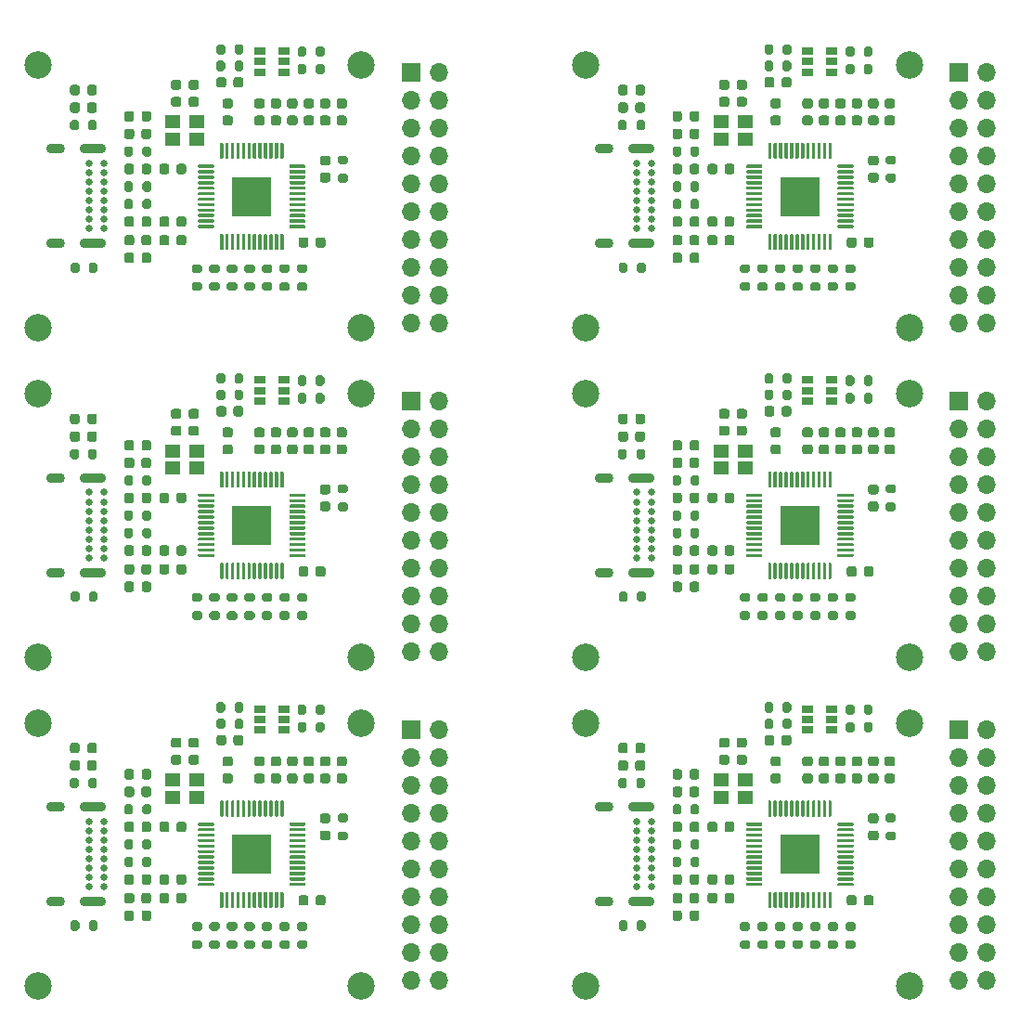
<source format=gts>
G04 #@! TF.GenerationSoftware,KiCad,Pcbnew,(5.1.8-0-10_14)*
G04 #@! TF.CreationDate,2021-05-20T18:09:43+09:00*
G04 #@! TF.ProjectId,ft2232_jtag_tap,66743232-3332-45f6-9a74-61675f746170,rev?*
G04 #@! TF.SameCoordinates,Original*
G04 #@! TF.FileFunction,Soldermask,Top*
G04 #@! TF.FilePolarity,Negative*
%FSLAX46Y46*%
G04 Gerber Fmt 4.6, Leading zero omitted, Abs format (unit mm)*
G04 Created by KiCad (PCBNEW (5.1.8-0-10_14)) date 2021-05-20 18:09:43*
%MOMM*%
%LPD*%
G01*
G04 APERTURE LIST*
%ADD10R,3.600000X3.600000*%
%ADD11R,1.400000X1.200000*%
%ADD12R,1.060000X0.650000*%
%ADD13C,2.500000*%
%ADD14R,1.700000X1.700000*%
%ADD15O,1.700000X1.700000*%
%ADD16C,0.650000*%
%ADD17O,2.400000X0.900000*%
%ADD18O,1.700000X0.900000*%
G04 APERTURE END LIST*
G36*
G01*
X121725000Y-164350000D02*
X121725000Y-164850000D01*
G75*
G02*
X121500000Y-165075000I-225000J0D01*
G01*
X121050000Y-165075000D01*
G75*
G02*
X120825000Y-164850000I0J225000D01*
G01*
X120825000Y-164350000D01*
G75*
G02*
X121050000Y-164125000I225000J0D01*
G01*
X121500000Y-164125000D01*
G75*
G02*
X121725000Y-164350000I0J-225000D01*
G01*
G37*
G36*
G01*
X120175000Y-164350000D02*
X120175000Y-164850000D01*
G75*
G02*
X119950000Y-165075000I-225000J0D01*
G01*
X119500000Y-165075000D01*
G75*
G02*
X119275000Y-164850000I0J225000D01*
G01*
X119275000Y-164350000D01*
G75*
G02*
X119500000Y-164125000I225000J0D01*
G01*
X119950000Y-164125000D01*
G75*
G02*
X120175000Y-164350000I0J-225000D01*
G01*
G37*
G36*
G01*
X71725000Y-164350000D02*
X71725000Y-164850000D01*
G75*
G02*
X71500000Y-165075000I-225000J0D01*
G01*
X71050000Y-165075000D01*
G75*
G02*
X70825000Y-164850000I0J225000D01*
G01*
X70825000Y-164350000D01*
G75*
G02*
X71050000Y-164125000I225000J0D01*
G01*
X71500000Y-164125000D01*
G75*
G02*
X71725000Y-164350000I0J-225000D01*
G01*
G37*
G36*
G01*
X70175000Y-164350000D02*
X70175000Y-164850000D01*
G75*
G02*
X69950000Y-165075000I-225000J0D01*
G01*
X69500000Y-165075000D01*
G75*
G02*
X69275000Y-164850000I0J225000D01*
G01*
X69275000Y-164350000D01*
G75*
G02*
X69500000Y-164125000I225000J0D01*
G01*
X69950000Y-164125000D01*
G75*
G02*
X70175000Y-164350000I0J-225000D01*
G01*
G37*
G36*
G01*
X121725000Y-134350000D02*
X121725000Y-134850000D01*
G75*
G02*
X121500000Y-135075000I-225000J0D01*
G01*
X121050000Y-135075000D01*
G75*
G02*
X120825000Y-134850000I0J225000D01*
G01*
X120825000Y-134350000D01*
G75*
G02*
X121050000Y-134125000I225000J0D01*
G01*
X121500000Y-134125000D01*
G75*
G02*
X121725000Y-134350000I0J-225000D01*
G01*
G37*
G36*
G01*
X120175000Y-134350000D02*
X120175000Y-134850000D01*
G75*
G02*
X119950000Y-135075000I-225000J0D01*
G01*
X119500000Y-135075000D01*
G75*
G02*
X119275000Y-134850000I0J225000D01*
G01*
X119275000Y-134350000D01*
G75*
G02*
X119500000Y-134125000I225000J0D01*
G01*
X119950000Y-134125000D01*
G75*
G02*
X120175000Y-134350000I0J-225000D01*
G01*
G37*
G36*
G01*
X71725000Y-134350000D02*
X71725000Y-134850000D01*
G75*
G02*
X71500000Y-135075000I-225000J0D01*
G01*
X71050000Y-135075000D01*
G75*
G02*
X70825000Y-134850000I0J225000D01*
G01*
X70825000Y-134350000D01*
G75*
G02*
X71050000Y-134125000I225000J0D01*
G01*
X71500000Y-134125000D01*
G75*
G02*
X71725000Y-134350000I0J-225000D01*
G01*
G37*
G36*
G01*
X70175000Y-134350000D02*
X70175000Y-134850000D01*
G75*
G02*
X69950000Y-135075000I-225000J0D01*
G01*
X69500000Y-135075000D01*
G75*
G02*
X69275000Y-134850000I0J225000D01*
G01*
X69275000Y-134350000D01*
G75*
G02*
X69500000Y-134125000I225000J0D01*
G01*
X69950000Y-134125000D01*
G75*
G02*
X70175000Y-134350000I0J-225000D01*
G01*
G37*
G36*
G01*
X121725000Y-104350000D02*
X121725000Y-104850000D01*
G75*
G02*
X121500000Y-105075000I-225000J0D01*
G01*
X121050000Y-105075000D01*
G75*
G02*
X120825000Y-104850000I0J225000D01*
G01*
X120825000Y-104350000D01*
G75*
G02*
X121050000Y-104125000I225000J0D01*
G01*
X121500000Y-104125000D01*
G75*
G02*
X121725000Y-104350000I0J-225000D01*
G01*
G37*
G36*
G01*
X120175000Y-104350000D02*
X120175000Y-104850000D01*
G75*
G02*
X119950000Y-105075000I-225000J0D01*
G01*
X119500000Y-105075000D01*
G75*
G02*
X119275000Y-104850000I0J225000D01*
G01*
X119275000Y-104350000D01*
G75*
G02*
X119500000Y-104125000I225000J0D01*
G01*
X119950000Y-104125000D01*
G75*
G02*
X120175000Y-104350000I0J-225000D01*
G01*
G37*
G36*
G01*
X105925000Y-167150000D02*
X105925000Y-166650000D01*
G75*
G02*
X106150000Y-166425000I225000J0D01*
G01*
X106600000Y-166425000D01*
G75*
G02*
X106825000Y-166650000I0J-225000D01*
G01*
X106825000Y-167150000D01*
G75*
G02*
X106600000Y-167375000I-225000J0D01*
G01*
X106150000Y-167375000D01*
G75*
G02*
X105925000Y-167150000I0J225000D01*
G01*
G37*
G36*
G01*
X107475000Y-167150000D02*
X107475000Y-166650000D01*
G75*
G02*
X107700000Y-166425000I225000J0D01*
G01*
X108150000Y-166425000D01*
G75*
G02*
X108375000Y-166650000I0J-225000D01*
G01*
X108375000Y-167150000D01*
G75*
G02*
X108150000Y-167375000I-225000J0D01*
G01*
X107700000Y-167375000D01*
G75*
G02*
X107475000Y-167150000I0J225000D01*
G01*
G37*
G36*
G01*
X55925000Y-167150000D02*
X55925000Y-166650000D01*
G75*
G02*
X56150000Y-166425000I225000J0D01*
G01*
X56600000Y-166425000D01*
G75*
G02*
X56825000Y-166650000I0J-225000D01*
G01*
X56825000Y-167150000D01*
G75*
G02*
X56600000Y-167375000I-225000J0D01*
G01*
X56150000Y-167375000D01*
G75*
G02*
X55925000Y-167150000I0J225000D01*
G01*
G37*
G36*
G01*
X57475000Y-167150000D02*
X57475000Y-166650000D01*
G75*
G02*
X57700000Y-166425000I225000J0D01*
G01*
X58150000Y-166425000D01*
G75*
G02*
X58375000Y-166650000I0J-225000D01*
G01*
X58375000Y-167150000D01*
G75*
G02*
X58150000Y-167375000I-225000J0D01*
G01*
X57700000Y-167375000D01*
G75*
G02*
X57475000Y-167150000I0J225000D01*
G01*
G37*
G36*
G01*
X105925000Y-137150000D02*
X105925000Y-136650000D01*
G75*
G02*
X106150000Y-136425000I225000J0D01*
G01*
X106600000Y-136425000D01*
G75*
G02*
X106825000Y-136650000I0J-225000D01*
G01*
X106825000Y-137150000D01*
G75*
G02*
X106600000Y-137375000I-225000J0D01*
G01*
X106150000Y-137375000D01*
G75*
G02*
X105925000Y-137150000I0J225000D01*
G01*
G37*
G36*
G01*
X107475000Y-137150000D02*
X107475000Y-136650000D01*
G75*
G02*
X107700000Y-136425000I225000J0D01*
G01*
X108150000Y-136425000D01*
G75*
G02*
X108375000Y-136650000I0J-225000D01*
G01*
X108375000Y-137150000D01*
G75*
G02*
X108150000Y-137375000I-225000J0D01*
G01*
X107700000Y-137375000D01*
G75*
G02*
X107475000Y-137150000I0J225000D01*
G01*
G37*
G36*
G01*
X55925000Y-137150000D02*
X55925000Y-136650000D01*
G75*
G02*
X56150000Y-136425000I225000J0D01*
G01*
X56600000Y-136425000D01*
G75*
G02*
X56825000Y-136650000I0J-225000D01*
G01*
X56825000Y-137150000D01*
G75*
G02*
X56600000Y-137375000I-225000J0D01*
G01*
X56150000Y-137375000D01*
G75*
G02*
X55925000Y-137150000I0J225000D01*
G01*
G37*
G36*
G01*
X57475000Y-137150000D02*
X57475000Y-136650000D01*
G75*
G02*
X57700000Y-136425000I225000J0D01*
G01*
X58150000Y-136425000D01*
G75*
G02*
X58375000Y-136650000I0J-225000D01*
G01*
X58375000Y-137150000D01*
G75*
G02*
X58150000Y-137375000I-225000J0D01*
G01*
X57700000Y-137375000D01*
G75*
G02*
X57475000Y-137150000I0J225000D01*
G01*
G37*
G36*
G01*
X105925000Y-107150000D02*
X105925000Y-106650000D01*
G75*
G02*
X106150000Y-106425000I225000J0D01*
G01*
X106600000Y-106425000D01*
G75*
G02*
X106825000Y-106650000I0J-225000D01*
G01*
X106825000Y-107150000D01*
G75*
G02*
X106600000Y-107375000I-225000J0D01*
G01*
X106150000Y-107375000D01*
G75*
G02*
X105925000Y-107150000I0J225000D01*
G01*
G37*
G36*
G01*
X107475000Y-107150000D02*
X107475000Y-106650000D01*
G75*
G02*
X107700000Y-106425000I225000J0D01*
G01*
X108150000Y-106425000D01*
G75*
G02*
X108375000Y-106650000I0J-225000D01*
G01*
X108375000Y-107150000D01*
G75*
G02*
X108150000Y-107375000I-225000J0D01*
G01*
X107700000Y-107375000D01*
G75*
G02*
X107475000Y-107150000I0J225000D01*
G01*
G37*
G36*
G01*
X129450000Y-173725000D02*
X128950000Y-173725000D01*
G75*
G02*
X128725000Y-173500000I0J225000D01*
G01*
X128725000Y-173050000D01*
G75*
G02*
X128950000Y-172825000I225000J0D01*
G01*
X129450000Y-172825000D01*
G75*
G02*
X129675000Y-173050000I0J-225000D01*
G01*
X129675000Y-173500000D01*
G75*
G02*
X129450000Y-173725000I-225000J0D01*
G01*
G37*
G36*
G01*
X129450000Y-172175000D02*
X128950000Y-172175000D01*
G75*
G02*
X128725000Y-171950000I0J225000D01*
G01*
X128725000Y-171500000D01*
G75*
G02*
X128950000Y-171275000I225000J0D01*
G01*
X129450000Y-171275000D01*
G75*
G02*
X129675000Y-171500000I0J-225000D01*
G01*
X129675000Y-171950000D01*
G75*
G02*
X129450000Y-172175000I-225000J0D01*
G01*
G37*
G36*
G01*
X79450000Y-173725000D02*
X78950000Y-173725000D01*
G75*
G02*
X78725000Y-173500000I0J225000D01*
G01*
X78725000Y-173050000D01*
G75*
G02*
X78950000Y-172825000I225000J0D01*
G01*
X79450000Y-172825000D01*
G75*
G02*
X79675000Y-173050000I0J-225000D01*
G01*
X79675000Y-173500000D01*
G75*
G02*
X79450000Y-173725000I-225000J0D01*
G01*
G37*
G36*
G01*
X79450000Y-172175000D02*
X78950000Y-172175000D01*
G75*
G02*
X78725000Y-171950000I0J225000D01*
G01*
X78725000Y-171500000D01*
G75*
G02*
X78950000Y-171275000I225000J0D01*
G01*
X79450000Y-171275000D01*
G75*
G02*
X79675000Y-171500000I0J-225000D01*
G01*
X79675000Y-171950000D01*
G75*
G02*
X79450000Y-172175000I-225000J0D01*
G01*
G37*
G36*
G01*
X129450000Y-143725000D02*
X128950000Y-143725000D01*
G75*
G02*
X128725000Y-143500000I0J225000D01*
G01*
X128725000Y-143050000D01*
G75*
G02*
X128950000Y-142825000I225000J0D01*
G01*
X129450000Y-142825000D01*
G75*
G02*
X129675000Y-143050000I0J-225000D01*
G01*
X129675000Y-143500000D01*
G75*
G02*
X129450000Y-143725000I-225000J0D01*
G01*
G37*
G36*
G01*
X129450000Y-142175000D02*
X128950000Y-142175000D01*
G75*
G02*
X128725000Y-141950000I0J225000D01*
G01*
X128725000Y-141500000D01*
G75*
G02*
X128950000Y-141275000I225000J0D01*
G01*
X129450000Y-141275000D01*
G75*
G02*
X129675000Y-141500000I0J-225000D01*
G01*
X129675000Y-141950000D01*
G75*
G02*
X129450000Y-142175000I-225000J0D01*
G01*
G37*
G36*
G01*
X79450000Y-143725000D02*
X78950000Y-143725000D01*
G75*
G02*
X78725000Y-143500000I0J225000D01*
G01*
X78725000Y-143050000D01*
G75*
G02*
X78950000Y-142825000I225000J0D01*
G01*
X79450000Y-142825000D01*
G75*
G02*
X79675000Y-143050000I0J-225000D01*
G01*
X79675000Y-143500000D01*
G75*
G02*
X79450000Y-143725000I-225000J0D01*
G01*
G37*
G36*
G01*
X79450000Y-142175000D02*
X78950000Y-142175000D01*
G75*
G02*
X78725000Y-141950000I0J225000D01*
G01*
X78725000Y-141500000D01*
G75*
G02*
X78950000Y-141275000I225000J0D01*
G01*
X79450000Y-141275000D01*
G75*
G02*
X79675000Y-141500000I0J-225000D01*
G01*
X79675000Y-141950000D01*
G75*
G02*
X79450000Y-142175000I-225000J0D01*
G01*
G37*
G36*
G01*
X129450000Y-113725000D02*
X128950000Y-113725000D01*
G75*
G02*
X128725000Y-113500000I0J225000D01*
G01*
X128725000Y-113050000D01*
G75*
G02*
X128950000Y-112825000I225000J0D01*
G01*
X129450000Y-112825000D01*
G75*
G02*
X129675000Y-113050000I0J-225000D01*
G01*
X129675000Y-113500000D01*
G75*
G02*
X129450000Y-113725000I-225000J0D01*
G01*
G37*
G36*
G01*
X129450000Y-112175000D02*
X128950000Y-112175000D01*
G75*
G02*
X128725000Y-111950000I0J225000D01*
G01*
X128725000Y-111500000D01*
G75*
G02*
X128950000Y-111275000I225000J0D01*
G01*
X129450000Y-111275000D01*
G75*
G02*
X129675000Y-111500000I0J-225000D01*
G01*
X129675000Y-111950000D01*
G75*
G02*
X129450000Y-112175000I-225000J0D01*
G01*
G37*
G36*
G01*
X117450000Y-166825000D02*
X116950000Y-166825000D01*
G75*
G02*
X116725000Y-166600000I0J225000D01*
G01*
X116725000Y-166150000D01*
G75*
G02*
X116950000Y-165925000I225000J0D01*
G01*
X117450000Y-165925000D01*
G75*
G02*
X117675000Y-166150000I0J-225000D01*
G01*
X117675000Y-166600000D01*
G75*
G02*
X117450000Y-166825000I-225000J0D01*
G01*
G37*
G36*
G01*
X117450000Y-165275000D02*
X116950000Y-165275000D01*
G75*
G02*
X116725000Y-165050000I0J225000D01*
G01*
X116725000Y-164600000D01*
G75*
G02*
X116950000Y-164375000I225000J0D01*
G01*
X117450000Y-164375000D01*
G75*
G02*
X117675000Y-164600000I0J-225000D01*
G01*
X117675000Y-165050000D01*
G75*
G02*
X117450000Y-165275000I-225000J0D01*
G01*
G37*
G36*
G01*
X67450000Y-166825000D02*
X66950000Y-166825000D01*
G75*
G02*
X66725000Y-166600000I0J225000D01*
G01*
X66725000Y-166150000D01*
G75*
G02*
X66950000Y-165925000I225000J0D01*
G01*
X67450000Y-165925000D01*
G75*
G02*
X67675000Y-166150000I0J-225000D01*
G01*
X67675000Y-166600000D01*
G75*
G02*
X67450000Y-166825000I-225000J0D01*
G01*
G37*
G36*
G01*
X67450000Y-165275000D02*
X66950000Y-165275000D01*
G75*
G02*
X66725000Y-165050000I0J225000D01*
G01*
X66725000Y-164600000D01*
G75*
G02*
X66950000Y-164375000I225000J0D01*
G01*
X67450000Y-164375000D01*
G75*
G02*
X67675000Y-164600000I0J-225000D01*
G01*
X67675000Y-165050000D01*
G75*
G02*
X67450000Y-165275000I-225000J0D01*
G01*
G37*
G36*
G01*
X117450000Y-136825000D02*
X116950000Y-136825000D01*
G75*
G02*
X116725000Y-136600000I0J225000D01*
G01*
X116725000Y-136150000D01*
G75*
G02*
X116950000Y-135925000I225000J0D01*
G01*
X117450000Y-135925000D01*
G75*
G02*
X117675000Y-136150000I0J-225000D01*
G01*
X117675000Y-136600000D01*
G75*
G02*
X117450000Y-136825000I-225000J0D01*
G01*
G37*
G36*
G01*
X117450000Y-135275000D02*
X116950000Y-135275000D01*
G75*
G02*
X116725000Y-135050000I0J225000D01*
G01*
X116725000Y-134600000D01*
G75*
G02*
X116950000Y-134375000I225000J0D01*
G01*
X117450000Y-134375000D01*
G75*
G02*
X117675000Y-134600000I0J-225000D01*
G01*
X117675000Y-135050000D01*
G75*
G02*
X117450000Y-135275000I-225000J0D01*
G01*
G37*
G36*
G01*
X67450000Y-136825000D02*
X66950000Y-136825000D01*
G75*
G02*
X66725000Y-136600000I0J225000D01*
G01*
X66725000Y-136150000D01*
G75*
G02*
X66950000Y-135925000I225000J0D01*
G01*
X67450000Y-135925000D01*
G75*
G02*
X67675000Y-136150000I0J-225000D01*
G01*
X67675000Y-136600000D01*
G75*
G02*
X67450000Y-136825000I-225000J0D01*
G01*
G37*
G36*
G01*
X67450000Y-135275000D02*
X66950000Y-135275000D01*
G75*
G02*
X66725000Y-135050000I0J225000D01*
G01*
X66725000Y-134600000D01*
G75*
G02*
X66950000Y-134375000I225000J0D01*
G01*
X67450000Y-134375000D01*
G75*
G02*
X67675000Y-134600000I0J-225000D01*
G01*
X67675000Y-135050000D01*
G75*
G02*
X67450000Y-135275000I-225000J0D01*
G01*
G37*
G36*
G01*
X117450000Y-106825000D02*
X116950000Y-106825000D01*
G75*
G02*
X116725000Y-106600000I0J225000D01*
G01*
X116725000Y-106150000D01*
G75*
G02*
X116950000Y-105925000I225000J0D01*
G01*
X117450000Y-105925000D01*
G75*
G02*
X117675000Y-106150000I0J-225000D01*
G01*
X117675000Y-106600000D01*
G75*
G02*
X117450000Y-106825000I-225000J0D01*
G01*
G37*
G36*
G01*
X117450000Y-105275000D02*
X116950000Y-105275000D01*
G75*
G02*
X116725000Y-105050000I0J225000D01*
G01*
X116725000Y-104600000D01*
G75*
G02*
X116950000Y-104375000I225000J0D01*
G01*
X117450000Y-104375000D01*
G75*
G02*
X117675000Y-104600000I0J-225000D01*
G01*
X117675000Y-105050000D01*
G75*
G02*
X117450000Y-105275000I-225000J0D01*
G01*
G37*
G36*
G01*
X115850000Y-166825000D02*
X115350000Y-166825000D01*
G75*
G02*
X115125000Y-166600000I0J225000D01*
G01*
X115125000Y-166150000D01*
G75*
G02*
X115350000Y-165925000I225000J0D01*
G01*
X115850000Y-165925000D01*
G75*
G02*
X116075000Y-166150000I0J-225000D01*
G01*
X116075000Y-166600000D01*
G75*
G02*
X115850000Y-166825000I-225000J0D01*
G01*
G37*
G36*
G01*
X115850000Y-165275000D02*
X115350000Y-165275000D01*
G75*
G02*
X115125000Y-165050000I0J225000D01*
G01*
X115125000Y-164600000D01*
G75*
G02*
X115350000Y-164375000I225000J0D01*
G01*
X115850000Y-164375000D01*
G75*
G02*
X116075000Y-164600000I0J-225000D01*
G01*
X116075000Y-165050000D01*
G75*
G02*
X115850000Y-165275000I-225000J0D01*
G01*
G37*
G36*
G01*
X65850000Y-166825000D02*
X65350000Y-166825000D01*
G75*
G02*
X65125000Y-166600000I0J225000D01*
G01*
X65125000Y-166150000D01*
G75*
G02*
X65350000Y-165925000I225000J0D01*
G01*
X65850000Y-165925000D01*
G75*
G02*
X66075000Y-166150000I0J-225000D01*
G01*
X66075000Y-166600000D01*
G75*
G02*
X65850000Y-166825000I-225000J0D01*
G01*
G37*
G36*
G01*
X65850000Y-165275000D02*
X65350000Y-165275000D01*
G75*
G02*
X65125000Y-165050000I0J225000D01*
G01*
X65125000Y-164600000D01*
G75*
G02*
X65350000Y-164375000I225000J0D01*
G01*
X65850000Y-164375000D01*
G75*
G02*
X66075000Y-164600000I0J-225000D01*
G01*
X66075000Y-165050000D01*
G75*
G02*
X65850000Y-165275000I-225000J0D01*
G01*
G37*
G36*
G01*
X115850000Y-136825000D02*
X115350000Y-136825000D01*
G75*
G02*
X115125000Y-136600000I0J225000D01*
G01*
X115125000Y-136150000D01*
G75*
G02*
X115350000Y-135925000I225000J0D01*
G01*
X115850000Y-135925000D01*
G75*
G02*
X116075000Y-136150000I0J-225000D01*
G01*
X116075000Y-136600000D01*
G75*
G02*
X115850000Y-136825000I-225000J0D01*
G01*
G37*
G36*
G01*
X115850000Y-135275000D02*
X115350000Y-135275000D01*
G75*
G02*
X115125000Y-135050000I0J225000D01*
G01*
X115125000Y-134600000D01*
G75*
G02*
X115350000Y-134375000I225000J0D01*
G01*
X115850000Y-134375000D01*
G75*
G02*
X116075000Y-134600000I0J-225000D01*
G01*
X116075000Y-135050000D01*
G75*
G02*
X115850000Y-135275000I-225000J0D01*
G01*
G37*
G36*
G01*
X65850000Y-136825000D02*
X65350000Y-136825000D01*
G75*
G02*
X65125000Y-136600000I0J225000D01*
G01*
X65125000Y-136150000D01*
G75*
G02*
X65350000Y-135925000I225000J0D01*
G01*
X65850000Y-135925000D01*
G75*
G02*
X66075000Y-136150000I0J-225000D01*
G01*
X66075000Y-136600000D01*
G75*
G02*
X65850000Y-136825000I-225000J0D01*
G01*
G37*
G36*
G01*
X65850000Y-135275000D02*
X65350000Y-135275000D01*
G75*
G02*
X65125000Y-135050000I0J225000D01*
G01*
X65125000Y-134600000D01*
G75*
G02*
X65350000Y-134375000I225000J0D01*
G01*
X65850000Y-134375000D01*
G75*
G02*
X66075000Y-134600000I0J-225000D01*
G01*
X66075000Y-135050000D01*
G75*
G02*
X65850000Y-135275000I-225000J0D01*
G01*
G37*
G36*
G01*
X115850000Y-106825000D02*
X115350000Y-106825000D01*
G75*
G02*
X115125000Y-106600000I0J225000D01*
G01*
X115125000Y-106150000D01*
G75*
G02*
X115350000Y-105925000I225000J0D01*
G01*
X115850000Y-105925000D01*
G75*
G02*
X116075000Y-106150000I0J-225000D01*
G01*
X116075000Y-106600000D01*
G75*
G02*
X115850000Y-106825000I-225000J0D01*
G01*
G37*
G36*
G01*
X115850000Y-105275000D02*
X115350000Y-105275000D01*
G75*
G02*
X115125000Y-105050000I0J225000D01*
G01*
X115125000Y-104600000D01*
G75*
G02*
X115350000Y-104375000I225000J0D01*
G01*
X115850000Y-104375000D01*
G75*
G02*
X116075000Y-104600000I0J-225000D01*
G01*
X116075000Y-105050000D01*
G75*
G02*
X115850000Y-105275000I-225000J0D01*
G01*
G37*
G36*
G01*
X123450000Y-168525000D02*
X122950000Y-168525000D01*
G75*
G02*
X122725000Y-168300000I0J225000D01*
G01*
X122725000Y-167850000D01*
G75*
G02*
X122950000Y-167625000I225000J0D01*
G01*
X123450000Y-167625000D01*
G75*
G02*
X123675000Y-167850000I0J-225000D01*
G01*
X123675000Y-168300000D01*
G75*
G02*
X123450000Y-168525000I-225000J0D01*
G01*
G37*
G36*
G01*
X123450000Y-166975000D02*
X122950000Y-166975000D01*
G75*
G02*
X122725000Y-166750000I0J225000D01*
G01*
X122725000Y-166300000D01*
G75*
G02*
X122950000Y-166075000I225000J0D01*
G01*
X123450000Y-166075000D01*
G75*
G02*
X123675000Y-166300000I0J-225000D01*
G01*
X123675000Y-166750000D01*
G75*
G02*
X123450000Y-166975000I-225000J0D01*
G01*
G37*
G36*
G01*
X73450000Y-168525000D02*
X72950000Y-168525000D01*
G75*
G02*
X72725000Y-168300000I0J225000D01*
G01*
X72725000Y-167850000D01*
G75*
G02*
X72950000Y-167625000I225000J0D01*
G01*
X73450000Y-167625000D01*
G75*
G02*
X73675000Y-167850000I0J-225000D01*
G01*
X73675000Y-168300000D01*
G75*
G02*
X73450000Y-168525000I-225000J0D01*
G01*
G37*
G36*
G01*
X73450000Y-166975000D02*
X72950000Y-166975000D01*
G75*
G02*
X72725000Y-166750000I0J225000D01*
G01*
X72725000Y-166300000D01*
G75*
G02*
X72950000Y-166075000I225000J0D01*
G01*
X73450000Y-166075000D01*
G75*
G02*
X73675000Y-166300000I0J-225000D01*
G01*
X73675000Y-166750000D01*
G75*
G02*
X73450000Y-166975000I-225000J0D01*
G01*
G37*
G36*
G01*
X123450000Y-138525000D02*
X122950000Y-138525000D01*
G75*
G02*
X122725000Y-138300000I0J225000D01*
G01*
X122725000Y-137850000D01*
G75*
G02*
X122950000Y-137625000I225000J0D01*
G01*
X123450000Y-137625000D01*
G75*
G02*
X123675000Y-137850000I0J-225000D01*
G01*
X123675000Y-138300000D01*
G75*
G02*
X123450000Y-138525000I-225000J0D01*
G01*
G37*
G36*
G01*
X123450000Y-136975000D02*
X122950000Y-136975000D01*
G75*
G02*
X122725000Y-136750000I0J225000D01*
G01*
X122725000Y-136300000D01*
G75*
G02*
X122950000Y-136075000I225000J0D01*
G01*
X123450000Y-136075000D01*
G75*
G02*
X123675000Y-136300000I0J-225000D01*
G01*
X123675000Y-136750000D01*
G75*
G02*
X123450000Y-136975000I-225000J0D01*
G01*
G37*
G36*
G01*
X73450000Y-138525000D02*
X72950000Y-138525000D01*
G75*
G02*
X72725000Y-138300000I0J225000D01*
G01*
X72725000Y-137850000D01*
G75*
G02*
X72950000Y-137625000I225000J0D01*
G01*
X73450000Y-137625000D01*
G75*
G02*
X73675000Y-137850000I0J-225000D01*
G01*
X73675000Y-138300000D01*
G75*
G02*
X73450000Y-138525000I-225000J0D01*
G01*
G37*
G36*
G01*
X73450000Y-136975000D02*
X72950000Y-136975000D01*
G75*
G02*
X72725000Y-136750000I0J225000D01*
G01*
X72725000Y-136300000D01*
G75*
G02*
X72950000Y-136075000I225000J0D01*
G01*
X73450000Y-136075000D01*
G75*
G02*
X73675000Y-136300000I0J-225000D01*
G01*
X73675000Y-136750000D01*
G75*
G02*
X73450000Y-136975000I-225000J0D01*
G01*
G37*
G36*
G01*
X123450000Y-108525000D02*
X122950000Y-108525000D01*
G75*
G02*
X122725000Y-108300000I0J225000D01*
G01*
X122725000Y-107850000D01*
G75*
G02*
X122950000Y-107625000I225000J0D01*
G01*
X123450000Y-107625000D01*
G75*
G02*
X123675000Y-107850000I0J-225000D01*
G01*
X123675000Y-108300000D01*
G75*
G02*
X123450000Y-108525000I-225000J0D01*
G01*
G37*
G36*
G01*
X123450000Y-106975000D02*
X122950000Y-106975000D01*
G75*
G02*
X122725000Y-106750000I0J225000D01*
G01*
X122725000Y-106300000D01*
G75*
G02*
X122950000Y-106075000I225000J0D01*
G01*
X123450000Y-106075000D01*
G75*
G02*
X123675000Y-106300000I0J-225000D01*
G01*
X123675000Y-106750000D01*
G75*
G02*
X123450000Y-106975000I-225000J0D01*
G01*
G37*
G36*
G01*
X129450000Y-168525000D02*
X128950000Y-168525000D01*
G75*
G02*
X128725000Y-168300000I0J225000D01*
G01*
X128725000Y-167850000D01*
G75*
G02*
X128950000Y-167625000I225000J0D01*
G01*
X129450000Y-167625000D01*
G75*
G02*
X129675000Y-167850000I0J-225000D01*
G01*
X129675000Y-168300000D01*
G75*
G02*
X129450000Y-168525000I-225000J0D01*
G01*
G37*
G36*
G01*
X129450000Y-166975000D02*
X128950000Y-166975000D01*
G75*
G02*
X128725000Y-166750000I0J225000D01*
G01*
X128725000Y-166300000D01*
G75*
G02*
X128950000Y-166075000I225000J0D01*
G01*
X129450000Y-166075000D01*
G75*
G02*
X129675000Y-166300000I0J-225000D01*
G01*
X129675000Y-166750000D01*
G75*
G02*
X129450000Y-166975000I-225000J0D01*
G01*
G37*
G36*
G01*
X79450000Y-168525000D02*
X78950000Y-168525000D01*
G75*
G02*
X78725000Y-168300000I0J225000D01*
G01*
X78725000Y-167850000D01*
G75*
G02*
X78950000Y-167625000I225000J0D01*
G01*
X79450000Y-167625000D01*
G75*
G02*
X79675000Y-167850000I0J-225000D01*
G01*
X79675000Y-168300000D01*
G75*
G02*
X79450000Y-168525000I-225000J0D01*
G01*
G37*
G36*
G01*
X79450000Y-166975000D02*
X78950000Y-166975000D01*
G75*
G02*
X78725000Y-166750000I0J225000D01*
G01*
X78725000Y-166300000D01*
G75*
G02*
X78950000Y-166075000I225000J0D01*
G01*
X79450000Y-166075000D01*
G75*
G02*
X79675000Y-166300000I0J-225000D01*
G01*
X79675000Y-166750000D01*
G75*
G02*
X79450000Y-166975000I-225000J0D01*
G01*
G37*
G36*
G01*
X129450000Y-138525000D02*
X128950000Y-138525000D01*
G75*
G02*
X128725000Y-138300000I0J225000D01*
G01*
X128725000Y-137850000D01*
G75*
G02*
X128950000Y-137625000I225000J0D01*
G01*
X129450000Y-137625000D01*
G75*
G02*
X129675000Y-137850000I0J-225000D01*
G01*
X129675000Y-138300000D01*
G75*
G02*
X129450000Y-138525000I-225000J0D01*
G01*
G37*
G36*
G01*
X129450000Y-136975000D02*
X128950000Y-136975000D01*
G75*
G02*
X128725000Y-136750000I0J225000D01*
G01*
X128725000Y-136300000D01*
G75*
G02*
X128950000Y-136075000I225000J0D01*
G01*
X129450000Y-136075000D01*
G75*
G02*
X129675000Y-136300000I0J-225000D01*
G01*
X129675000Y-136750000D01*
G75*
G02*
X129450000Y-136975000I-225000J0D01*
G01*
G37*
G36*
G01*
X79450000Y-138525000D02*
X78950000Y-138525000D01*
G75*
G02*
X78725000Y-138300000I0J225000D01*
G01*
X78725000Y-137850000D01*
G75*
G02*
X78950000Y-137625000I225000J0D01*
G01*
X79450000Y-137625000D01*
G75*
G02*
X79675000Y-137850000I0J-225000D01*
G01*
X79675000Y-138300000D01*
G75*
G02*
X79450000Y-138525000I-225000J0D01*
G01*
G37*
G36*
G01*
X79450000Y-136975000D02*
X78950000Y-136975000D01*
G75*
G02*
X78725000Y-136750000I0J225000D01*
G01*
X78725000Y-136300000D01*
G75*
G02*
X78950000Y-136075000I225000J0D01*
G01*
X79450000Y-136075000D01*
G75*
G02*
X79675000Y-136300000I0J-225000D01*
G01*
X79675000Y-136750000D01*
G75*
G02*
X79450000Y-136975000I-225000J0D01*
G01*
G37*
G36*
G01*
X129450000Y-108525000D02*
X128950000Y-108525000D01*
G75*
G02*
X128725000Y-108300000I0J225000D01*
G01*
X128725000Y-107850000D01*
G75*
G02*
X128950000Y-107625000I225000J0D01*
G01*
X129450000Y-107625000D01*
G75*
G02*
X129675000Y-107850000I0J-225000D01*
G01*
X129675000Y-108300000D01*
G75*
G02*
X129450000Y-108525000I-225000J0D01*
G01*
G37*
G36*
G01*
X129450000Y-106975000D02*
X128950000Y-106975000D01*
G75*
G02*
X128725000Y-106750000I0J225000D01*
G01*
X128725000Y-106300000D01*
G75*
G02*
X128950000Y-106075000I225000J0D01*
G01*
X129450000Y-106075000D01*
G75*
G02*
X129675000Y-106300000I0J-225000D01*
G01*
X129675000Y-106750000D01*
G75*
G02*
X129450000Y-106975000I-225000J0D01*
G01*
G37*
G36*
G01*
X124950000Y-168525000D02*
X124450000Y-168525000D01*
G75*
G02*
X124225000Y-168300000I0J225000D01*
G01*
X124225000Y-167850000D01*
G75*
G02*
X124450000Y-167625000I225000J0D01*
G01*
X124950000Y-167625000D01*
G75*
G02*
X125175000Y-167850000I0J-225000D01*
G01*
X125175000Y-168300000D01*
G75*
G02*
X124950000Y-168525000I-225000J0D01*
G01*
G37*
G36*
G01*
X124950000Y-166975000D02*
X124450000Y-166975000D01*
G75*
G02*
X124225000Y-166750000I0J225000D01*
G01*
X124225000Y-166300000D01*
G75*
G02*
X124450000Y-166075000I225000J0D01*
G01*
X124950000Y-166075000D01*
G75*
G02*
X125175000Y-166300000I0J-225000D01*
G01*
X125175000Y-166750000D01*
G75*
G02*
X124950000Y-166975000I-225000J0D01*
G01*
G37*
G36*
G01*
X74950000Y-168525000D02*
X74450000Y-168525000D01*
G75*
G02*
X74225000Y-168300000I0J225000D01*
G01*
X74225000Y-167850000D01*
G75*
G02*
X74450000Y-167625000I225000J0D01*
G01*
X74950000Y-167625000D01*
G75*
G02*
X75175000Y-167850000I0J-225000D01*
G01*
X75175000Y-168300000D01*
G75*
G02*
X74950000Y-168525000I-225000J0D01*
G01*
G37*
G36*
G01*
X74950000Y-166975000D02*
X74450000Y-166975000D01*
G75*
G02*
X74225000Y-166750000I0J225000D01*
G01*
X74225000Y-166300000D01*
G75*
G02*
X74450000Y-166075000I225000J0D01*
G01*
X74950000Y-166075000D01*
G75*
G02*
X75175000Y-166300000I0J-225000D01*
G01*
X75175000Y-166750000D01*
G75*
G02*
X74950000Y-166975000I-225000J0D01*
G01*
G37*
G36*
G01*
X124950000Y-138525000D02*
X124450000Y-138525000D01*
G75*
G02*
X124225000Y-138300000I0J225000D01*
G01*
X124225000Y-137850000D01*
G75*
G02*
X124450000Y-137625000I225000J0D01*
G01*
X124950000Y-137625000D01*
G75*
G02*
X125175000Y-137850000I0J-225000D01*
G01*
X125175000Y-138300000D01*
G75*
G02*
X124950000Y-138525000I-225000J0D01*
G01*
G37*
G36*
G01*
X124950000Y-136975000D02*
X124450000Y-136975000D01*
G75*
G02*
X124225000Y-136750000I0J225000D01*
G01*
X124225000Y-136300000D01*
G75*
G02*
X124450000Y-136075000I225000J0D01*
G01*
X124950000Y-136075000D01*
G75*
G02*
X125175000Y-136300000I0J-225000D01*
G01*
X125175000Y-136750000D01*
G75*
G02*
X124950000Y-136975000I-225000J0D01*
G01*
G37*
G36*
G01*
X74950000Y-138525000D02*
X74450000Y-138525000D01*
G75*
G02*
X74225000Y-138300000I0J225000D01*
G01*
X74225000Y-137850000D01*
G75*
G02*
X74450000Y-137625000I225000J0D01*
G01*
X74950000Y-137625000D01*
G75*
G02*
X75175000Y-137850000I0J-225000D01*
G01*
X75175000Y-138300000D01*
G75*
G02*
X74950000Y-138525000I-225000J0D01*
G01*
G37*
G36*
G01*
X74950000Y-136975000D02*
X74450000Y-136975000D01*
G75*
G02*
X74225000Y-136750000I0J225000D01*
G01*
X74225000Y-136300000D01*
G75*
G02*
X74450000Y-136075000I225000J0D01*
G01*
X74950000Y-136075000D01*
G75*
G02*
X75175000Y-136300000I0J-225000D01*
G01*
X75175000Y-136750000D01*
G75*
G02*
X74950000Y-136975000I-225000J0D01*
G01*
G37*
G36*
G01*
X124950000Y-108525000D02*
X124450000Y-108525000D01*
G75*
G02*
X124225000Y-108300000I0J225000D01*
G01*
X124225000Y-107850000D01*
G75*
G02*
X124450000Y-107625000I225000J0D01*
G01*
X124950000Y-107625000D01*
G75*
G02*
X125175000Y-107850000I0J-225000D01*
G01*
X125175000Y-108300000D01*
G75*
G02*
X124950000Y-108525000I-225000J0D01*
G01*
G37*
G36*
G01*
X124950000Y-106975000D02*
X124450000Y-106975000D01*
G75*
G02*
X124225000Y-106750000I0J225000D01*
G01*
X124225000Y-106300000D01*
G75*
G02*
X124450000Y-106075000I225000J0D01*
G01*
X124950000Y-106075000D01*
G75*
G02*
X125175000Y-106300000I0J-225000D01*
G01*
X125175000Y-106750000D01*
G75*
G02*
X124950000Y-106975000I-225000J0D01*
G01*
G37*
G36*
G01*
X113325000Y-169050000D02*
X113325000Y-169550000D01*
G75*
G02*
X113100000Y-169775000I-225000J0D01*
G01*
X112650000Y-169775000D01*
G75*
G02*
X112425000Y-169550000I0J225000D01*
G01*
X112425000Y-169050000D01*
G75*
G02*
X112650000Y-168825000I225000J0D01*
G01*
X113100000Y-168825000D01*
G75*
G02*
X113325000Y-169050000I0J-225000D01*
G01*
G37*
G36*
G01*
X111775000Y-169050000D02*
X111775000Y-169550000D01*
G75*
G02*
X111550000Y-169775000I-225000J0D01*
G01*
X111100000Y-169775000D01*
G75*
G02*
X110875000Y-169550000I0J225000D01*
G01*
X110875000Y-169050000D01*
G75*
G02*
X111100000Y-168825000I225000J0D01*
G01*
X111550000Y-168825000D01*
G75*
G02*
X111775000Y-169050000I0J-225000D01*
G01*
G37*
G36*
G01*
X63325000Y-169050000D02*
X63325000Y-169550000D01*
G75*
G02*
X63100000Y-169775000I-225000J0D01*
G01*
X62650000Y-169775000D01*
G75*
G02*
X62425000Y-169550000I0J225000D01*
G01*
X62425000Y-169050000D01*
G75*
G02*
X62650000Y-168825000I225000J0D01*
G01*
X63100000Y-168825000D01*
G75*
G02*
X63325000Y-169050000I0J-225000D01*
G01*
G37*
G36*
G01*
X61775000Y-169050000D02*
X61775000Y-169550000D01*
G75*
G02*
X61550000Y-169775000I-225000J0D01*
G01*
X61100000Y-169775000D01*
G75*
G02*
X60875000Y-169550000I0J225000D01*
G01*
X60875000Y-169050000D01*
G75*
G02*
X61100000Y-168825000I225000J0D01*
G01*
X61550000Y-168825000D01*
G75*
G02*
X61775000Y-169050000I0J-225000D01*
G01*
G37*
G36*
G01*
X113325000Y-139050000D02*
X113325000Y-139550000D01*
G75*
G02*
X113100000Y-139775000I-225000J0D01*
G01*
X112650000Y-139775000D01*
G75*
G02*
X112425000Y-139550000I0J225000D01*
G01*
X112425000Y-139050000D01*
G75*
G02*
X112650000Y-138825000I225000J0D01*
G01*
X113100000Y-138825000D01*
G75*
G02*
X113325000Y-139050000I0J-225000D01*
G01*
G37*
G36*
G01*
X111775000Y-139050000D02*
X111775000Y-139550000D01*
G75*
G02*
X111550000Y-139775000I-225000J0D01*
G01*
X111100000Y-139775000D01*
G75*
G02*
X110875000Y-139550000I0J225000D01*
G01*
X110875000Y-139050000D01*
G75*
G02*
X111100000Y-138825000I225000J0D01*
G01*
X111550000Y-138825000D01*
G75*
G02*
X111775000Y-139050000I0J-225000D01*
G01*
G37*
G36*
G01*
X63325000Y-139050000D02*
X63325000Y-139550000D01*
G75*
G02*
X63100000Y-139775000I-225000J0D01*
G01*
X62650000Y-139775000D01*
G75*
G02*
X62425000Y-139550000I0J225000D01*
G01*
X62425000Y-139050000D01*
G75*
G02*
X62650000Y-138825000I225000J0D01*
G01*
X63100000Y-138825000D01*
G75*
G02*
X63325000Y-139050000I0J-225000D01*
G01*
G37*
G36*
G01*
X61775000Y-139050000D02*
X61775000Y-139550000D01*
G75*
G02*
X61550000Y-139775000I-225000J0D01*
G01*
X61100000Y-139775000D01*
G75*
G02*
X60875000Y-139550000I0J225000D01*
G01*
X60875000Y-139050000D01*
G75*
G02*
X61100000Y-138825000I225000J0D01*
G01*
X61550000Y-138825000D01*
G75*
G02*
X61775000Y-139050000I0J-225000D01*
G01*
G37*
G36*
G01*
X113325000Y-109050000D02*
X113325000Y-109550000D01*
G75*
G02*
X113100000Y-109775000I-225000J0D01*
G01*
X112650000Y-109775000D01*
G75*
G02*
X112425000Y-109550000I0J225000D01*
G01*
X112425000Y-109050000D01*
G75*
G02*
X112650000Y-108825000I225000J0D01*
G01*
X113100000Y-108825000D01*
G75*
G02*
X113325000Y-109050000I0J-225000D01*
G01*
G37*
G36*
G01*
X111775000Y-109050000D02*
X111775000Y-109550000D01*
G75*
G02*
X111550000Y-109775000I-225000J0D01*
G01*
X111100000Y-109775000D01*
G75*
G02*
X110875000Y-109550000I0J225000D01*
G01*
X110875000Y-109050000D01*
G75*
G02*
X111100000Y-108825000I225000J0D01*
G01*
X111550000Y-108825000D01*
G75*
G02*
X111775000Y-109050000I0J-225000D01*
G01*
G37*
G36*
G01*
X120550000Y-168525000D02*
X120050000Y-168525000D01*
G75*
G02*
X119825000Y-168300000I0J225000D01*
G01*
X119825000Y-167850000D01*
G75*
G02*
X120050000Y-167625000I225000J0D01*
G01*
X120550000Y-167625000D01*
G75*
G02*
X120775000Y-167850000I0J-225000D01*
G01*
X120775000Y-168300000D01*
G75*
G02*
X120550000Y-168525000I-225000J0D01*
G01*
G37*
G36*
G01*
X120550000Y-166975000D02*
X120050000Y-166975000D01*
G75*
G02*
X119825000Y-166750000I0J225000D01*
G01*
X119825000Y-166300000D01*
G75*
G02*
X120050000Y-166075000I225000J0D01*
G01*
X120550000Y-166075000D01*
G75*
G02*
X120775000Y-166300000I0J-225000D01*
G01*
X120775000Y-166750000D01*
G75*
G02*
X120550000Y-166975000I-225000J0D01*
G01*
G37*
G36*
G01*
X70550000Y-168525000D02*
X70050000Y-168525000D01*
G75*
G02*
X69825000Y-168300000I0J225000D01*
G01*
X69825000Y-167850000D01*
G75*
G02*
X70050000Y-167625000I225000J0D01*
G01*
X70550000Y-167625000D01*
G75*
G02*
X70775000Y-167850000I0J-225000D01*
G01*
X70775000Y-168300000D01*
G75*
G02*
X70550000Y-168525000I-225000J0D01*
G01*
G37*
G36*
G01*
X70550000Y-166975000D02*
X70050000Y-166975000D01*
G75*
G02*
X69825000Y-166750000I0J225000D01*
G01*
X69825000Y-166300000D01*
G75*
G02*
X70050000Y-166075000I225000J0D01*
G01*
X70550000Y-166075000D01*
G75*
G02*
X70775000Y-166300000I0J-225000D01*
G01*
X70775000Y-166750000D01*
G75*
G02*
X70550000Y-166975000I-225000J0D01*
G01*
G37*
G36*
G01*
X120550000Y-138525000D02*
X120050000Y-138525000D01*
G75*
G02*
X119825000Y-138300000I0J225000D01*
G01*
X119825000Y-137850000D01*
G75*
G02*
X120050000Y-137625000I225000J0D01*
G01*
X120550000Y-137625000D01*
G75*
G02*
X120775000Y-137850000I0J-225000D01*
G01*
X120775000Y-138300000D01*
G75*
G02*
X120550000Y-138525000I-225000J0D01*
G01*
G37*
G36*
G01*
X120550000Y-136975000D02*
X120050000Y-136975000D01*
G75*
G02*
X119825000Y-136750000I0J225000D01*
G01*
X119825000Y-136300000D01*
G75*
G02*
X120050000Y-136075000I225000J0D01*
G01*
X120550000Y-136075000D01*
G75*
G02*
X120775000Y-136300000I0J-225000D01*
G01*
X120775000Y-136750000D01*
G75*
G02*
X120550000Y-136975000I-225000J0D01*
G01*
G37*
G36*
G01*
X70550000Y-138525000D02*
X70050000Y-138525000D01*
G75*
G02*
X69825000Y-138300000I0J225000D01*
G01*
X69825000Y-137850000D01*
G75*
G02*
X70050000Y-137625000I225000J0D01*
G01*
X70550000Y-137625000D01*
G75*
G02*
X70775000Y-137850000I0J-225000D01*
G01*
X70775000Y-138300000D01*
G75*
G02*
X70550000Y-138525000I-225000J0D01*
G01*
G37*
G36*
G01*
X70550000Y-136975000D02*
X70050000Y-136975000D01*
G75*
G02*
X69825000Y-136750000I0J225000D01*
G01*
X69825000Y-136300000D01*
G75*
G02*
X70050000Y-136075000I225000J0D01*
G01*
X70550000Y-136075000D01*
G75*
G02*
X70775000Y-136300000I0J-225000D01*
G01*
X70775000Y-136750000D01*
G75*
G02*
X70550000Y-136975000I-225000J0D01*
G01*
G37*
G36*
G01*
X120550000Y-108525000D02*
X120050000Y-108525000D01*
G75*
G02*
X119825000Y-108300000I0J225000D01*
G01*
X119825000Y-107850000D01*
G75*
G02*
X120050000Y-107625000I225000J0D01*
G01*
X120550000Y-107625000D01*
G75*
G02*
X120775000Y-107850000I0J-225000D01*
G01*
X120775000Y-108300000D01*
G75*
G02*
X120550000Y-108525000I-225000J0D01*
G01*
G37*
G36*
G01*
X120550000Y-106975000D02*
X120050000Y-106975000D01*
G75*
G02*
X119825000Y-106750000I0J225000D01*
G01*
X119825000Y-106300000D01*
G75*
G02*
X120050000Y-106075000I225000J0D01*
G01*
X120550000Y-106075000D01*
G75*
G02*
X120775000Y-106300000I0J-225000D01*
G01*
X120775000Y-106750000D01*
G75*
G02*
X120550000Y-106975000I-225000J0D01*
G01*
G37*
G36*
G01*
X127950000Y-168525000D02*
X127450000Y-168525000D01*
G75*
G02*
X127225000Y-168300000I0J225000D01*
G01*
X127225000Y-167850000D01*
G75*
G02*
X127450000Y-167625000I225000J0D01*
G01*
X127950000Y-167625000D01*
G75*
G02*
X128175000Y-167850000I0J-225000D01*
G01*
X128175000Y-168300000D01*
G75*
G02*
X127950000Y-168525000I-225000J0D01*
G01*
G37*
G36*
G01*
X127950000Y-166975000D02*
X127450000Y-166975000D01*
G75*
G02*
X127225000Y-166750000I0J225000D01*
G01*
X127225000Y-166300000D01*
G75*
G02*
X127450000Y-166075000I225000J0D01*
G01*
X127950000Y-166075000D01*
G75*
G02*
X128175000Y-166300000I0J-225000D01*
G01*
X128175000Y-166750000D01*
G75*
G02*
X127950000Y-166975000I-225000J0D01*
G01*
G37*
G36*
G01*
X77950000Y-168525000D02*
X77450000Y-168525000D01*
G75*
G02*
X77225000Y-168300000I0J225000D01*
G01*
X77225000Y-167850000D01*
G75*
G02*
X77450000Y-167625000I225000J0D01*
G01*
X77950000Y-167625000D01*
G75*
G02*
X78175000Y-167850000I0J-225000D01*
G01*
X78175000Y-168300000D01*
G75*
G02*
X77950000Y-168525000I-225000J0D01*
G01*
G37*
G36*
G01*
X77950000Y-166975000D02*
X77450000Y-166975000D01*
G75*
G02*
X77225000Y-166750000I0J225000D01*
G01*
X77225000Y-166300000D01*
G75*
G02*
X77450000Y-166075000I225000J0D01*
G01*
X77950000Y-166075000D01*
G75*
G02*
X78175000Y-166300000I0J-225000D01*
G01*
X78175000Y-166750000D01*
G75*
G02*
X77950000Y-166975000I-225000J0D01*
G01*
G37*
G36*
G01*
X127950000Y-138525000D02*
X127450000Y-138525000D01*
G75*
G02*
X127225000Y-138300000I0J225000D01*
G01*
X127225000Y-137850000D01*
G75*
G02*
X127450000Y-137625000I225000J0D01*
G01*
X127950000Y-137625000D01*
G75*
G02*
X128175000Y-137850000I0J-225000D01*
G01*
X128175000Y-138300000D01*
G75*
G02*
X127950000Y-138525000I-225000J0D01*
G01*
G37*
G36*
G01*
X127950000Y-136975000D02*
X127450000Y-136975000D01*
G75*
G02*
X127225000Y-136750000I0J225000D01*
G01*
X127225000Y-136300000D01*
G75*
G02*
X127450000Y-136075000I225000J0D01*
G01*
X127950000Y-136075000D01*
G75*
G02*
X128175000Y-136300000I0J-225000D01*
G01*
X128175000Y-136750000D01*
G75*
G02*
X127950000Y-136975000I-225000J0D01*
G01*
G37*
G36*
G01*
X77950000Y-138525000D02*
X77450000Y-138525000D01*
G75*
G02*
X77225000Y-138300000I0J225000D01*
G01*
X77225000Y-137850000D01*
G75*
G02*
X77450000Y-137625000I225000J0D01*
G01*
X77950000Y-137625000D01*
G75*
G02*
X78175000Y-137850000I0J-225000D01*
G01*
X78175000Y-138300000D01*
G75*
G02*
X77950000Y-138525000I-225000J0D01*
G01*
G37*
G36*
G01*
X77950000Y-136975000D02*
X77450000Y-136975000D01*
G75*
G02*
X77225000Y-136750000I0J225000D01*
G01*
X77225000Y-136300000D01*
G75*
G02*
X77450000Y-136075000I225000J0D01*
G01*
X77950000Y-136075000D01*
G75*
G02*
X78175000Y-136300000I0J-225000D01*
G01*
X78175000Y-136750000D01*
G75*
G02*
X77950000Y-136975000I-225000J0D01*
G01*
G37*
G36*
G01*
X127950000Y-108525000D02*
X127450000Y-108525000D01*
G75*
G02*
X127225000Y-108300000I0J225000D01*
G01*
X127225000Y-107850000D01*
G75*
G02*
X127450000Y-107625000I225000J0D01*
G01*
X127950000Y-107625000D01*
G75*
G02*
X128175000Y-107850000I0J-225000D01*
G01*
X128175000Y-108300000D01*
G75*
G02*
X127950000Y-108525000I-225000J0D01*
G01*
G37*
G36*
G01*
X127950000Y-106975000D02*
X127450000Y-106975000D01*
G75*
G02*
X127225000Y-106750000I0J225000D01*
G01*
X127225000Y-106300000D01*
G75*
G02*
X127450000Y-106075000I225000J0D01*
G01*
X127950000Y-106075000D01*
G75*
G02*
X128175000Y-106300000I0J-225000D01*
G01*
X128175000Y-106750000D01*
G75*
G02*
X127950000Y-106975000I-225000J0D01*
G01*
G37*
G36*
G01*
X116525000Y-172250000D02*
X116525000Y-172750000D01*
G75*
G02*
X116300000Y-172975000I-225000J0D01*
G01*
X115850000Y-172975000D01*
G75*
G02*
X115625000Y-172750000I0J225000D01*
G01*
X115625000Y-172250000D01*
G75*
G02*
X115850000Y-172025000I225000J0D01*
G01*
X116300000Y-172025000D01*
G75*
G02*
X116525000Y-172250000I0J-225000D01*
G01*
G37*
G36*
G01*
X114975000Y-172250000D02*
X114975000Y-172750000D01*
G75*
G02*
X114750000Y-172975000I-225000J0D01*
G01*
X114300000Y-172975000D01*
G75*
G02*
X114075000Y-172750000I0J225000D01*
G01*
X114075000Y-172250000D01*
G75*
G02*
X114300000Y-172025000I225000J0D01*
G01*
X114750000Y-172025000D01*
G75*
G02*
X114975000Y-172250000I0J-225000D01*
G01*
G37*
G36*
G01*
X66525000Y-172250000D02*
X66525000Y-172750000D01*
G75*
G02*
X66300000Y-172975000I-225000J0D01*
G01*
X65850000Y-172975000D01*
G75*
G02*
X65625000Y-172750000I0J225000D01*
G01*
X65625000Y-172250000D01*
G75*
G02*
X65850000Y-172025000I225000J0D01*
G01*
X66300000Y-172025000D01*
G75*
G02*
X66525000Y-172250000I0J-225000D01*
G01*
G37*
G36*
G01*
X64975000Y-172250000D02*
X64975000Y-172750000D01*
G75*
G02*
X64750000Y-172975000I-225000J0D01*
G01*
X64300000Y-172975000D01*
G75*
G02*
X64075000Y-172750000I0J225000D01*
G01*
X64075000Y-172250000D01*
G75*
G02*
X64300000Y-172025000I225000J0D01*
G01*
X64750000Y-172025000D01*
G75*
G02*
X64975000Y-172250000I0J-225000D01*
G01*
G37*
G36*
G01*
X116525000Y-142250000D02*
X116525000Y-142750000D01*
G75*
G02*
X116300000Y-142975000I-225000J0D01*
G01*
X115850000Y-142975000D01*
G75*
G02*
X115625000Y-142750000I0J225000D01*
G01*
X115625000Y-142250000D01*
G75*
G02*
X115850000Y-142025000I225000J0D01*
G01*
X116300000Y-142025000D01*
G75*
G02*
X116525000Y-142250000I0J-225000D01*
G01*
G37*
G36*
G01*
X114975000Y-142250000D02*
X114975000Y-142750000D01*
G75*
G02*
X114750000Y-142975000I-225000J0D01*
G01*
X114300000Y-142975000D01*
G75*
G02*
X114075000Y-142750000I0J225000D01*
G01*
X114075000Y-142250000D01*
G75*
G02*
X114300000Y-142025000I225000J0D01*
G01*
X114750000Y-142025000D01*
G75*
G02*
X114975000Y-142250000I0J-225000D01*
G01*
G37*
G36*
G01*
X66525000Y-142250000D02*
X66525000Y-142750000D01*
G75*
G02*
X66300000Y-142975000I-225000J0D01*
G01*
X65850000Y-142975000D01*
G75*
G02*
X65625000Y-142750000I0J225000D01*
G01*
X65625000Y-142250000D01*
G75*
G02*
X65850000Y-142025000I225000J0D01*
G01*
X66300000Y-142025000D01*
G75*
G02*
X66525000Y-142250000I0J-225000D01*
G01*
G37*
G36*
G01*
X64975000Y-142250000D02*
X64975000Y-142750000D01*
G75*
G02*
X64750000Y-142975000I-225000J0D01*
G01*
X64300000Y-142975000D01*
G75*
G02*
X64075000Y-142750000I0J225000D01*
G01*
X64075000Y-142250000D01*
G75*
G02*
X64300000Y-142025000I225000J0D01*
G01*
X64750000Y-142025000D01*
G75*
G02*
X64975000Y-142250000I0J-225000D01*
G01*
G37*
G36*
G01*
X116525000Y-112250000D02*
X116525000Y-112750000D01*
G75*
G02*
X116300000Y-112975000I-225000J0D01*
G01*
X115850000Y-112975000D01*
G75*
G02*
X115625000Y-112750000I0J225000D01*
G01*
X115625000Y-112250000D01*
G75*
G02*
X115850000Y-112025000I225000J0D01*
G01*
X116300000Y-112025000D01*
G75*
G02*
X116525000Y-112250000I0J-225000D01*
G01*
G37*
G36*
G01*
X114975000Y-112250000D02*
X114975000Y-112750000D01*
G75*
G02*
X114750000Y-112975000I-225000J0D01*
G01*
X114300000Y-112975000D01*
G75*
G02*
X114075000Y-112750000I0J225000D01*
G01*
X114075000Y-112250000D01*
G75*
G02*
X114300000Y-112025000I225000J0D01*
G01*
X114750000Y-112025000D01*
G75*
G02*
X114975000Y-112250000I0J-225000D01*
G01*
G37*
G36*
G01*
X126775000Y-179450000D02*
X126775000Y-178950000D01*
G75*
G02*
X127000000Y-178725000I225000J0D01*
G01*
X127450000Y-178725000D01*
G75*
G02*
X127675000Y-178950000I0J-225000D01*
G01*
X127675000Y-179450000D01*
G75*
G02*
X127450000Y-179675000I-225000J0D01*
G01*
X127000000Y-179675000D01*
G75*
G02*
X126775000Y-179450000I0J225000D01*
G01*
G37*
G36*
G01*
X128325000Y-179450000D02*
X128325000Y-178950000D01*
G75*
G02*
X128550000Y-178725000I225000J0D01*
G01*
X129000000Y-178725000D01*
G75*
G02*
X129225000Y-178950000I0J-225000D01*
G01*
X129225000Y-179450000D01*
G75*
G02*
X129000000Y-179675000I-225000J0D01*
G01*
X128550000Y-179675000D01*
G75*
G02*
X128325000Y-179450000I0J225000D01*
G01*
G37*
G36*
G01*
X76775000Y-179450000D02*
X76775000Y-178950000D01*
G75*
G02*
X77000000Y-178725000I225000J0D01*
G01*
X77450000Y-178725000D01*
G75*
G02*
X77675000Y-178950000I0J-225000D01*
G01*
X77675000Y-179450000D01*
G75*
G02*
X77450000Y-179675000I-225000J0D01*
G01*
X77000000Y-179675000D01*
G75*
G02*
X76775000Y-179450000I0J225000D01*
G01*
G37*
G36*
G01*
X78325000Y-179450000D02*
X78325000Y-178950000D01*
G75*
G02*
X78550000Y-178725000I225000J0D01*
G01*
X79000000Y-178725000D01*
G75*
G02*
X79225000Y-178950000I0J-225000D01*
G01*
X79225000Y-179450000D01*
G75*
G02*
X79000000Y-179675000I-225000J0D01*
G01*
X78550000Y-179675000D01*
G75*
G02*
X78325000Y-179450000I0J225000D01*
G01*
G37*
G36*
G01*
X126775000Y-149450000D02*
X126775000Y-148950000D01*
G75*
G02*
X127000000Y-148725000I225000J0D01*
G01*
X127450000Y-148725000D01*
G75*
G02*
X127675000Y-148950000I0J-225000D01*
G01*
X127675000Y-149450000D01*
G75*
G02*
X127450000Y-149675000I-225000J0D01*
G01*
X127000000Y-149675000D01*
G75*
G02*
X126775000Y-149450000I0J225000D01*
G01*
G37*
G36*
G01*
X128325000Y-149450000D02*
X128325000Y-148950000D01*
G75*
G02*
X128550000Y-148725000I225000J0D01*
G01*
X129000000Y-148725000D01*
G75*
G02*
X129225000Y-148950000I0J-225000D01*
G01*
X129225000Y-149450000D01*
G75*
G02*
X129000000Y-149675000I-225000J0D01*
G01*
X128550000Y-149675000D01*
G75*
G02*
X128325000Y-149450000I0J225000D01*
G01*
G37*
G36*
G01*
X76775000Y-149450000D02*
X76775000Y-148950000D01*
G75*
G02*
X77000000Y-148725000I225000J0D01*
G01*
X77450000Y-148725000D01*
G75*
G02*
X77675000Y-148950000I0J-225000D01*
G01*
X77675000Y-149450000D01*
G75*
G02*
X77450000Y-149675000I-225000J0D01*
G01*
X77000000Y-149675000D01*
G75*
G02*
X76775000Y-149450000I0J225000D01*
G01*
G37*
G36*
G01*
X78325000Y-149450000D02*
X78325000Y-148950000D01*
G75*
G02*
X78550000Y-148725000I225000J0D01*
G01*
X79000000Y-148725000D01*
G75*
G02*
X79225000Y-148950000I0J-225000D01*
G01*
X79225000Y-149450000D01*
G75*
G02*
X79000000Y-149675000I-225000J0D01*
G01*
X78550000Y-149675000D01*
G75*
G02*
X78325000Y-149450000I0J225000D01*
G01*
G37*
G36*
G01*
X126775000Y-119450000D02*
X126775000Y-118950000D01*
G75*
G02*
X127000000Y-118725000I225000J0D01*
G01*
X127450000Y-118725000D01*
G75*
G02*
X127675000Y-118950000I0J-225000D01*
G01*
X127675000Y-119450000D01*
G75*
G02*
X127450000Y-119675000I-225000J0D01*
G01*
X127000000Y-119675000D01*
G75*
G02*
X126775000Y-119450000I0J225000D01*
G01*
G37*
G36*
G01*
X128325000Y-119450000D02*
X128325000Y-118950000D01*
G75*
G02*
X128550000Y-118725000I225000J0D01*
G01*
X129000000Y-118725000D01*
G75*
G02*
X129225000Y-118950000I0J-225000D01*
G01*
X129225000Y-119450000D01*
G75*
G02*
X129000000Y-119675000I-225000J0D01*
G01*
X128550000Y-119675000D01*
G75*
G02*
X128325000Y-119450000I0J225000D01*
G01*
G37*
G36*
G01*
X126450000Y-168525000D02*
X125950000Y-168525000D01*
G75*
G02*
X125725000Y-168300000I0J225000D01*
G01*
X125725000Y-167850000D01*
G75*
G02*
X125950000Y-167625000I225000J0D01*
G01*
X126450000Y-167625000D01*
G75*
G02*
X126675000Y-167850000I0J-225000D01*
G01*
X126675000Y-168300000D01*
G75*
G02*
X126450000Y-168525000I-225000J0D01*
G01*
G37*
G36*
G01*
X126450000Y-166975000D02*
X125950000Y-166975000D01*
G75*
G02*
X125725000Y-166750000I0J225000D01*
G01*
X125725000Y-166300000D01*
G75*
G02*
X125950000Y-166075000I225000J0D01*
G01*
X126450000Y-166075000D01*
G75*
G02*
X126675000Y-166300000I0J-225000D01*
G01*
X126675000Y-166750000D01*
G75*
G02*
X126450000Y-166975000I-225000J0D01*
G01*
G37*
G36*
G01*
X76450000Y-168525000D02*
X75950000Y-168525000D01*
G75*
G02*
X75725000Y-168300000I0J225000D01*
G01*
X75725000Y-167850000D01*
G75*
G02*
X75950000Y-167625000I225000J0D01*
G01*
X76450000Y-167625000D01*
G75*
G02*
X76675000Y-167850000I0J-225000D01*
G01*
X76675000Y-168300000D01*
G75*
G02*
X76450000Y-168525000I-225000J0D01*
G01*
G37*
G36*
G01*
X76450000Y-166975000D02*
X75950000Y-166975000D01*
G75*
G02*
X75725000Y-166750000I0J225000D01*
G01*
X75725000Y-166300000D01*
G75*
G02*
X75950000Y-166075000I225000J0D01*
G01*
X76450000Y-166075000D01*
G75*
G02*
X76675000Y-166300000I0J-225000D01*
G01*
X76675000Y-166750000D01*
G75*
G02*
X76450000Y-166975000I-225000J0D01*
G01*
G37*
G36*
G01*
X126450000Y-138525000D02*
X125950000Y-138525000D01*
G75*
G02*
X125725000Y-138300000I0J225000D01*
G01*
X125725000Y-137850000D01*
G75*
G02*
X125950000Y-137625000I225000J0D01*
G01*
X126450000Y-137625000D01*
G75*
G02*
X126675000Y-137850000I0J-225000D01*
G01*
X126675000Y-138300000D01*
G75*
G02*
X126450000Y-138525000I-225000J0D01*
G01*
G37*
G36*
G01*
X126450000Y-136975000D02*
X125950000Y-136975000D01*
G75*
G02*
X125725000Y-136750000I0J225000D01*
G01*
X125725000Y-136300000D01*
G75*
G02*
X125950000Y-136075000I225000J0D01*
G01*
X126450000Y-136075000D01*
G75*
G02*
X126675000Y-136300000I0J-225000D01*
G01*
X126675000Y-136750000D01*
G75*
G02*
X126450000Y-136975000I-225000J0D01*
G01*
G37*
G36*
G01*
X76450000Y-138525000D02*
X75950000Y-138525000D01*
G75*
G02*
X75725000Y-138300000I0J225000D01*
G01*
X75725000Y-137850000D01*
G75*
G02*
X75950000Y-137625000I225000J0D01*
G01*
X76450000Y-137625000D01*
G75*
G02*
X76675000Y-137850000I0J-225000D01*
G01*
X76675000Y-138300000D01*
G75*
G02*
X76450000Y-138525000I-225000J0D01*
G01*
G37*
G36*
G01*
X76450000Y-136975000D02*
X75950000Y-136975000D01*
G75*
G02*
X75725000Y-136750000I0J225000D01*
G01*
X75725000Y-136300000D01*
G75*
G02*
X75950000Y-136075000I225000J0D01*
G01*
X76450000Y-136075000D01*
G75*
G02*
X76675000Y-136300000I0J-225000D01*
G01*
X76675000Y-136750000D01*
G75*
G02*
X76450000Y-136975000I-225000J0D01*
G01*
G37*
G36*
G01*
X126450000Y-108525000D02*
X125950000Y-108525000D01*
G75*
G02*
X125725000Y-108300000I0J225000D01*
G01*
X125725000Y-107850000D01*
G75*
G02*
X125950000Y-107625000I225000J0D01*
G01*
X126450000Y-107625000D01*
G75*
G02*
X126675000Y-107850000I0J-225000D01*
G01*
X126675000Y-108300000D01*
G75*
G02*
X126450000Y-108525000I-225000J0D01*
G01*
G37*
G36*
G01*
X126450000Y-106975000D02*
X125950000Y-106975000D01*
G75*
G02*
X125725000Y-106750000I0J225000D01*
G01*
X125725000Y-106300000D01*
G75*
G02*
X125950000Y-106075000I225000J0D01*
G01*
X126450000Y-106075000D01*
G75*
G02*
X126675000Y-106300000I0J-225000D01*
G01*
X126675000Y-106750000D01*
G75*
G02*
X126450000Y-106975000I-225000J0D01*
G01*
G37*
G36*
G01*
X116525000Y-178750000D02*
X116525000Y-179250000D01*
G75*
G02*
X116300000Y-179475000I-225000J0D01*
G01*
X115850000Y-179475000D01*
G75*
G02*
X115625000Y-179250000I0J225000D01*
G01*
X115625000Y-178750000D01*
G75*
G02*
X115850000Y-178525000I225000J0D01*
G01*
X116300000Y-178525000D01*
G75*
G02*
X116525000Y-178750000I0J-225000D01*
G01*
G37*
G36*
G01*
X114975000Y-178750000D02*
X114975000Y-179250000D01*
G75*
G02*
X114750000Y-179475000I-225000J0D01*
G01*
X114300000Y-179475000D01*
G75*
G02*
X114075000Y-179250000I0J225000D01*
G01*
X114075000Y-178750000D01*
G75*
G02*
X114300000Y-178525000I225000J0D01*
G01*
X114750000Y-178525000D01*
G75*
G02*
X114975000Y-178750000I0J-225000D01*
G01*
G37*
G36*
G01*
X66525000Y-178750000D02*
X66525000Y-179250000D01*
G75*
G02*
X66300000Y-179475000I-225000J0D01*
G01*
X65850000Y-179475000D01*
G75*
G02*
X65625000Y-179250000I0J225000D01*
G01*
X65625000Y-178750000D01*
G75*
G02*
X65850000Y-178525000I225000J0D01*
G01*
X66300000Y-178525000D01*
G75*
G02*
X66525000Y-178750000I0J-225000D01*
G01*
G37*
G36*
G01*
X64975000Y-178750000D02*
X64975000Y-179250000D01*
G75*
G02*
X64750000Y-179475000I-225000J0D01*
G01*
X64300000Y-179475000D01*
G75*
G02*
X64075000Y-179250000I0J225000D01*
G01*
X64075000Y-178750000D01*
G75*
G02*
X64300000Y-178525000I225000J0D01*
G01*
X64750000Y-178525000D01*
G75*
G02*
X64975000Y-178750000I0J-225000D01*
G01*
G37*
G36*
G01*
X116525000Y-148750000D02*
X116525000Y-149250000D01*
G75*
G02*
X116300000Y-149475000I-225000J0D01*
G01*
X115850000Y-149475000D01*
G75*
G02*
X115625000Y-149250000I0J225000D01*
G01*
X115625000Y-148750000D01*
G75*
G02*
X115850000Y-148525000I225000J0D01*
G01*
X116300000Y-148525000D01*
G75*
G02*
X116525000Y-148750000I0J-225000D01*
G01*
G37*
G36*
G01*
X114975000Y-148750000D02*
X114975000Y-149250000D01*
G75*
G02*
X114750000Y-149475000I-225000J0D01*
G01*
X114300000Y-149475000D01*
G75*
G02*
X114075000Y-149250000I0J225000D01*
G01*
X114075000Y-148750000D01*
G75*
G02*
X114300000Y-148525000I225000J0D01*
G01*
X114750000Y-148525000D01*
G75*
G02*
X114975000Y-148750000I0J-225000D01*
G01*
G37*
G36*
G01*
X66525000Y-148750000D02*
X66525000Y-149250000D01*
G75*
G02*
X66300000Y-149475000I-225000J0D01*
G01*
X65850000Y-149475000D01*
G75*
G02*
X65625000Y-149250000I0J225000D01*
G01*
X65625000Y-148750000D01*
G75*
G02*
X65850000Y-148525000I225000J0D01*
G01*
X66300000Y-148525000D01*
G75*
G02*
X66525000Y-148750000I0J-225000D01*
G01*
G37*
G36*
G01*
X64975000Y-148750000D02*
X64975000Y-149250000D01*
G75*
G02*
X64750000Y-149475000I-225000J0D01*
G01*
X64300000Y-149475000D01*
G75*
G02*
X64075000Y-149250000I0J225000D01*
G01*
X64075000Y-148750000D01*
G75*
G02*
X64300000Y-148525000I225000J0D01*
G01*
X64750000Y-148525000D01*
G75*
G02*
X64975000Y-148750000I0J-225000D01*
G01*
G37*
G36*
G01*
X116525000Y-118750000D02*
X116525000Y-119250000D01*
G75*
G02*
X116300000Y-119475000I-225000J0D01*
G01*
X115850000Y-119475000D01*
G75*
G02*
X115625000Y-119250000I0J225000D01*
G01*
X115625000Y-118750000D01*
G75*
G02*
X115850000Y-118525000I225000J0D01*
G01*
X116300000Y-118525000D01*
G75*
G02*
X116525000Y-118750000I0J-225000D01*
G01*
G37*
G36*
G01*
X114975000Y-118750000D02*
X114975000Y-119250000D01*
G75*
G02*
X114750000Y-119475000I-225000J0D01*
G01*
X114300000Y-119475000D01*
G75*
G02*
X114075000Y-119250000I0J225000D01*
G01*
X114075000Y-118750000D01*
G75*
G02*
X114300000Y-118525000I225000J0D01*
G01*
X114750000Y-118525000D01*
G75*
G02*
X114975000Y-118750000I0J-225000D01*
G01*
G37*
G36*
G01*
X130950000Y-168525000D02*
X130450000Y-168525000D01*
G75*
G02*
X130225000Y-168300000I0J225000D01*
G01*
X130225000Y-167850000D01*
G75*
G02*
X130450000Y-167625000I225000J0D01*
G01*
X130950000Y-167625000D01*
G75*
G02*
X131175000Y-167850000I0J-225000D01*
G01*
X131175000Y-168300000D01*
G75*
G02*
X130950000Y-168525000I-225000J0D01*
G01*
G37*
G36*
G01*
X130950000Y-166975000D02*
X130450000Y-166975000D01*
G75*
G02*
X130225000Y-166750000I0J225000D01*
G01*
X130225000Y-166300000D01*
G75*
G02*
X130450000Y-166075000I225000J0D01*
G01*
X130950000Y-166075000D01*
G75*
G02*
X131175000Y-166300000I0J-225000D01*
G01*
X131175000Y-166750000D01*
G75*
G02*
X130950000Y-166975000I-225000J0D01*
G01*
G37*
G36*
G01*
X80950000Y-168525000D02*
X80450000Y-168525000D01*
G75*
G02*
X80225000Y-168300000I0J225000D01*
G01*
X80225000Y-167850000D01*
G75*
G02*
X80450000Y-167625000I225000J0D01*
G01*
X80950000Y-167625000D01*
G75*
G02*
X81175000Y-167850000I0J-225000D01*
G01*
X81175000Y-168300000D01*
G75*
G02*
X80950000Y-168525000I-225000J0D01*
G01*
G37*
G36*
G01*
X80950000Y-166975000D02*
X80450000Y-166975000D01*
G75*
G02*
X80225000Y-166750000I0J225000D01*
G01*
X80225000Y-166300000D01*
G75*
G02*
X80450000Y-166075000I225000J0D01*
G01*
X80950000Y-166075000D01*
G75*
G02*
X81175000Y-166300000I0J-225000D01*
G01*
X81175000Y-166750000D01*
G75*
G02*
X80950000Y-166975000I-225000J0D01*
G01*
G37*
G36*
G01*
X130950000Y-138525000D02*
X130450000Y-138525000D01*
G75*
G02*
X130225000Y-138300000I0J225000D01*
G01*
X130225000Y-137850000D01*
G75*
G02*
X130450000Y-137625000I225000J0D01*
G01*
X130950000Y-137625000D01*
G75*
G02*
X131175000Y-137850000I0J-225000D01*
G01*
X131175000Y-138300000D01*
G75*
G02*
X130950000Y-138525000I-225000J0D01*
G01*
G37*
G36*
G01*
X130950000Y-136975000D02*
X130450000Y-136975000D01*
G75*
G02*
X130225000Y-136750000I0J225000D01*
G01*
X130225000Y-136300000D01*
G75*
G02*
X130450000Y-136075000I225000J0D01*
G01*
X130950000Y-136075000D01*
G75*
G02*
X131175000Y-136300000I0J-225000D01*
G01*
X131175000Y-136750000D01*
G75*
G02*
X130950000Y-136975000I-225000J0D01*
G01*
G37*
G36*
G01*
X80950000Y-138525000D02*
X80450000Y-138525000D01*
G75*
G02*
X80225000Y-138300000I0J225000D01*
G01*
X80225000Y-137850000D01*
G75*
G02*
X80450000Y-137625000I225000J0D01*
G01*
X80950000Y-137625000D01*
G75*
G02*
X81175000Y-137850000I0J-225000D01*
G01*
X81175000Y-138300000D01*
G75*
G02*
X80950000Y-138525000I-225000J0D01*
G01*
G37*
G36*
G01*
X80950000Y-136975000D02*
X80450000Y-136975000D01*
G75*
G02*
X80225000Y-136750000I0J225000D01*
G01*
X80225000Y-136300000D01*
G75*
G02*
X80450000Y-136075000I225000J0D01*
G01*
X80950000Y-136075000D01*
G75*
G02*
X81175000Y-136300000I0J-225000D01*
G01*
X81175000Y-136750000D01*
G75*
G02*
X80950000Y-136975000I-225000J0D01*
G01*
G37*
G36*
G01*
X130950000Y-108525000D02*
X130450000Y-108525000D01*
G75*
G02*
X130225000Y-108300000I0J225000D01*
G01*
X130225000Y-107850000D01*
G75*
G02*
X130450000Y-107625000I225000J0D01*
G01*
X130950000Y-107625000D01*
G75*
G02*
X131175000Y-107850000I0J-225000D01*
G01*
X131175000Y-108300000D01*
G75*
G02*
X130950000Y-108525000I-225000J0D01*
G01*
G37*
G36*
G01*
X130950000Y-106975000D02*
X130450000Y-106975000D01*
G75*
G02*
X130225000Y-106750000I0J225000D01*
G01*
X130225000Y-106300000D01*
G75*
G02*
X130450000Y-106075000I225000J0D01*
G01*
X130950000Y-106075000D01*
G75*
G02*
X131175000Y-106300000I0J-225000D01*
G01*
X131175000Y-106750000D01*
G75*
G02*
X130950000Y-106975000I-225000J0D01*
G01*
G37*
G36*
G01*
X110875000Y-179250000D02*
X110875000Y-178750000D01*
G75*
G02*
X111100000Y-178525000I225000J0D01*
G01*
X111550000Y-178525000D01*
G75*
G02*
X111775000Y-178750000I0J-225000D01*
G01*
X111775000Y-179250000D01*
G75*
G02*
X111550000Y-179475000I-225000J0D01*
G01*
X111100000Y-179475000D01*
G75*
G02*
X110875000Y-179250000I0J225000D01*
G01*
G37*
G36*
G01*
X112425000Y-179250000D02*
X112425000Y-178750000D01*
G75*
G02*
X112650000Y-178525000I225000J0D01*
G01*
X113100000Y-178525000D01*
G75*
G02*
X113325000Y-178750000I0J-225000D01*
G01*
X113325000Y-179250000D01*
G75*
G02*
X113100000Y-179475000I-225000J0D01*
G01*
X112650000Y-179475000D01*
G75*
G02*
X112425000Y-179250000I0J225000D01*
G01*
G37*
G36*
G01*
X60875000Y-179250000D02*
X60875000Y-178750000D01*
G75*
G02*
X61100000Y-178525000I225000J0D01*
G01*
X61550000Y-178525000D01*
G75*
G02*
X61775000Y-178750000I0J-225000D01*
G01*
X61775000Y-179250000D01*
G75*
G02*
X61550000Y-179475000I-225000J0D01*
G01*
X61100000Y-179475000D01*
G75*
G02*
X60875000Y-179250000I0J225000D01*
G01*
G37*
G36*
G01*
X62425000Y-179250000D02*
X62425000Y-178750000D01*
G75*
G02*
X62650000Y-178525000I225000J0D01*
G01*
X63100000Y-178525000D01*
G75*
G02*
X63325000Y-178750000I0J-225000D01*
G01*
X63325000Y-179250000D01*
G75*
G02*
X63100000Y-179475000I-225000J0D01*
G01*
X62650000Y-179475000D01*
G75*
G02*
X62425000Y-179250000I0J225000D01*
G01*
G37*
G36*
G01*
X110875000Y-149250000D02*
X110875000Y-148750000D01*
G75*
G02*
X111100000Y-148525000I225000J0D01*
G01*
X111550000Y-148525000D01*
G75*
G02*
X111775000Y-148750000I0J-225000D01*
G01*
X111775000Y-149250000D01*
G75*
G02*
X111550000Y-149475000I-225000J0D01*
G01*
X111100000Y-149475000D01*
G75*
G02*
X110875000Y-149250000I0J225000D01*
G01*
G37*
G36*
G01*
X112425000Y-149250000D02*
X112425000Y-148750000D01*
G75*
G02*
X112650000Y-148525000I225000J0D01*
G01*
X113100000Y-148525000D01*
G75*
G02*
X113325000Y-148750000I0J-225000D01*
G01*
X113325000Y-149250000D01*
G75*
G02*
X113100000Y-149475000I-225000J0D01*
G01*
X112650000Y-149475000D01*
G75*
G02*
X112425000Y-149250000I0J225000D01*
G01*
G37*
G36*
G01*
X60875000Y-149250000D02*
X60875000Y-148750000D01*
G75*
G02*
X61100000Y-148525000I225000J0D01*
G01*
X61550000Y-148525000D01*
G75*
G02*
X61775000Y-148750000I0J-225000D01*
G01*
X61775000Y-149250000D01*
G75*
G02*
X61550000Y-149475000I-225000J0D01*
G01*
X61100000Y-149475000D01*
G75*
G02*
X60875000Y-149250000I0J225000D01*
G01*
G37*
G36*
G01*
X62425000Y-149250000D02*
X62425000Y-148750000D01*
G75*
G02*
X62650000Y-148525000I225000J0D01*
G01*
X63100000Y-148525000D01*
G75*
G02*
X63325000Y-148750000I0J-225000D01*
G01*
X63325000Y-149250000D01*
G75*
G02*
X63100000Y-149475000I-225000J0D01*
G01*
X62650000Y-149475000D01*
G75*
G02*
X62425000Y-149250000I0J225000D01*
G01*
G37*
G36*
G01*
X110875000Y-119250000D02*
X110875000Y-118750000D01*
G75*
G02*
X111100000Y-118525000I225000J0D01*
G01*
X111550000Y-118525000D01*
G75*
G02*
X111775000Y-118750000I0J-225000D01*
G01*
X111775000Y-119250000D01*
G75*
G02*
X111550000Y-119475000I-225000J0D01*
G01*
X111100000Y-119475000D01*
G75*
G02*
X110875000Y-119250000I0J225000D01*
G01*
G37*
G36*
G01*
X112425000Y-119250000D02*
X112425000Y-118750000D01*
G75*
G02*
X112650000Y-118525000I225000J0D01*
G01*
X113100000Y-118525000D01*
G75*
G02*
X113325000Y-118750000I0J-225000D01*
G01*
X113325000Y-119250000D01*
G75*
G02*
X113100000Y-119475000I-225000J0D01*
G01*
X112650000Y-119475000D01*
G75*
G02*
X112425000Y-119250000I0J225000D01*
G01*
G37*
G36*
G01*
X116525000Y-177050000D02*
X116525000Y-177550000D01*
G75*
G02*
X116300000Y-177775000I-225000J0D01*
G01*
X115850000Y-177775000D01*
G75*
G02*
X115625000Y-177550000I0J225000D01*
G01*
X115625000Y-177050000D01*
G75*
G02*
X115850000Y-176825000I225000J0D01*
G01*
X116300000Y-176825000D01*
G75*
G02*
X116525000Y-177050000I0J-225000D01*
G01*
G37*
G36*
G01*
X114975000Y-177050000D02*
X114975000Y-177550000D01*
G75*
G02*
X114750000Y-177775000I-225000J0D01*
G01*
X114300000Y-177775000D01*
G75*
G02*
X114075000Y-177550000I0J225000D01*
G01*
X114075000Y-177050000D01*
G75*
G02*
X114300000Y-176825000I225000J0D01*
G01*
X114750000Y-176825000D01*
G75*
G02*
X114975000Y-177050000I0J-225000D01*
G01*
G37*
G36*
G01*
X66525000Y-177050000D02*
X66525000Y-177550000D01*
G75*
G02*
X66300000Y-177775000I-225000J0D01*
G01*
X65850000Y-177775000D01*
G75*
G02*
X65625000Y-177550000I0J225000D01*
G01*
X65625000Y-177050000D01*
G75*
G02*
X65850000Y-176825000I225000J0D01*
G01*
X66300000Y-176825000D01*
G75*
G02*
X66525000Y-177050000I0J-225000D01*
G01*
G37*
G36*
G01*
X64975000Y-177050000D02*
X64975000Y-177550000D01*
G75*
G02*
X64750000Y-177775000I-225000J0D01*
G01*
X64300000Y-177775000D01*
G75*
G02*
X64075000Y-177550000I0J225000D01*
G01*
X64075000Y-177050000D01*
G75*
G02*
X64300000Y-176825000I225000J0D01*
G01*
X64750000Y-176825000D01*
G75*
G02*
X64975000Y-177050000I0J-225000D01*
G01*
G37*
G36*
G01*
X116525000Y-147050000D02*
X116525000Y-147550000D01*
G75*
G02*
X116300000Y-147775000I-225000J0D01*
G01*
X115850000Y-147775000D01*
G75*
G02*
X115625000Y-147550000I0J225000D01*
G01*
X115625000Y-147050000D01*
G75*
G02*
X115850000Y-146825000I225000J0D01*
G01*
X116300000Y-146825000D01*
G75*
G02*
X116525000Y-147050000I0J-225000D01*
G01*
G37*
G36*
G01*
X114975000Y-147050000D02*
X114975000Y-147550000D01*
G75*
G02*
X114750000Y-147775000I-225000J0D01*
G01*
X114300000Y-147775000D01*
G75*
G02*
X114075000Y-147550000I0J225000D01*
G01*
X114075000Y-147050000D01*
G75*
G02*
X114300000Y-146825000I225000J0D01*
G01*
X114750000Y-146825000D01*
G75*
G02*
X114975000Y-147050000I0J-225000D01*
G01*
G37*
G36*
G01*
X66525000Y-147050000D02*
X66525000Y-147550000D01*
G75*
G02*
X66300000Y-147775000I-225000J0D01*
G01*
X65850000Y-147775000D01*
G75*
G02*
X65625000Y-147550000I0J225000D01*
G01*
X65625000Y-147050000D01*
G75*
G02*
X65850000Y-146825000I225000J0D01*
G01*
X66300000Y-146825000D01*
G75*
G02*
X66525000Y-147050000I0J-225000D01*
G01*
G37*
G36*
G01*
X64975000Y-147050000D02*
X64975000Y-147550000D01*
G75*
G02*
X64750000Y-147775000I-225000J0D01*
G01*
X64300000Y-147775000D01*
G75*
G02*
X64075000Y-147550000I0J225000D01*
G01*
X64075000Y-147050000D01*
G75*
G02*
X64300000Y-146825000I225000J0D01*
G01*
X64750000Y-146825000D01*
G75*
G02*
X64975000Y-147050000I0J-225000D01*
G01*
G37*
G36*
G01*
X116525000Y-117050000D02*
X116525000Y-117550000D01*
G75*
G02*
X116300000Y-117775000I-225000J0D01*
G01*
X115850000Y-117775000D01*
G75*
G02*
X115625000Y-117550000I0J225000D01*
G01*
X115625000Y-117050000D01*
G75*
G02*
X115850000Y-116825000I225000J0D01*
G01*
X116300000Y-116825000D01*
G75*
G02*
X116525000Y-117050000I0J-225000D01*
G01*
G37*
G36*
G01*
X114975000Y-117050000D02*
X114975000Y-117550000D01*
G75*
G02*
X114750000Y-117775000I-225000J0D01*
G01*
X114300000Y-117775000D01*
G75*
G02*
X114075000Y-117550000I0J225000D01*
G01*
X114075000Y-117050000D01*
G75*
G02*
X114300000Y-116825000I225000J0D01*
G01*
X114750000Y-116825000D01*
G75*
G02*
X114975000Y-117050000I0J-225000D01*
G01*
G37*
G36*
G01*
X110875000Y-172756250D02*
X110875000Y-172243750D01*
G75*
G02*
X111093750Y-172025000I218750J0D01*
G01*
X111531250Y-172025000D01*
G75*
G02*
X111750000Y-172243750I0J-218750D01*
G01*
X111750000Y-172756250D01*
G75*
G02*
X111531250Y-172975000I-218750J0D01*
G01*
X111093750Y-172975000D01*
G75*
G02*
X110875000Y-172756250I0J218750D01*
G01*
G37*
G36*
G01*
X112450000Y-172756250D02*
X112450000Y-172243750D01*
G75*
G02*
X112668750Y-172025000I218750J0D01*
G01*
X113106250Y-172025000D01*
G75*
G02*
X113325000Y-172243750I0J-218750D01*
G01*
X113325000Y-172756250D01*
G75*
G02*
X113106250Y-172975000I-218750J0D01*
G01*
X112668750Y-172975000D01*
G75*
G02*
X112450000Y-172756250I0J218750D01*
G01*
G37*
G36*
G01*
X60875000Y-172756250D02*
X60875000Y-172243750D01*
G75*
G02*
X61093750Y-172025000I218750J0D01*
G01*
X61531250Y-172025000D01*
G75*
G02*
X61750000Y-172243750I0J-218750D01*
G01*
X61750000Y-172756250D01*
G75*
G02*
X61531250Y-172975000I-218750J0D01*
G01*
X61093750Y-172975000D01*
G75*
G02*
X60875000Y-172756250I0J218750D01*
G01*
G37*
G36*
G01*
X62450000Y-172756250D02*
X62450000Y-172243750D01*
G75*
G02*
X62668750Y-172025000I218750J0D01*
G01*
X63106250Y-172025000D01*
G75*
G02*
X63325000Y-172243750I0J-218750D01*
G01*
X63325000Y-172756250D01*
G75*
G02*
X63106250Y-172975000I-218750J0D01*
G01*
X62668750Y-172975000D01*
G75*
G02*
X62450000Y-172756250I0J218750D01*
G01*
G37*
G36*
G01*
X110875000Y-142756250D02*
X110875000Y-142243750D01*
G75*
G02*
X111093750Y-142025000I218750J0D01*
G01*
X111531250Y-142025000D01*
G75*
G02*
X111750000Y-142243750I0J-218750D01*
G01*
X111750000Y-142756250D01*
G75*
G02*
X111531250Y-142975000I-218750J0D01*
G01*
X111093750Y-142975000D01*
G75*
G02*
X110875000Y-142756250I0J218750D01*
G01*
G37*
G36*
G01*
X112450000Y-142756250D02*
X112450000Y-142243750D01*
G75*
G02*
X112668750Y-142025000I218750J0D01*
G01*
X113106250Y-142025000D01*
G75*
G02*
X113325000Y-142243750I0J-218750D01*
G01*
X113325000Y-142756250D01*
G75*
G02*
X113106250Y-142975000I-218750J0D01*
G01*
X112668750Y-142975000D01*
G75*
G02*
X112450000Y-142756250I0J218750D01*
G01*
G37*
G36*
G01*
X60875000Y-142756250D02*
X60875000Y-142243750D01*
G75*
G02*
X61093750Y-142025000I218750J0D01*
G01*
X61531250Y-142025000D01*
G75*
G02*
X61750000Y-142243750I0J-218750D01*
G01*
X61750000Y-142756250D01*
G75*
G02*
X61531250Y-142975000I-218750J0D01*
G01*
X61093750Y-142975000D01*
G75*
G02*
X60875000Y-142756250I0J218750D01*
G01*
G37*
G36*
G01*
X62450000Y-142756250D02*
X62450000Y-142243750D01*
G75*
G02*
X62668750Y-142025000I218750J0D01*
G01*
X63106250Y-142025000D01*
G75*
G02*
X63325000Y-142243750I0J-218750D01*
G01*
X63325000Y-142756250D01*
G75*
G02*
X63106250Y-142975000I-218750J0D01*
G01*
X62668750Y-142975000D01*
G75*
G02*
X62450000Y-142756250I0J218750D01*
G01*
G37*
G36*
G01*
X110875000Y-112756250D02*
X110875000Y-112243750D01*
G75*
G02*
X111093750Y-112025000I218750J0D01*
G01*
X111531250Y-112025000D01*
G75*
G02*
X111750000Y-112243750I0J-218750D01*
G01*
X111750000Y-112756250D01*
G75*
G02*
X111531250Y-112975000I-218750J0D01*
G01*
X111093750Y-112975000D01*
G75*
G02*
X110875000Y-112756250I0J218750D01*
G01*
G37*
G36*
G01*
X112450000Y-112756250D02*
X112450000Y-112243750D01*
G75*
G02*
X112668750Y-112025000I218750J0D01*
G01*
X113106250Y-112025000D01*
G75*
G02*
X113325000Y-112243750I0J-218750D01*
G01*
X113325000Y-112756250D01*
G75*
G02*
X113106250Y-112975000I-218750J0D01*
G01*
X112668750Y-112975000D01*
G75*
G02*
X112450000Y-112756250I0J218750D01*
G01*
G37*
G36*
G01*
X110875000Y-177556250D02*
X110875000Y-177043750D01*
G75*
G02*
X111093750Y-176825000I218750J0D01*
G01*
X111531250Y-176825000D01*
G75*
G02*
X111750000Y-177043750I0J-218750D01*
G01*
X111750000Y-177556250D01*
G75*
G02*
X111531250Y-177775000I-218750J0D01*
G01*
X111093750Y-177775000D01*
G75*
G02*
X110875000Y-177556250I0J218750D01*
G01*
G37*
G36*
G01*
X112450000Y-177556250D02*
X112450000Y-177043750D01*
G75*
G02*
X112668750Y-176825000I218750J0D01*
G01*
X113106250Y-176825000D01*
G75*
G02*
X113325000Y-177043750I0J-218750D01*
G01*
X113325000Y-177556250D01*
G75*
G02*
X113106250Y-177775000I-218750J0D01*
G01*
X112668750Y-177775000D01*
G75*
G02*
X112450000Y-177556250I0J218750D01*
G01*
G37*
G36*
G01*
X60875000Y-177556250D02*
X60875000Y-177043750D01*
G75*
G02*
X61093750Y-176825000I218750J0D01*
G01*
X61531250Y-176825000D01*
G75*
G02*
X61750000Y-177043750I0J-218750D01*
G01*
X61750000Y-177556250D01*
G75*
G02*
X61531250Y-177775000I-218750J0D01*
G01*
X61093750Y-177775000D01*
G75*
G02*
X60875000Y-177556250I0J218750D01*
G01*
G37*
G36*
G01*
X62450000Y-177556250D02*
X62450000Y-177043750D01*
G75*
G02*
X62668750Y-176825000I218750J0D01*
G01*
X63106250Y-176825000D01*
G75*
G02*
X63325000Y-177043750I0J-218750D01*
G01*
X63325000Y-177556250D01*
G75*
G02*
X63106250Y-177775000I-218750J0D01*
G01*
X62668750Y-177775000D01*
G75*
G02*
X62450000Y-177556250I0J218750D01*
G01*
G37*
G36*
G01*
X110875000Y-147556250D02*
X110875000Y-147043750D01*
G75*
G02*
X111093750Y-146825000I218750J0D01*
G01*
X111531250Y-146825000D01*
G75*
G02*
X111750000Y-147043750I0J-218750D01*
G01*
X111750000Y-147556250D01*
G75*
G02*
X111531250Y-147775000I-218750J0D01*
G01*
X111093750Y-147775000D01*
G75*
G02*
X110875000Y-147556250I0J218750D01*
G01*
G37*
G36*
G01*
X112450000Y-147556250D02*
X112450000Y-147043750D01*
G75*
G02*
X112668750Y-146825000I218750J0D01*
G01*
X113106250Y-146825000D01*
G75*
G02*
X113325000Y-147043750I0J-218750D01*
G01*
X113325000Y-147556250D01*
G75*
G02*
X113106250Y-147775000I-218750J0D01*
G01*
X112668750Y-147775000D01*
G75*
G02*
X112450000Y-147556250I0J218750D01*
G01*
G37*
G36*
G01*
X60875000Y-147556250D02*
X60875000Y-147043750D01*
G75*
G02*
X61093750Y-146825000I218750J0D01*
G01*
X61531250Y-146825000D01*
G75*
G02*
X61750000Y-147043750I0J-218750D01*
G01*
X61750000Y-147556250D01*
G75*
G02*
X61531250Y-147775000I-218750J0D01*
G01*
X61093750Y-147775000D01*
G75*
G02*
X60875000Y-147556250I0J218750D01*
G01*
G37*
G36*
G01*
X62450000Y-147556250D02*
X62450000Y-147043750D01*
G75*
G02*
X62668750Y-146825000I218750J0D01*
G01*
X63106250Y-146825000D01*
G75*
G02*
X63325000Y-147043750I0J-218750D01*
G01*
X63325000Y-147556250D01*
G75*
G02*
X63106250Y-147775000I-218750J0D01*
G01*
X62668750Y-147775000D01*
G75*
G02*
X62450000Y-147556250I0J218750D01*
G01*
G37*
G36*
G01*
X110875000Y-117556250D02*
X110875000Y-117043750D01*
G75*
G02*
X111093750Y-116825000I218750J0D01*
G01*
X111531250Y-116825000D01*
G75*
G02*
X111750000Y-117043750I0J-218750D01*
G01*
X111750000Y-117556250D01*
G75*
G02*
X111531250Y-117775000I-218750J0D01*
G01*
X111093750Y-117775000D01*
G75*
G02*
X110875000Y-117556250I0J218750D01*
G01*
G37*
G36*
G01*
X112450000Y-117556250D02*
X112450000Y-117043750D01*
G75*
G02*
X112668750Y-116825000I218750J0D01*
G01*
X113106250Y-116825000D01*
G75*
G02*
X113325000Y-117043750I0J-218750D01*
G01*
X113325000Y-117556250D01*
G75*
G02*
X113106250Y-117775000I-218750J0D01*
G01*
X112668750Y-117775000D01*
G75*
G02*
X112450000Y-117556250I0J218750D01*
G01*
G37*
G36*
G01*
X108375000Y-165043750D02*
X108375000Y-165556250D01*
G75*
G02*
X108156250Y-165775000I-218750J0D01*
G01*
X107718750Y-165775000D01*
G75*
G02*
X107500000Y-165556250I0J218750D01*
G01*
X107500000Y-165043750D01*
G75*
G02*
X107718750Y-164825000I218750J0D01*
G01*
X108156250Y-164825000D01*
G75*
G02*
X108375000Y-165043750I0J-218750D01*
G01*
G37*
G36*
G01*
X106800000Y-165043750D02*
X106800000Y-165556250D01*
G75*
G02*
X106581250Y-165775000I-218750J0D01*
G01*
X106143750Y-165775000D01*
G75*
G02*
X105925000Y-165556250I0J218750D01*
G01*
X105925000Y-165043750D01*
G75*
G02*
X106143750Y-164825000I218750J0D01*
G01*
X106581250Y-164825000D01*
G75*
G02*
X106800000Y-165043750I0J-218750D01*
G01*
G37*
G36*
G01*
X58375000Y-165043750D02*
X58375000Y-165556250D01*
G75*
G02*
X58156250Y-165775000I-218750J0D01*
G01*
X57718750Y-165775000D01*
G75*
G02*
X57500000Y-165556250I0J218750D01*
G01*
X57500000Y-165043750D01*
G75*
G02*
X57718750Y-164825000I218750J0D01*
G01*
X58156250Y-164825000D01*
G75*
G02*
X58375000Y-165043750I0J-218750D01*
G01*
G37*
G36*
G01*
X56800000Y-165043750D02*
X56800000Y-165556250D01*
G75*
G02*
X56581250Y-165775000I-218750J0D01*
G01*
X56143750Y-165775000D01*
G75*
G02*
X55925000Y-165556250I0J218750D01*
G01*
X55925000Y-165043750D01*
G75*
G02*
X56143750Y-164825000I218750J0D01*
G01*
X56581250Y-164825000D01*
G75*
G02*
X56800000Y-165043750I0J-218750D01*
G01*
G37*
G36*
G01*
X108375000Y-135043750D02*
X108375000Y-135556250D01*
G75*
G02*
X108156250Y-135775000I-218750J0D01*
G01*
X107718750Y-135775000D01*
G75*
G02*
X107500000Y-135556250I0J218750D01*
G01*
X107500000Y-135043750D01*
G75*
G02*
X107718750Y-134825000I218750J0D01*
G01*
X108156250Y-134825000D01*
G75*
G02*
X108375000Y-135043750I0J-218750D01*
G01*
G37*
G36*
G01*
X106800000Y-135043750D02*
X106800000Y-135556250D01*
G75*
G02*
X106581250Y-135775000I-218750J0D01*
G01*
X106143750Y-135775000D01*
G75*
G02*
X105925000Y-135556250I0J218750D01*
G01*
X105925000Y-135043750D01*
G75*
G02*
X106143750Y-134825000I218750J0D01*
G01*
X106581250Y-134825000D01*
G75*
G02*
X106800000Y-135043750I0J-218750D01*
G01*
G37*
G36*
G01*
X58375000Y-135043750D02*
X58375000Y-135556250D01*
G75*
G02*
X58156250Y-135775000I-218750J0D01*
G01*
X57718750Y-135775000D01*
G75*
G02*
X57500000Y-135556250I0J218750D01*
G01*
X57500000Y-135043750D01*
G75*
G02*
X57718750Y-134825000I218750J0D01*
G01*
X58156250Y-134825000D01*
G75*
G02*
X58375000Y-135043750I0J-218750D01*
G01*
G37*
G36*
G01*
X56800000Y-135043750D02*
X56800000Y-135556250D01*
G75*
G02*
X56581250Y-135775000I-218750J0D01*
G01*
X56143750Y-135775000D01*
G75*
G02*
X55925000Y-135556250I0J218750D01*
G01*
X55925000Y-135043750D01*
G75*
G02*
X56143750Y-134825000I218750J0D01*
G01*
X56581250Y-134825000D01*
G75*
G02*
X56800000Y-135043750I0J-218750D01*
G01*
G37*
G36*
G01*
X108375000Y-105043750D02*
X108375000Y-105556250D01*
G75*
G02*
X108156250Y-105775000I-218750J0D01*
G01*
X107718750Y-105775000D01*
G75*
G02*
X107500000Y-105556250I0J218750D01*
G01*
X107500000Y-105043750D01*
G75*
G02*
X107718750Y-104825000I218750J0D01*
G01*
X108156250Y-104825000D01*
G75*
G02*
X108375000Y-105043750I0J-218750D01*
G01*
G37*
G36*
G01*
X106800000Y-105043750D02*
X106800000Y-105556250D01*
G75*
G02*
X106581250Y-105775000I-218750J0D01*
G01*
X106143750Y-105775000D01*
G75*
G02*
X105925000Y-105556250I0J218750D01*
G01*
X105925000Y-105043750D01*
G75*
G02*
X106143750Y-104825000I218750J0D01*
G01*
X106581250Y-104825000D01*
G75*
G02*
X106800000Y-105043750I0J-218750D01*
G01*
G37*
G36*
G01*
X113325000Y-167443750D02*
X113325000Y-167956250D01*
G75*
G02*
X113106250Y-168175000I-218750J0D01*
G01*
X112668750Y-168175000D01*
G75*
G02*
X112450000Y-167956250I0J218750D01*
G01*
X112450000Y-167443750D01*
G75*
G02*
X112668750Y-167225000I218750J0D01*
G01*
X113106250Y-167225000D01*
G75*
G02*
X113325000Y-167443750I0J-218750D01*
G01*
G37*
G36*
G01*
X111750000Y-167443750D02*
X111750000Y-167956250D01*
G75*
G02*
X111531250Y-168175000I-218750J0D01*
G01*
X111093750Y-168175000D01*
G75*
G02*
X110875000Y-167956250I0J218750D01*
G01*
X110875000Y-167443750D01*
G75*
G02*
X111093750Y-167225000I218750J0D01*
G01*
X111531250Y-167225000D01*
G75*
G02*
X111750000Y-167443750I0J-218750D01*
G01*
G37*
G36*
G01*
X63325000Y-167443750D02*
X63325000Y-167956250D01*
G75*
G02*
X63106250Y-168175000I-218750J0D01*
G01*
X62668750Y-168175000D01*
G75*
G02*
X62450000Y-167956250I0J218750D01*
G01*
X62450000Y-167443750D01*
G75*
G02*
X62668750Y-167225000I218750J0D01*
G01*
X63106250Y-167225000D01*
G75*
G02*
X63325000Y-167443750I0J-218750D01*
G01*
G37*
G36*
G01*
X61750000Y-167443750D02*
X61750000Y-167956250D01*
G75*
G02*
X61531250Y-168175000I-218750J0D01*
G01*
X61093750Y-168175000D01*
G75*
G02*
X60875000Y-167956250I0J218750D01*
G01*
X60875000Y-167443750D01*
G75*
G02*
X61093750Y-167225000I218750J0D01*
G01*
X61531250Y-167225000D01*
G75*
G02*
X61750000Y-167443750I0J-218750D01*
G01*
G37*
G36*
G01*
X113325000Y-137443750D02*
X113325000Y-137956250D01*
G75*
G02*
X113106250Y-138175000I-218750J0D01*
G01*
X112668750Y-138175000D01*
G75*
G02*
X112450000Y-137956250I0J218750D01*
G01*
X112450000Y-137443750D01*
G75*
G02*
X112668750Y-137225000I218750J0D01*
G01*
X113106250Y-137225000D01*
G75*
G02*
X113325000Y-137443750I0J-218750D01*
G01*
G37*
G36*
G01*
X111750000Y-137443750D02*
X111750000Y-137956250D01*
G75*
G02*
X111531250Y-138175000I-218750J0D01*
G01*
X111093750Y-138175000D01*
G75*
G02*
X110875000Y-137956250I0J218750D01*
G01*
X110875000Y-137443750D01*
G75*
G02*
X111093750Y-137225000I218750J0D01*
G01*
X111531250Y-137225000D01*
G75*
G02*
X111750000Y-137443750I0J-218750D01*
G01*
G37*
G36*
G01*
X63325000Y-137443750D02*
X63325000Y-137956250D01*
G75*
G02*
X63106250Y-138175000I-218750J0D01*
G01*
X62668750Y-138175000D01*
G75*
G02*
X62450000Y-137956250I0J218750D01*
G01*
X62450000Y-137443750D01*
G75*
G02*
X62668750Y-137225000I218750J0D01*
G01*
X63106250Y-137225000D01*
G75*
G02*
X63325000Y-137443750I0J-218750D01*
G01*
G37*
G36*
G01*
X61750000Y-137443750D02*
X61750000Y-137956250D01*
G75*
G02*
X61531250Y-138175000I-218750J0D01*
G01*
X61093750Y-138175000D01*
G75*
G02*
X60875000Y-137956250I0J218750D01*
G01*
X60875000Y-137443750D01*
G75*
G02*
X61093750Y-137225000I218750J0D01*
G01*
X61531250Y-137225000D01*
G75*
G02*
X61750000Y-137443750I0J-218750D01*
G01*
G37*
G36*
G01*
X113325000Y-107443750D02*
X113325000Y-107956250D01*
G75*
G02*
X113106250Y-108175000I-218750J0D01*
G01*
X112668750Y-108175000D01*
G75*
G02*
X112450000Y-107956250I0J218750D01*
G01*
X112450000Y-107443750D01*
G75*
G02*
X112668750Y-107225000I218750J0D01*
G01*
X113106250Y-107225000D01*
G75*
G02*
X113325000Y-107443750I0J-218750D01*
G01*
G37*
G36*
G01*
X111750000Y-107443750D02*
X111750000Y-107956250D01*
G75*
G02*
X111531250Y-108175000I-218750J0D01*
G01*
X111093750Y-108175000D01*
G75*
G02*
X110875000Y-107956250I0J218750D01*
G01*
X110875000Y-107443750D01*
G75*
G02*
X111093750Y-107225000I218750J0D01*
G01*
X111531250Y-107225000D01*
G75*
G02*
X111750000Y-107443750I0J-218750D01*
G01*
G37*
G36*
G01*
X110875000Y-180856250D02*
X110875000Y-180343750D01*
G75*
G02*
X111093750Y-180125000I218750J0D01*
G01*
X111531250Y-180125000D01*
G75*
G02*
X111750000Y-180343750I0J-218750D01*
G01*
X111750000Y-180856250D01*
G75*
G02*
X111531250Y-181075000I-218750J0D01*
G01*
X111093750Y-181075000D01*
G75*
G02*
X110875000Y-180856250I0J218750D01*
G01*
G37*
G36*
G01*
X112450000Y-180856250D02*
X112450000Y-180343750D01*
G75*
G02*
X112668750Y-180125000I218750J0D01*
G01*
X113106250Y-180125000D01*
G75*
G02*
X113325000Y-180343750I0J-218750D01*
G01*
X113325000Y-180856250D01*
G75*
G02*
X113106250Y-181075000I-218750J0D01*
G01*
X112668750Y-181075000D01*
G75*
G02*
X112450000Y-180856250I0J218750D01*
G01*
G37*
G36*
G01*
X60875000Y-180856250D02*
X60875000Y-180343750D01*
G75*
G02*
X61093750Y-180125000I218750J0D01*
G01*
X61531250Y-180125000D01*
G75*
G02*
X61750000Y-180343750I0J-218750D01*
G01*
X61750000Y-180856250D01*
G75*
G02*
X61531250Y-181075000I-218750J0D01*
G01*
X61093750Y-181075000D01*
G75*
G02*
X60875000Y-180856250I0J218750D01*
G01*
G37*
G36*
G01*
X62450000Y-180856250D02*
X62450000Y-180343750D01*
G75*
G02*
X62668750Y-180125000I218750J0D01*
G01*
X63106250Y-180125000D01*
G75*
G02*
X63325000Y-180343750I0J-218750D01*
G01*
X63325000Y-180856250D01*
G75*
G02*
X63106250Y-181075000I-218750J0D01*
G01*
X62668750Y-181075000D01*
G75*
G02*
X62450000Y-180856250I0J218750D01*
G01*
G37*
G36*
G01*
X110875000Y-150856250D02*
X110875000Y-150343750D01*
G75*
G02*
X111093750Y-150125000I218750J0D01*
G01*
X111531250Y-150125000D01*
G75*
G02*
X111750000Y-150343750I0J-218750D01*
G01*
X111750000Y-150856250D01*
G75*
G02*
X111531250Y-151075000I-218750J0D01*
G01*
X111093750Y-151075000D01*
G75*
G02*
X110875000Y-150856250I0J218750D01*
G01*
G37*
G36*
G01*
X112450000Y-150856250D02*
X112450000Y-150343750D01*
G75*
G02*
X112668750Y-150125000I218750J0D01*
G01*
X113106250Y-150125000D01*
G75*
G02*
X113325000Y-150343750I0J-218750D01*
G01*
X113325000Y-150856250D01*
G75*
G02*
X113106250Y-151075000I-218750J0D01*
G01*
X112668750Y-151075000D01*
G75*
G02*
X112450000Y-150856250I0J218750D01*
G01*
G37*
G36*
G01*
X60875000Y-150856250D02*
X60875000Y-150343750D01*
G75*
G02*
X61093750Y-150125000I218750J0D01*
G01*
X61531250Y-150125000D01*
G75*
G02*
X61750000Y-150343750I0J-218750D01*
G01*
X61750000Y-150856250D01*
G75*
G02*
X61531250Y-151075000I-218750J0D01*
G01*
X61093750Y-151075000D01*
G75*
G02*
X60875000Y-150856250I0J218750D01*
G01*
G37*
G36*
G01*
X62450000Y-150856250D02*
X62450000Y-150343750D01*
G75*
G02*
X62668750Y-150125000I218750J0D01*
G01*
X63106250Y-150125000D01*
G75*
G02*
X63325000Y-150343750I0J-218750D01*
G01*
X63325000Y-150856250D01*
G75*
G02*
X63106250Y-151075000I-218750J0D01*
G01*
X62668750Y-151075000D01*
G75*
G02*
X62450000Y-150856250I0J218750D01*
G01*
G37*
G36*
G01*
X110875000Y-120856250D02*
X110875000Y-120343750D01*
G75*
G02*
X111093750Y-120125000I218750J0D01*
G01*
X111531250Y-120125000D01*
G75*
G02*
X111750000Y-120343750I0J-218750D01*
G01*
X111750000Y-120856250D01*
G75*
G02*
X111531250Y-121075000I-218750J0D01*
G01*
X111093750Y-121075000D01*
G75*
G02*
X110875000Y-120856250I0J218750D01*
G01*
G37*
G36*
G01*
X112450000Y-120856250D02*
X112450000Y-120343750D01*
G75*
G02*
X112668750Y-120125000I218750J0D01*
G01*
X113106250Y-120125000D01*
G75*
G02*
X113325000Y-120343750I0J-218750D01*
G01*
X113325000Y-120856250D01*
G75*
G02*
X113106250Y-121075000I-218750J0D01*
G01*
X112668750Y-121075000D01*
G75*
G02*
X112450000Y-120856250I0J218750D01*
G01*
G37*
G36*
G01*
X119275000Y-163375000D02*
X119275000Y-162825000D01*
G75*
G02*
X119475000Y-162625000I200000J0D01*
G01*
X119875000Y-162625000D01*
G75*
G02*
X120075000Y-162825000I0J-200000D01*
G01*
X120075000Y-163375000D01*
G75*
G02*
X119875000Y-163575000I-200000J0D01*
G01*
X119475000Y-163575000D01*
G75*
G02*
X119275000Y-163375000I0J200000D01*
G01*
G37*
G36*
G01*
X120925000Y-163375000D02*
X120925000Y-162825000D01*
G75*
G02*
X121125000Y-162625000I200000J0D01*
G01*
X121525000Y-162625000D01*
G75*
G02*
X121725000Y-162825000I0J-200000D01*
G01*
X121725000Y-163375000D01*
G75*
G02*
X121525000Y-163575000I-200000J0D01*
G01*
X121125000Y-163575000D01*
G75*
G02*
X120925000Y-163375000I0J200000D01*
G01*
G37*
G36*
G01*
X69275000Y-163375000D02*
X69275000Y-162825000D01*
G75*
G02*
X69475000Y-162625000I200000J0D01*
G01*
X69875000Y-162625000D01*
G75*
G02*
X70075000Y-162825000I0J-200000D01*
G01*
X70075000Y-163375000D01*
G75*
G02*
X69875000Y-163575000I-200000J0D01*
G01*
X69475000Y-163575000D01*
G75*
G02*
X69275000Y-163375000I0J200000D01*
G01*
G37*
G36*
G01*
X70925000Y-163375000D02*
X70925000Y-162825000D01*
G75*
G02*
X71125000Y-162625000I200000J0D01*
G01*
X71525000Y-162625000D01*
G75*
G02*
X71725000Y-162825000I0J-200000D01*
G01*
X71725000Y-163375000D01*
G75*
G02*
X71525000Y-163575000I-200000J0D01*
G01*
X71125000Y-163575000D01*
G75*
G02*
X70925000Y-163375000I0J200000D01*
G01*
G37*
G36*
G01*
X119275000Y-133375000D02*
X119275000Y-132825000D01*
G75*
G02*
X119475000Y-132625000I200000J0D01*
G01*
X119875000Y-132625000D01*
G75*
G02*
X120075000Y-132825000I0J-200000D01*
G01*
X120075000Y-133375000D01*
G75*
G02*
X119875000Y-133575000I-200000J0D01*
G01*
X119475000Y-133575000D01*
G75*
G02*
X119275000Y-133375000I0J200000D01*
G01*
G37*
G36*
G01*
X120925000Y-133375000D02*
X120925000Y-132825000D01*
G75*
G02*
X121125000Y-132625000I200000J0D01*
G01*
X121525000Y-132625000D01*
G75*
G02*
X121725000Y-132825000I0J-200000D01*
G01*
X121725000Y-133375000D01*
G75*
G02*
X121525000Y-133575000I-200000J0D01*
G01*
X121125000Y-133575000D01*
G75*
G02*
X120925000Y-133375000I0J200000D01*
G01*
G37*
G36*
G01*
X69275000Y-133375000D02*
X69275000Y-132825000D01*
G75*
G02*
X69475000Y-132625000I200000J0D01*
G01*
X69875000Y-132625000D01*
G75*
G02*
X70075000Y-132825000I0J-200000D01*
G01*
X70075000Y-133375000D01*
G75*
G02*
X69875000Y-133575000I-200000J0D01*
G01*
X69475000Y-133575000D01*
G75*
G02*
X69275000Y-133375000I0J200000D01*
G01*
G37*
G36*
G01*
X70925000Y-133375000D02*
X70925000Y-132825000D01*
G75*
G02*
X71125000Y-132625000I200000J0D01*
G01*
X71525000Y-132625000D01*
G75*
G02*
X71725000Y-132825000I0J-200000D01*
G01*
X71725000Y-133375000D01*
G75*
G02*
X71525000Y-133575000I-200000J0D01*
G01*
X71125000Y-133575000D01*
G75*
G02*
X70925000Y-133375000I0J200000D01*
G01*
G37*
G36*
G01*
X119275000Y-103375000D02*
X119275000Y-102825000D01*
G75*
G02*
X119475000Y-102625000I200000J0D01*
G01*
X119875000Y-102625000D01*
G75*
G02*
X120075000Y-102825000I0J-200000D01*
G01*
X120075000Y-103375000D01*
G75*
G02*
X119875000Y-103575000I-200000J0D01*
G01*
X119475000Y-103575000D01*
G75*
G02*
X119275000Y-103375000I0J200000D01*
G01*
G37*
G36*
G01*
X120925000Y-103375000D02*
X120925000Y-102825000D01*
G75*
G02*
X121125000Y-102625000I200000J0D01*
G01*
X121525000Y-102625000D01*
G75*
G02*
X121725000Y-102825000I0J-200000D01*
G01*
X121725000Y-103375000D01*
G75*
G02*
X121525000Y-103575000I-200000J0D01*
G01*
X121125000Y-103575000D01*
G75*
G02*
X120925000Y-103375000I0J200000D01*
G01*
G37*
G36*
G01*
X108375000Y-168225000D02*
X108375000Y-168775000D01*
G75*
G02*
X108175000Y-168975000I-200000J0D01*
G01*
X107775000Y-168975000D01*
G75*
G02*
X107575000Y-168775000I0J200000D01*
G01*
X107575000Y-168225000D01*
G75*
G02*
X107775000Y-168025000I200000J0D01*
G01*
X108175000Y-168025000D01*
G75*
G02*
X108375000Y-168225000I0J-200000D01*
G01*
G37*
G36*
G01*
X106725000Y-168225000D02*
X106725000Y-168775000D01*
G75*
G02*
X106525000Y-168975000I-200000J0D01*
G01*
X106125000Y-168975000D01*
G75*
G02*
X105925000Y-168775000I0J200000D01*
G01*
X105925000Y-168225000D01*
G75*
G02*
X106125000Y-168025000I200000J0D01*
G01*
X106525000Y-168025000D01*
G75*
G02*
X106725000Y-168225000I0J-200000D01*
G01*
G37*
G36*
G01*
X58375000Y-168225000D02*
X58375000Y-168775000D01*
G75*
G02*
X58175000Y-168975000I-200000J0D01*
G01*
X57775000Y-168975000D01*
G75*
G02*
X57575000Y-168775000I0J200000D01*
G01*
X57575000Y-168225000D01*
G75*
G02*
X57775000Y-168025000I200000J0D01*
G01*
X58175000Y-168025000D01*
G75*
G02*
X58375000Y-168225000I0J-200000D01*
G01*
G37*
G36*
G01*
X56725000Y-168225000D02*
X56725000Y-168775000D01*
G75*
G02*
X56525000Y-168975000I-200000J0D01*
G01*
X56125000Y-168975000D01*
G75*
G02*
X55925000Y-168775000I0J200000D01*
G01*
X55925000Y-168225000D01*
G75*
G02*
X56125000Y-168025000I200000J0D01*
G01*
X56525000Y-168025000D01*
G75*
G02*
X56725000Y-168225000I0J-200000D01*
G01*
G37*
G36*
G01*
X108375000Y-138225000D02*
X108375000Y-138775000D01*
G75*
G02*
X108175000Y-138975000I-200000J0D01*
G01*
X107775000Y-138975000D01*
G75*
G02*
X107575000Y-138775000I0J200000D01*
G01*
X107575000Y-138225000D01*
G75*
G02*
X107775000Y-138025000I200000J0D01*
G01*
X108175000Y-138025000D01*
G75*
G02*
X108375000Y-138225000I0J-200000D01*
G01*
G37*
G36*
G01*
X106725000Y-138225000D02*
X106725000Y-138775000D01*
G75*
G02*
X106525000Y-138975000I-200000J0D01*
G01*
X106125000Y-138975000D01*
G75*
G02*
X105925000Y-138775000I0J200000D01*
G01*
X105925000Y-138225000D01*
G75*
G02*
X106125000Y-138025000I200000J0D01*
G01*
X106525000Y-138025000D01*
G75*
G02*
X106725000Y-138225000I0J-200000D01*
G01*
G37*
G36*
G01*
X58375000Y-138225000D02*
X58375000Y-138775000D01*
G75*
G02*
X58175000Y-138975000I-200000J0D01*
G01*
X57775000Y-138975000D01*
G75*
G02*
X57575000Y-138775000I0J200000D01*
G01*
X57575000Y-138225000D01*
G75*
G02*
X57775000Y-138025000I200000J0D01*
G01*
X58175000Y-138025000D01*
G75*
G02*
X58375000Y-138225000I0J-200000D01*
G01*
G37*
G36*
G01*
X56725000Y-138225000D02*
X56725000Y-138775000D01*
G75*
G02*
X56525000Y-138975000I-200000J0D01*
G01*
X56125000Y-138975000D01*
G75*
G02*
X55925000Y-138775000I0J200000D01*
G01*
X55925000Y-138225000D01*
G75*
G02*
X56125000Y-138025000I200000J0D01*
G01*
X56525000Y-138025000D01*
G75*
G02*
X56725000Y-138225000I0J-200000D01*
G01*
G37*
G36*
G01*
X108375000Y-108225000D02*
X108375000Y-108775000D01*
G75*
G02*
X108175000Y-108975000I-200000J0D01*
G01*
X107775000Y-108975000D01*
G75*
G02*
X107575000Y-108775000I0J200000D01*
G01*
X107575000Y-108225000D01*
G75*
G02*
X107775000Y-108025000I200000J0D01*
G01*
X108175000Y-108025000D01*
G75*
G02*
X108375000Y-108225000I0J-200000D01*
G01*
G37*
G36*
G01*
X106725000Y-108225000D02*
X106725000Y-108775000D01*
G75*
G02*
X106525000Y-108975000I-200000J0D01*
G01*
X106125000Y-108975000D01*
G75*
G02*
X105925000Y-108775000I0J200000D01*
G01*
X105925000Y-108225000D01*
G75*
G02*
X106125000Y-108025000I200000J0D01*
G01*
X106525000Y-108025000D01*
G75*
G02*
X106725000Y-108225000I0J-200000D01*
G01*
G37*
G36*
G01*
X108425000Y-181225000D02*
X108425000Y-181775000D01*
G75*
G02*
X108225000Y-181975000I-200000J0D01*
G01*
X107825000Y-181975000D01*
G75*
G02*
X107625000Y-181775000I0J200000D01*
G01*
X107625000Y-181225000D01*
G75*
G02*
X107825000Y-181025000I200000J0D01*
G01*
X108225000Y-181025000D01*
G75*
G02*
X108425000Y-181225000I0J-200000D01*
G01*
G37*
G36*
G01*
X106775000Y-181225000D02*
X106775000Y-181775000D01*
G75*
G02*
X106575000Y-181975000I-200000J0D01*
G01*
X106175000Y-181975000D01*
G75*
G02*
X105975000Y-181775000I0J200000D01*
G01*
X105975000Y-181225000D01*
G75*
G02*
X106175000Y-181025000I200000J0D01*
G01*
X106575000Y-181025000D01*
G75*
G02*
X106775000Y-181225000I0J-200000D01*
G01*
G37*
G36*
G01*
X58425000Y-181225000D02*
X58425000Y-181775000D01*
G75*
G02*
X58225000Y-181975000I-200000J0D01*
G01*
X57825000Y-181975000D01*
G75*
G02*
X57625000Y-181775000I0J200000D01*
G01*
X57625000Y-181225000D01*
G75*
G02*
X57825000Y-181025000I200000J0D01*
G01*
X58225000Y-181025000D01*
G75*
G02*
X58425000Y-181225000I0J-200000D01*
G01*
G37*
G36*
G01*
X56775000Y-181225000D02*
X56775000Y-181775000D01*
G75*
G02*
X56575000Y-181975000I-200000J0D01*
G01*
X56175000Y-181975000D01*
G75*
G02*
X55975000Y-181775000I0J200000D01*
G01*
X55975000Y-181225000D01*
G75*
G02*
X56175000Y-181025000I200000J0D01*
G01*
X56575000Y-181025000D01*
G75*
G02*
X56775000Y-181225000I0J-200000D01*
G01*
G37*
G36*
G01*
X108425000Y-151225000D02*
X108425000Y-151775000D01*
G75*
G02*
X108225000Y-151975000I-200000J0D01*
G01*
X107825000Y-151975000D01*
G75*
G02*
X107625000Y-151775000I0J200000D01*
G01*
X107625000Y-151225000D01*
G75*
G02*
X107825000Y-151025000I200000J0D01*
G01*
X108225000Y-151025000D01*
G75*
G02*
X108425000Y-151225000I0J-200000D01*
G01*
G37*
G36*
G01*
X106775000Y-151225000D02*
X106775000Y-151775000D01*
G75*
G02*
X106575000Y-151975000I-200000J0D01*
G01*
X106175000Y-151975000D01*
G75*
G02*
X105975000Y-151775000I0J200000D01*
G01*
X105975000Y-151225000D01*
G75*
G02*
X106175000Y-151025000I200000J0D01*
G01*
X106575000Y-151025000D01*
G75*
G02*
X106775000Y-151225000I0J-200000D01*
G01*
G37*
G36*
G01*
X58425000Y-151225000D02*
X58425000Y-151775000D01*
G75*
G02*
X58225000Y-151975000I-200000J0D01*
G01*
X57825000Y-151975000D01*
G75*
G02*
X57625000Y-151775000I0J200000D01*
G01*
X57625000Y-151225000D01*
G75*
G02*
X57825000Y-151025000I200000J0D01*
G01*
X58225000Y-151025000D01*
G75*
G02*
X58425000Y-151225000I0J-200000D01*
G01*
G37*
G36*
G01*
X56775000Y-151225000D02*
X56775000Y-151775000D01*
G75*
G02*
X56575000Y-151975000I-200000J0D01*
G01*
X56175000Y-151975000D01*
G75*
G02*
X55975000Y-151775000I0J200000D01*
G01*
X55975000Y-151225000D01*
G75*
G02*
X56175000Y-151025000I200000J0D01*
G01*
X56575000Y-151025000D01*
G75*
G02*
X56775000Y-151225000I0J-200000D01*
G01*
G37*
G36*
G01*
X108425000Y-121225000D02*
X108425000Y-121775000D01*
G75*
G02*
X108225000Y-121975000I-200000J0D01*
G01*
X107825000Y-121975000D01*
G75*
G02*
X107625000Y-121775000I0J200000D01*
G01*
X107625000Y-121225000D01*
G75*
G02*
X107825000Y-121025000I200000J0D01*
G01*
X108225000Y-121025000D01*
G75*
G02*
X108425000Y-121225000I0J-200000D01*
G01*
G37*
G36*
G01*
X106775000Y-121225000D02*
X106775000Y-121775000D01*
G75*
G02*
X106575000Y-121975000I-200000J0D01*
G01*
X106175000Y-121975000D01*
G75*
G02*
X105975000Y-121775000I0J200000D01*
G01*
X105975000Y-121225000D01*
G75*
G02*
X106175000Y-121025000I200000J0D01*
G01*
X106575000Y-121025000D01*
G75*
G02*
X106775000Y-121225000I0J-200000D01*
G01*
G37*
G36*
G01*
X126675000Y-163675000D02*
X126675000Y-163125000D01*
G75*
G02*
X126875000Y-162925000I200000J0D01*
G01*
X127275000Y-162925000D01*
G75*
G02*
X127475000Y-163125000I0J-200000D01*
G01*
X127475000Y-163675000D01*
G75*
G02*
X127275000Y-163875000I-200000J0D01*
G01*
X126875000Y-163875000D01*
G75*
G02*
X126675000Y-163675000I0J200000D01*
G01*
G37*
G36*
G01*
X128325000Y-163675000D02*
X128325000Y-163125000D01*
G75*
G02*
X128525000Y-162925000I200000J0D01*
G01*
X128925000Y-162925000D01*
G75*
G02*
X129125000Y-163125000I0J-200000D01*
G01*
X129125000Y-163675000D01*
G75*
G02*
X128925000Y-163875000I-200000J0D01*
G01*
X128525000Y-163875000D01*
G75*
G02*
X128325000Y-163675000I0J200000D01*
G01*
G37*
G36*
G01*
X76675000Y-163675000D02*
X76675000Y-163125000D01*
G75*
G02*
X76875000Y-162925000I200000J0D01*
G01*
X77275000Y-162925000D01*
G75*
G02*
X77475000Y-163125000I0J-200000D01*
G01*
X77475000Y-163675000D01*
G75*
G02*
X77275000Y-163875000I-200000J0D01*
G01*
X76875000Y-163875000D01*
G75*
G02*
X76675000Y-163675000I0J200000D01*
G01*
G37*
G36*
G01*
X78325000Y-163675000D02*
X78325000Y-163125000D01*
G75*
G02*
X78525000Y-162925000I200000J0D01*
G01*
X78925000Y-162925000D01*
G75*
G02*
X79125000Y-163125000I0J-200000D01*
G01*
X79125000Y-163675000D01*
G75*
G02*
X78925000Y-163875000I-200000J0D01*
G01*
X78525000Y-163875000D01*
G75*
G02*
X78325000Y-163675000I0J200000D01*
G01*
G37*
G36*
G01*
X126675000Y-133675000D02*
X126675000Y-133125000D01*
G75*
G02*
X126875000Y-132925000I200000J0D01*
G01*
X127275000Y-132925000D01*
G75*
G02*
X127475000Y-133125000I0J-200000D01*
G01*
X127475000Y-133675000D01*
G75*
G02*
X127275000Y-133875000I-200000J0D01*
G01*
X126875000Y-133875000D01*
G75*
G02*
X126675000Y-133675000I0J200000D01*
G01*
G37*
G36*
G01*
X128325000Y-133675000D02*
X128325000Y-133125000D01*
G75*
G02*
X128525000Y-132925000I200000J0D01*
G01*
X128925000Y-132925000D01*
G75*
G02*
X129125000Y-133125000I0J-200000D01*
G01*
X129125000Y-133675000D01*
G75*
G02*
X128925000Y-133875000I-200000J0D01*
G01*
X128525000Y-133875000D01*
G75*
G02*
X128325000Y-133675000I0J200000D01*
G01*
G37*
G36*
G01*
X76675000Y-133675000D02*
X76675000Y-133125000D01*
G75*
G02*
X76875000Y-132925000I200000J0D01*
G01*
X77275000Y-132925000D01*
G75*
G02*
X77475000Y-133125000I0J-200000D01*
G01*
X77475000Y-133675000D01*
G75*
G02*
X77275000Y-133875000I-200000J0D01*
G01*
X76875000Y-133875000D01*
G75*
G02*
X76675000Y-133675000I0J200000D01*
G01*
G37*
G36*
G01*
X78325000Y-133675000D02*
X78325000Y-133125000D01*
G75*
G02*
X78525000Y-132925000I200000J0D01*
G01*
X78925000Y-132925000D01*
G75*
G02*
X79125000Y-133125000I0J-200000D01*
G01*
X79125000Y-133675000D01*
G75*
G02*
X78925000Y-133875000I-200000J0D01*
G01*
X78525000Y-133875000D01*
G75*
G02*
X78325000Y-133675000I0J200000D01*
G01*
G37*
G36*
G01*
X126675000Y-103675000D02*
X126675000Y-103125000D01*
G75*
G02*
X126875000Y-102925000I200000J0D01*
G01*
X127275000Y-102925000D01*
G75*
G02*
X127475000Y-103125000I0J-200000D01*
G01*
X127475000Y-103675000D01*
G75*
G02*
X127275000Y-103875000I-200000J0D01*
G01*
X126875000Y-103875000D01*
G75*
G02*
X126675000Y-103675000I0J200000D01*
G01*
G37*
G36*
G01*
X128325000Y-103675000D02*
X128325000Y-103125000D01*
G75*
G02*
X128525000Y-102925000I200000J0D01*
G01*
X128925000Y-102925000D01*
G75*
G02*
X129125000Y-103125000I0J-200000D01*
G01*
X129125000Y-103675000D01*
G75*
G02*
X128925000Y-103875000I-200000J0D01*
G01*
X128525000Y-103875000D01*
G75*
G02*
X128325000Y-103675000I0J200000D01*
G01*
G37*
G36*
G01*
X129125000Y-161525000D02*
X129125000Y-162075000D01*
G75*
G02*
X128925000Y-162275000I-200000J0D01*
G01*
X128525000Y-162275000D01*
G75*
G02*
X128325000Y-162075000I0J200000D01*
G01*
X128325000Y-161525000D01*
G75*
G02*
X128525000Y-161325000I200000J0D01*
G01*
X128925000Y-161325000D01*
G75*
G02*
X129125000Y-161525000I0J-200000D01*
G01*
G37*
G36*
G01*
X127475000Y-161525000D02*
X127475000Y-162075000D01*
G75*
G02*
X127275000Y-162275000I-200000J0D01*
G01*
X126875000Y-162275000D01*
G75*
G02*
X126675000Y-162075000I0J200000D01*
G01*
X126675000Y-161525000D01*
G75*
G02*
X126875000Y-161325000I200000J0D01*
G01*
X127275000Y-161325000D01*
G75*
G02*
X127475000Y-161525000I0J-200000D01*
G01*
G37*
G36*
G01*
X79125000Y-161525000D02*
X79125000Y-162075000D01*
G75*
G02*
X78925000Y-162275000I-200000J0D01*
G01*
X78525000Y-162275000D01*
G75*
G02*
X78325000Y-162075000I0J200000D01*
G01*
X78325000Y-161525000D01*
G75*
G02*
X78525000Y-161325000I200000J0D01*
G01*
X78925000Y-161325000D01*
G75*
G02*
X79125000Y-161525000I0J-200000D01*
G01*
G37*
G36*
G01*
X77475000Y-161525000D02*
X77475000Y-162075000D01*
G75*
G02*
X77275000Y-162275000I-200000J0D01*
G01*
X76875000Y-162275000D01*
G75*
G02*
X76675000Y-162075000I0J200000D01*
G01*
X76675000Y-161525000D01*
G75*
G02*
X76875000Y-161325000I200000J0D01*
G01*
X77275000Y-161325000D01*
G75*
G02*
X77475000Y-161525000I0J-200000D01*
G01*
G37*
G36*
G01*
X129125000Y-131525000D02*
X129125000Y-132075000D01*
G75*
G02*
X128925000Y-132275000I-200000J0D01*
G01*
X128525000Y-132275000D01*
G75*
G02*
X128325000Y-132075000I0J200000D01*
G01*
X128325000Y-131525000D01*
G75*
G02*
X128525000Y-131325000I200000J0D01*
G01*
X128925000Y-131325000D01*
G75*
G02*
X129125000Y-131525000I0J-200000D01*
G01*
G37*
G36*
G01*
X127475000Y-131525000D02*
X127475000Y-132075000D01*
G75*
G02*
X127275000Y-132275000I-200000J0D01*
G01*
X126875000Y-132275000D01*
G75*
G02*
X126675000Y-132075000I0J200000D01*
G01*
X126675000Y-131525000D01*
G75*
G02*
X126875000Y-131325000I200000J0D01*
G01*
X127275000Y-131325000D01*
G75*
G02*
X127475000Y-131525000I0J-200000D01*
G01*
G37*
G36*
G01*
X79125000Y-131525000D02*
X79125000Y-132075000D01*
G75*
G02*
X78925000Y-132275000I-200000J0D01*
G01*
X78525000Y-132275000D01*
G75*
G02*
X78325000Y-132075000I0J200000D01*
G01*
X78325000Y-131525000D01*
G75*
G02*
X78525000Y-131325000I200000J0D01*
G01*
X78925000Y-131325000D01*
G75*
G02*
X79125000Y-131525000I0J-200000D01*
G01*
G37*
G36*
G01*
X77475000Y-131525000D02*
X77475000Y-132075000D01*
G75*
G02*
X77275000Y-132275000I-200000J0D01*
G01*
X76875000Y-132275000D01*
G75*
G02*
X76675000Y-132075000I0J200000D01*
G01*
X76675000Y-131525000D01*
G75*
G02*
X76875000Y-131325000I200000J0D01*
G01*
X77275000Y-131325000D01*
G75*
G02*
X77475000Y-131525000I0J-200000D01*
G01*
G37*
G36*
G01*
X129125000Y-101525000D02*
X129125000Y-102075000D01*
G75*
G02*
X128925000Y-102275000I-200000J0D01*
G01*
X128525000Y-102275000D01*
G75*
G02*
X128325000Y-102075000I0J200000D01*
G01*
X128325000Y-101525000D01*
G75*
G02*
X128525000Y-101325000I200000J0D01*
G01*
X128925000Y-101325000D01*
G75*
G02*
X129125000Y-101525000I0J-200000D01*
G01*
G37*
G36*
G01*
X127475000Y-101525000D02*
X127475000Y-102075000D01*
G75*
G02*
X127275000Y-102275000I-200000J0D01*
G01*
X126875000Y-102275000D01*
G75*
G02*
X126675000Y-102075000I0J200000D01*
G01*
X126675000Y-101525000D01*
G75*
G02*
X126875000Y-101325000I200000J0D01*
G01*
X127275000Y-101325000D01*
G75*
G02*
X127475000Y-101525000I0J-200000D01*
G01*
G37*
G36*
G01*
X119275000Y-161875000D02*
X119275000Y-161325000D01*
G75*
G02*
X119475000Y-161125000I200000J0D01*
G01*
X119875000Y-161125000D01*
G75*
G02*
X120075000Y-161325000I0J-200000D01*
G01*
X120075000Y-161875000D01*
G75*
G02*
X119875000Y-162075000I-200000J0D01*
G01*
X119475000Y-162075000D01*
G75*
G02*
X119275000Y-161875000I0J200000D01*
G01*
G37*
G36*
G01*
X120925000Y-161875000D02*
X120925000Y-161325000D01*
G75*
G02*
X121125000Y-161125000I200000J0D01*
G01*
X121525000Y-161125000D01*
G75*
G02*
X121725000Y-161325000I0J-200000D01*
G01*
X121725000Y-161875000D01*
G75*
G02*
X121525000Y-162075000I-200000J0D01*
G01*
X121125000Y-162075000D01*
G75*
G02*
X120925000Y-161875000I0J200000D01*
G01*
G37*
G36*
G01*
X69275000Y-161875000D02*
X69275000Y-161325000D01*
G75*
G02*
X69475000Y-161125000I200000J0D01*
G01*
X69875000Y-161125000D01*
G75*
G02*
X70075000Y-161325000I0J-200000D01*
G01*
X70075000Y-161875000D01*
G75*
G02*
X69875000Y-162075000I-200000J0D01*
G01*
X69475000Y-162075000D01*
G75*
G02*
X69275000Y-161875000I0J200000D01*
G01*
G37*
G36*
G01*
X70925000Y-161875000D02*
X70925000Y-161325000D01*
G75*
G02*
X71125000Y-161125000I200000J0D01*
G01*
X71525000Y-161125000D01*
G75*
G02*
X71725000Y-161325000I0J-200000D01*
G01*
X71725000Y-161875000D01*
G75*
G02*
X71525000Y-162075000I-200000J0D01*
G01*
X71125000Y-162075000D01*
G75*
G02*
X70925000Y-161875000I0J200000D01*
G01*
G37*
G36*
G01*
X119275000Y-131875000D02*
X119275000Y-131325000D01*
G75*
G02*
X119475000Y-131125000I200000J0D01*
G01*
X119875000Y-131125000D01*
G75*
G02*
X120075000Y-131325000I0J-200000D01*
G01*
X120075000Y-131875000D01*
G75*
G02*
X119875000Y-132075000I-200000J0D01*
G01*
X119475000Y-132075000D01*
G75*
G02*
X119275000Y-131875000I0J200000D01*
G01*
G37*
G36*
G01*
X120925000Y-131875000D02*
X120925000Y-131325000D01*
G75*
G02*
X121125000Y-131125000I200000J0D01*
G01*
X121525000Y-131125000D01*
G75*
G02*
X121725000Y-131325000I0J-200000D01*
G01*
X121725000Y-131875000D01*
G75*
G02*
X121525000Y-132075000I-200000J0D01*
G01*
X121125000Y-132075000D01*
G75*
G02*
X120925000Y-131875000I0J200000D01*
G01*
G37*
G36*
G01*
X69275000Y-131875000D02*
X69275000Y-131325000D01*
G75*
G02*
X69475000Y-131125000I200000J0D01*
G01*
X69875000Y-131125000D01*
G75*
G02*
X70075000Y-131325000I0J-200000D01*
G01*
X70075000Y-131875000D01*
G75*
G02*
X69875000Y-132075000I-200000J0D01*
G01*
X69475000Y-132075000D01*
G75*
G02*
X69275000Y-131875000I0J200000D01*
G01*
G37*
G36*
G01*
X70925000Y-131875000D02*
X70925000Y-131325000D01*
G75*
G02*
X71125000Y-131125000I200000J0D01*
G01*
X71525000Y-131125000D01*
G75*
G02*
X71725000Y-131325000I0J-200000D01*
G01*
X71725000Y-131875000D01*
G75*
G02*
X71525000Y-132075000I-200000J0D01*
G01*
X71125000Y-132075000D01*
G75*
G02*
X70925000Y-131875000I0J200000D01*
G01*
G37*
G36*
G01*
X119275000Y-101875000D02*
X119275000Y-101325000D01*
G75*
G02*
X119475000Y-101125000I200000J0D01*
G01*
X119875000Y-101125000D01*
G75*
G02*
X120075000Y-101325000I0J-200000D01*
G01*
X120075000Y-101875000D01*
G75*
G02*
X119875000Y-102075000I-200000J0D01*
G01*
X119475000Y-102075000D01*
G75*
G02*
X119275000Y-101875000I0J200000D01*
G01*
G37*
G36*
G01*
X120925000Y-101875000D02*
X120925000Y-101325000D01*
G75*
G02*
X121125000Y-101125000I200000J0D01*
G01*
X121525000Y-101125000D01*
G75*
G02*
X121725000Y-101325000I0J-200000D01*
G01*
X121725000Y-101875000D01*
G75*
G02*
X121525000Y-102075000I-200000J0D01*
G01*
X121125000Y-102075000D01*
G75*
G02*
X120925000Y-101875000I0J200000D01*
G01*
G37*
G36*
G01*
X113325000Y-173825000D02*
X113325000Y-174375000D01*
G75*
G02*
X113125000Y-174575000I-200000J0D01*
G01*
X112725000Y-174575000D01*
G75*
G02*
X112525000Y-174375000I0J200000D01*
G01*
X112525000Y-173825000D01*
G75*
G02*
X112725000Y-173625000I200000J0D01*
G01*
X113125000Y-173625000D01*
G75*
G02*
X113325000Y-173825000I0J-200000D01*
G01*
G37*
G36*
G01*
X111675000Y-173825000D02*
X111675000Y-174375000D01*
G75*
G02*
X111475000Y-174575000I-200000J0D01*
G01*
X111075000Y-174575000D01*
G75*
G02*
X110875000Y-174375000I0J200000D01*
G01*
X110875000Y-173825000D01*
G75*
G02*
X111075000Y-173625000I200000J0D01*
G01*
X111475000Y-173625000D01*
G75*
G02*
X111675000Y-173825000I0J-200000D01*
G01*
G37*
G36*
G01*
X63325000Y-173825000D02*
X63325000Y-174375000D01*
G75*
G02*
X63125000Y-174575000I-200000J0D01*
G01*
X62725000Y-174575000D01*
G75*
G02*
X62525000Y-174375000I0J200000D01*
G01*
X62525000Y-173825000D01*
G75*
G02*
X62725000Y-173625000I200000J0D01*
G01*
X63125000Y-173625000D01*
G75*
G02*
X63325000Y-173825000I0J-200000D01*
G01*
G37*
G36*
G01*
X61675000Y-173825000D02*
X61675000Y-174375000D01*
G75*
G02*
X61475000Y-174575000I-200000J0D01*
G01*
X61075000Y-174575000D01*
G75*
G02*
X60875000Y-174375000I0J200000D01*
G01*
X60875000Y-173825000D01*
G75*
G02*
X61075000Y-173625000I200000J0D01*
G01*
X61475000Y-173625000D01*
G75*
G02*
X61675000Y-173825000I0J-200000D01*
G01*
G37*
G36*
G01*
X113325000Y-143825000D02*
X113325000Y-144375000D01*
G75*
G02*
X113125000Y-144575000I-200000J0D01*
G01*
X112725000Y-144575000D01*
G75*
G02*
X112525000Y-144375000I0J200000D01*
G01*
X112525000Y-143825000D01*
G75*
G02*
X112725000Y-143625000I200000J0D01*
G01*
X113125000Y-143625000D01*
G75*
G02*
X113325000Y-143825000I0J-200000D01*
G01*
G37*
G36*
G01*
X111675000Y-143825000D02*
X111675000Y-144375000D01*
G75*
G02*
X111475000Y-144575000I-200000J0D01*
G01*
X111075000Y-144575000D01*
G75*
G02*
X110875000Y-144375000I0J200000D01*
G01*
X110875000Y-143825000D01*
G75*
G02*
X111075000Y-143625000I200000J0D01*
G01*
X111475000Y-143625000D01*
G75*
G02*
X111675000Y-143825000I0J-200000D01*
G01*
G37*
G36*
G01*
X63325000Y-143825000D02*
X63325000Y-144375000D01*
G75*
G02*
X63125000Y-144575000I-200000J0D01*
G01*
X62725000Y-144575000D01*
G75*
G02*
X62525000Y-144375000I0J200000D01*
G01*
X62525000Y-143825000D01*
G75*
G02*
X62725000Y-143625000I200000J0D01*
G01*
X63125000Y-143625000D01*
G75*
G02*
X63325000Y-143825000I0J-200000D01*
G01*
G37*
G36*
G01*
X61675000Y-143825000D02*
X61675000Y-144375000D01*
G75*
G02*
X61475000Y-144575000I-200000J0D01*
G01*
X61075000Y-144575000D01*
G75*
G02*
X60875000Y-144375000I0J200000D01*
G01*
X60875000Y-143825000D01*
G75*
G02*
X61075000Y-143625000I200000J0D01*
G01*
X61475000Y-143625000D01*
G75*
G02*
X61675000Y-143825000I0J-200000D01*
G01*
G37*
G36*
G01*
X113325000Y-113825000D02*
X113325000Y-114375000D01*
G75*
G02*
X113125000Y-114575000I-200000J0D01*
G01*
X112725000Y-114575000D01*
G75*
G02*
X112525000Y-114375000I0J200000D01*
G01*
X112525000Y-113825000D01*
G75*
G02*
X112725000Y-113625000I200000J0D01*
G01*
X113125000Y-113625000D01*
G75*
G02*
X113325000Y-113825000I0J-200000D01*
G01*
G37*
G36*
G01*
X111675000Y-113825000D02*
X111675000Y-114375000D01*
G75*
G02*
X111475000Y-114575000I-200000J0D01*
G01*
X111075000Y-114575000D01*
G75*
G02*
X110875000Y-114375000I0J200000D01*
G01*
X110875000Y-113825000D01*
G75*
G02*
X111075000Y-113625000I200000J0D01*
G01*
X111475000Y-113625000D01*
G75*
G02*
X111675000Y-113825000I0J-200000D01*
G01*
G37*
G36*
G01*
X113325000Y-175425000D02*
X113325000Y-175975000D01*
G75*
G02*
X113125000Y-176175000I-200000J0D01*
G01*
X112725000Y-176175000D01*
G75*
G02*
X112525000Y-175975000I0J200000D01*
G01*
X112525000Y-175425000D01*
G75*
G02*
X112725000Y-175225000I200000J0D01*
G01*
X113125000Y-175225000D01*
G75*
G02*
X113325000Y-175425000I0J-200000D01*
G01*
G37*
G36*
G01*
X111675000Y-175425000D02*
X111675000Y-175975000D01*
G75*
G02*
X111475000Y-176175000I-200000J0D01*
G01*
X111075000Y-176175000D01*
G75*
G02*
X110875000Y-175975000I0J200000D01*
G01*
X110875000Y-175425000D01*
G75*
G02*
X111075000Y-175225000I200000J0D01*
G01*
X111475000Y-175225000D01*
G75*
G02*
X111675000Y-175425000I0J-200000D01*
G01*
G37*
G36*
G01*
X63325000Y-175425000D02*
X63325000Y-175975000D01*
G75*
G02*
X63125000Y-176175000I-200000J0D01*
G01*
X62725000Y-176175000D01*
G75*
G02*
X62525000Y-175975000I0J200000D01*
G01*
X62525000Y-175425000D01*
G75*
G02*
X62725000Y-175225000I200000J0D01*
G01*
X63125000Y-175225000D01*
G75*
G02*
X63325000Y-175425000I0J-200000D01*
G01*
G37*
G36*
G01*
X61675000Y-175425000D02*
X61675000Y-175975000D01*
G75*
G02*
X61475000Y-176175000I-200000J0D01*
G01*
X61075000Y-176175000D01*
G75*
G02*
X60875000Y-175975000I0J200000D01*
G01*
X60875000Y-175425000D01*
G75*
G02*
X61075000Y-175225000I200000J0D01*
G01*
X61475000Y-175225000D01*
G75*
G02*
X61675000Y-175425000I0J-200000D01*
G01*
G37*
G36*
G01*
X113325000Y-145425000D02*
X113325000Y-145975000D01*
G75*
G02*
X113125000Y-146175000I-200000J0D01*
G01*
X112725000Y-146175000D01*
G75*
G02*
X112525000Y-145975000I0J200000D01*
G01*
X112525000Y-145425000D01*
G75*
G02*
X112725000Y-145225000I200000J0D01*
G01*
X113125000Y-145225000D01*
G75*
G02*
X113325000Y-145425000I0J-200000D01*
G01*
G37*
G36*
G01*
X111675000Y-145425000D02*
X111675000Y-145975000D01*
G75*
G02*
X111475000Y-146175000I-200000J0D01*
G01*
X111075000Y-146175000D01*
G75*
G02*
X110875000Y-145975000I0J200000D01*
G01*
X110875000Y-145425000D01*
G75*
G02*
X111075000Y-145225000I200000J0D01*
G01*
X111475000Y-145225000D01*
G75*
G02*
X111675000Y-145425000I0J-200000D01*
G01*
G37*
G36*
G01*
X63325000Y-145425000D02*
X63325000Y-145975000D01*
G75*
G02*
X63125000Y-146175000I-200000J0D01*
G01*
X62725000Y-146175000D01*
G75*
G02*
X62525000Y-145975000I0J200000D01*
G01*
X62525000Y-145425000D01*
G75*
G02*
X62725000Y-145225000I200000J0D01*
G01*
X63125000Y-145225000D01*
G75*
G02*
X63325000Y-145425000I0J-200000D01*
G01*
G37*
G36*
G01*
X61675000Y-145425000D02*
X61675000Y-145975000D01*
G75*
G02*
X61475000Y-146175000I-200000J0D01*
G01*
X61075000Y-146175000D01*
G75*
G02*
X60875000Y-145975000I0J200000D01*
G01*
X60875000Y-145425000D01*
G75*
G02*
X61075000Y-145225000I200000J0D01*
G01*
X61475000Y-145225000D01*
G75*
G02*
X61675000Y-145425000I0J-200000D01*
G01*
G37*
G36*
G01*
X113325000Y-115425000D02*
X113325000Y-115975000D01*
G75*
G02*
X113125000Y-116175000I-200000J0D01*
G01*
X112725000Y-116175000D01*
G75*
G02*
X112525000Y-115975000I0J200000D01*
G01*
X112525000Y-115425000D01*
G75*
G02*
X112725000Y-115225000I200000J0D01*
G01*
X113125000Y-115225000D01*
G75*
G02*
X113325000Y-115425000I0J-200000D01*
G01*
G37*
G36*
G01*
X111675000Y-115425000D02*
X111675000Y-115975000D01*
G75*
G02*
X111475000Y-116175000I-200000J0D01*
G01*
X111075000Y-116175000D01*
G75*
G02*
X110875000Y-115975000I0J200000D01*
G01*
X110875000Y-115425000D01*
G75*
G02*
X111075000Y-115225000I200000J0D01*
G01*
X111475000Y-115225000D01*
G75*
G02*
X111675000Y-115425000I0J-200000D01*
G01*
G37*
G36*
G01*
X131075000Y-173725000D02*
X130525000Y-173725000D01*
G75*
G02*
X130325000Y-173525000I0J200000D01*
G01*
X130325000Y-173125000D01*
G75*
G02*
X130525000Y-172925000I200000J0D01*
G01*
X131075000Y-172925000D01*
G75*
G02*
X131275000Y-173125000I0J-200000D01*
G01*
X131275000Y-173525000D01*
G75*
G02*
X131075000Y-173725000I-200000J0D01*
G01*
G37*
G36*
G01*
X131075000Y-172075000D02*
X130525000Y-172075000D01*
G75*
G02*
X130325000Y-171875000I0J200000D01*
G01*
X130325000Y-171475000D01*
G75*
G02*
X130525000Y-171275000I200000J0D01*
G01*
X131075000Y-171275000D01*
G75*
G02*
X131275000Y-171475000I0J-200000D01*
G01*
X131275000Y-171875000D01*
G75*
G02*
X131075000Y-172075000I-200000J0D01*
G01*
G37*
G36*
G01*
X81075000Y-173725000D02*
X80525000Y-173725000D01*
G75*
G02*
X80325000Y-173525000I0J200000D01*
G01*
X80325000Y-173125000D01*
G75*
G02*
X80525000Y-172925000I200000J0D01*
G01*
X81075000Y-172925000D01*
G75*
G02*
X81275000Y-173125000I0J-200000D01*
G01*
X81275000Y-173525000D01*
G75*
G02*
X81075000Y-173725000I-200000J0D01*
G01*
G37*
G36*
G01*
X81075000Y-172075000D02*
X80525000Y-172075000D01*
G75*
G02*
X80325000Y-171875000I0J200000D01*
G01*
X80325000Y-171475000D01*
G75*
G02*
X80525000Y-171275000I200000J0D01*
G01*
X81075000Y-171275000D01*
G75*
G02*
X81275000Y-171475000I0J-200000D01*
G01*
X81275000Y-171875000D01*
G75*
G02*
X81075000Y-172075000I-200000J0D01*
G01*
G37*
G36*
G01*
X131075000Y-143725000D02*
X130525000Y-143725000D01*
G75*
G02*
X130325000Y-143525000I0J200000D01*
G01*
X130325000Y-143125000D01*
G75*
G02*
X130525000Y-142925000I200000J0D01*
G01*
X131075000Y-142925000D01*
G75*
G02*
X131275000Y-143125000I0J-200000D01*
G01*
X131275000Y-143525000D01*
G75*
G02*
X131075000Y-143725000I-200000J0D01*
G01*
G37*
G36*
G01*
X131075000Y-142075000D02*
X130525000Y-142075000D01*
G75*
G02*
X130325000Y-141875000I0J200000D01*
G01*
X130325000Y-141475000D01*
G75*
G02*
X130525000Y-141275000I200000J0D01*
G01*
X131075000Y-141275000D01*
G75*
G02*
X131275000Y-141475000I0J-200000D01*
G01*
X131275000Y-141875000D01*
G75*
G02*
X131075000Y-142075000I-200000J0D01*
G01*
G37*
G36*
G01*
X81075000Y-143725000D02*
X80525000Y-143725000D01*
G75*
G02*
X80325000Y-143525000I0J200000D01*
G01*
X80325000Y-143125000D01*
G75*
G02*
X80525000Y-142925000I200000J0D01*
G01*
X81075000Y-142925000D01*
G75*
G02*
X81275000Y-143125000I0J-200000D01*
G01*
X81275000Y-143525000D01*
G75*
G02*
X81075000Y-143725000I-200000J0D01*
G01*
G37*
G36*
G01*
X81075000Y-142075000D02*
X80525000Y-142075000D01*
G75*
G02*
X80325000Y-141875000I0J200000D01*
G01*
X80325000Y-141475000D01*
G75*
G02*
X80525000Y-141275000I200000J0D01*
G01*
X81075000Y-141275000D01*
G75*
G02*
X81275000Y-141475000I0J-200000D01*
G01*
X81275000Y-141875000D01*
G75*
G02*
X81075000Y-142075000I-200000J0D01*
G01*
G37*
G36*
G01*
X131075000Y-113725000D02*
X130525000Y-113725000D01*
G75*
G02*
X130325000Y-113525000I0J200000D01*
G01*
X130325000Y-113125000D01*
G75*
G02*
X130525000Y-112925000I200000J0D01*
G01*
X131075000Y-112925000D01*
G75*
G02*
X131275000Y-113125000I0J-200000D01*
G01*
X131275000Y-113525000D01*
G75*
G02*
X131075000Y-113725000I-200000J0D01*
G01*
G37*
G36*
G01*
X131075000Y-112075000D02*
X130525000Y-112075000D01*
G75*
G02*
X130325000Y-111875000I0J200000D01*
G01*
X130325000Y-111475000D01*
G75*
G02*
X130525000Y-111275000I200000J0D01*
G01*
X131075000Y-111275000D01*
G75*
G02*
X131275000Y-111475000I0J-200000D01*
G01*
X131275000Y-111875000D01*
G75*
G02*
X131075000Y-112075000I-200000J0D01*
G01*
G37*
G36*
G01*
X113325000Y-170625000D02*
X113325000Y-171175000D01*
G75*
G02*
X113125000Y-171375000I-200000J0D01*
G01*
X112725000Y-171375000D01*
G75*
G02*
X112525000Y-171175000I0J200000D01*
G01*
X112525000Y-170625000D01*
G75*
G02*
X112725000Y-170425000I200000J0D01*
G01*
X113125000Y-170425000D01*
G75*
G02*
X113325000Y-170625000I0J-200000D01*
G01*
G37*
G36*
G01*
X111675000Y-170625000D02*
X111675000Y-171175000D01*
G75*
G02*
X111475000Y-171375000I-200000J0D01*
G01*
X111075000Y-171375000D01*
G75*
G02*
X110875000Y-171175000I0J200000D01*
G01*
X110875000Y-170625000D01*
G75*
G02*
X111075000Y-170425000I200000J0D01*
G01*
X111475000Y-170425000D01*
G75*
G02*
X111675000Y-170625000I0J-200000D01*
G01*
G37*
G36*
G01*
X63325000Y-170625000D02*
X63325000Y-171175000D01*
G75*
G02*
X63125000Y-171375000I-200000J0D01*
G01*
X62725000Y-171375000D01*
G75*
G02*
X62525000Y-171175000I0J200000D01*
G01*
X62525000Y-170625000D01*
G75*
G02*
X62725000Y-170425000I200000J0D01*
G01*
X63125000Y-170425000D01*
G75*
G02*
X63325000Y-170625000I0J-200000D01*
G01*
G37*
G36*
G01*
X61675000Y-170625000D02*
X61675000Y-171175000D01*
G75*
G02*
X61475000Y-171375000I-200000J0D01*
G01*
X61075000Y-171375000D01*
G75*
G02*
X60875000Y-171175000I0J200000D01*
G01*
X60875000Y-170625000D01*
G75*
G02*
X61075000Y-170425000I200000J0D01*
G01*
X61475000Y-170425000D01*
G75*
G02*
X61675000Y-170625000I0J-200000D01*
G01*
G37*
G36*
G01*
X113325000Y-140625000D02*
X113325000Y-141175000D01*
G75*
G02*
X113125000Y-141375000I-200000J0D01*
G01*
X112725000Y-141375000D01*
G75*
G02*
X112525000Y-141175000I0J200000D01*
G01*
X112525000Y-140625000D01*
G75*
G02*
X112725000Y-140425000I200000J0D01*
G01*
X113125000Y-140425000D01*
G75*
G02*
X113325000Y-140625000I0J-200000D01*
G01*
G37*
G36*
G01*
X111675000Y-140625000D02*
X111675000Y-141175000D01*
G75*
G02*
X111475000Y-141375000I-200000J0D01*
G01*
X111075000Y-141375000D01*
G75*
G02*
X110875000Y-141175000I0J200000D01*
G01*
X110875000Y-140625000D01*
G75*
G02*
X111075000Y-140425000I200000J0D01*
G01*
X111475000Y-140425000D01*
G75*
G02*
X111675000Y-140625000I0J-200000D01*
G01*
G37*
G36*
G01*
X63325000Y-140625000D02*
X63325000Y-141175000D01*
G75*
G02*
X63125000Y-141375000I-200000J0D01*
G01*
X62725000Y-141375000D01*
G75*
G02*
X62525000Y-141175000I0J200000D01*
G01*
X62525000Y-140625000D01*
G75*
G02*
X62725000Y-140425000I200000J0D01*
G01*
X63125000Y-140425000D01*
G75*
G02*
X63325000Y-140625000I0J-200000D01*
G01*
G37*
G36*
G01*
X61675000Y-140625000D02*
X61675000Y-141175000D01*
G75*
G02*
X61475000Y-141375000I-200000J0D01*
G01*
X61075000Y-141375000D01*
G75*
G02*
X60875000Y-141175000I0J200000D01*
G01*
X60875000Y-140625000D01*
G75*
G02*
X61075000Y-140425000I200000J0D01*
G01*
X61475000Y-140425000D01*
G75*
G02*
X61675000Y-140625000I0J-200000D01*
G01*
G37*
G36*
G01*
X113325000Y-110625000D02*
X113325000Y-111175000D01*
G75*
G02*
X113125000Y-111375000I-200000J0D01*
G01*
X112725000Y-111375000D01*
G75*
G02*
X112525000Y-111175000I0J200000D01*
G01*
X112525000Y-110625000D01*
G75*
G02*
X112725000Y-110425000I200000J0D01*
G01*
X113125000Y-110425000D01*
G75*
G02*
X113325000Y-110625000I0J-200000D01*
G01*
G37*
G36*
G01*
X111675000Y-110625000D02*
X111675000Y-111175000D01*
G75*
G02*
X111475000Y-111375000I-200000J0D01*
G01*
X111075000Y-111375000D01*
G75*
G02*
X110875000Y-111175000I0J200000D01*
G01*
X110875000Y-110625000D01*
G75*
G02*
X111075000Y-110425000I200000J0D01*
G01*
X111475000Y-110425000D01*
G75*
G02*
X111675000Y-110625000I0J-200000D01*
G01*
G37*
G36*
G01*
X117775000Y-183625000D02*
X117225000Y-183625000D01*
G75*
G02*
X117025000Y-183425000I0J200000D01*
G01*
X117025000Y-183025000D01*
G75*
G02*
X117225000Y-182825000I200000J0D01*
G01*
X117775000Y-182825000D01*
G75*
G02*
X117975000Y-183025000I0J-200000D01*
G01*
X117975000Y-183425000D01*
G75*
G02*
X117775000Y-183625000I-200000J0D01*
G01*
G37*
G36*
G01*
X117775000Y-181975000D02*
X117225000Y-181975000D01*
G75*
G02*
X117025000Y-181775000I0J200000D01*
G01*
X117025000Y-181375000D01*
G75*
G02*
X117225000Y-181175000I200000J0D01*
G01*
X117775000Y-181175000D01*
G75*
G02*
X117975000Y-181375000I0J-200000D01*
G01*
X117975000Y-181775000D01*
G75*
G02*
X117775000Y-181975000I-200000J0D01*
G01*
G37*
G36*
G01*
X67775000Y-183625000D02*
X67225000Y-183625000D01*
G75*
G02*
X67025000Y-183425000I0J200000D01*
G01*
X67025000Y-183025000D01*
G75*
G02*
X67225000Y-182825000I200000J0D01*
G01*
X67775000Y-182825000D01*
G75*
G02*
X67975000Y-183025000I0J-200000D01*
G01*
X67975000Y-183425000D01*
G75*
G02*
X67775000Y-183625000I-200000J0D01*
G01*
G37*
G36*
G01*
X67775000Y-181975000D02*
X67225000Y-181975000D01*
G75*
G02*
X67025000Y-181775000I0J200000D01*
G01*
X67025000Y-181375000D01*
G75*
G02*
X67225000Y-181175000I200000J0D01*
G01*
X67775000Y-181175000D01*
G75*
G02*
X67975000Y-181375000I0J-200000D01*
G01*
X67975000Y-181775000D01*
G75*
G02*
X67775000Y-181975000I-200000J0D01*
G01*
G37*
G36*
G01*
X117775000Y-153625000D02*
X117225000Y-153625000D01*
G75*
G02*
X117025000Y-153425000I0J200000D01*
G01*
X117025000Y-153025000D01*
G75*
G02*
X117225000Y-152825000I200000J0D01*
G01*
X117775000Y-152825000D01*
G75*
G02*
X117975000Y-153025000I0J-200000D01*
G01*
X117975000Y-153425000D01*
G75*
G02*
X117775000Y-153625000I-200000J0D01*
G01*
G37*
G36*
G01*
X117775000Y-151975000D02*
X117225000Y-151975000D01*
G75*
G02*
X117025000Y-151775000I0J200000D01*
G01*
X117025000Y-151375000D01*
G75*
G02*
X117225000Y-151175000I200000J0D01*
G01*
X117775000Y-151175000D01*
G75*
G02*
X117975000Y-151375000I0J-200000D01*
G01*
X117975000Y-151775000D01*
G75*
G02*
X117775000Y-151975000I-200000J0D01*
G01*
G37*
G36*
G01*
X67775000Y-153625000D02*
X67225000Y-153625000D01*
G75*
G02*
X67025000Y-153425000I0J200000D01*
G01*
X67025000Y-153025000D01*
G75*
G02*
X67225000Y-152825000I200000J0D01*
G01*
X67775000Y-152825000D01*
G75*
G02*
X67975000Y-153025000I0J-200000D01*
G01*
X67975000Y-153425000D01*
G75*
G02*
X67775000Y-153625000I-200000J0D01*
G01*
G37*
G36*
G01*
X67775000Y-151975000D02*
X67225000Y-151975000D01*
G75*
G02*
X67025000Y-151775000I0J200000D01*
G01*
X67025000Y-151375000D01*
G75*
G02*
X67225000Y-151175000I200000J0D01*
G01*
X67775000Y-151175000D01*
G75*
G02*
X67975000Y-151375000I0J-200000D01*
G01*
X67975000Y-151775000D01*
G75*
G02*
X67775000Y-151975000I-200000J0D01*
G01*
G37*
G36*
G01*
X117775000Y-123625000D02*
X117225000Y-123625000D01*
G75*
G02*
X117025000Y-123425000I0J200000D01*
G01*
X117025000Y-123025000D01*
G75*
G02*
X117225000Y-122825000I200000J0D01*
G01*
X117775000Y-122825000D01*
G75*
G02*
X117975000Y-123025000I0J-200000D01*
G01*
X117975000Y-123425000D01*
G75*
G02*
X117775000Y-123625000I-200000J0D01*
G01*
G37*
G36*
G01*
X117775000Y-121975000D02*
X117225000Y-121975000D01*
G75*
G02*
X117025000Y-121775000I0J200000D01*
G01*
X117025000Y-121375000D01*
G75*
G02*
X117225000Y-121175000I200000J0D01*
G01*
X117775000Y-121175000D01*
G75*
G02*
X117975000Y-121375000I0J-200000D01*
G01*
X117975000Y-121775000D01*
G75*
G02*
X117775000Y-121975000I-200000J0D01*
G01*
G37*
G36*
G01*
X119375000Y-183625000D02*
X118825000Y-183625000D01*
G75*
G02*
X118625000Y-183425000I0J200000D01*
G01*
X118625000Y-183025000D01*
G75*
G02*
X118825000Y-182825000I200000J0D01*
G01*
X119375000Y-182825000D01*
G75*
G02*
X119575000Y-183025000I0J-200000D01*
G01*
X119575000Y-183425000D01*
G75*
G02*
X119375000Y-183625000I-200000J0D01*
G01*
G37*
G36*
G01*
X119375000Y-181975000D02*
X118825000Y-181975000D01*
G75*
G02*
X118625000Y-181775000I0J200000D01*
G01*
X118625000Y-181375000D01*
G75*
G02*
X118825000Y-181175000I200000J0D01*
G01*
X119375000Y-181175000D01*
G75*
G02*
X119575000Y-181375000I0J-200000D01*
G01*
X119575000Y-181775000D01*
G75*
G02*
X119375000Y-181975000I-200000J0D01*
G01*
G37*
G36*
G01*
X69375000Y-183625000D02*
X68825000Y-183625000D01*
G75*
G02*
X68625000Y-183425000I0J200000D01*
G01*
X68625000Y-183025000D01*
G75*
G02*
X68825000Y-182825000I200000J0D01*
G01*
X69375000Y-182825000D01*
G75*
G02*
X69575000Y-183025000I0J-200000D01*
G01*
X69575000Y-183425000D01*
G75*
G02*
X69375000Y-183625000I-200000J0D01*
G01*
G37*
G36*
G01*
X69375000Y-181975000D02*
X68825000Y-181975000D01*
G75*
G02*
X68625000Y-181775000I0J200000D01*
G01*
X68625000Y-181375000D01*
G75*
G02*
X68825000Y-181175000I200000J0D01*
G01*
X69375000Y-181175000D01*
G75*
G02*
X69575000Y-181375000I0J-200000D01*
G01*
X69575000Y-181775000D01*
G75*
G02*
X69375000Y-181975000I-200000J0D01*
G01*
G37*
G36*
G01*
X119375000Y-153625000D02*
X118825000Y-153625000D01*
G75*
G02*
X118625000Y-153425000I0J200000D01*
G01*
X118625000Y-153025000D01*
G75*
G02*
X118825000Y-152825000I200000J0D01*
G01*
X119375000Y-152825000D01*
G75*
G02*
X119575000Y-153025000I0J-200000D01*
G01*
X119575000Y-153425000D01*
G75*
G02*
X119375000Y-153625000I-200000J0D01*
G01*
G37*
G36*
G01*
X119375000Y-151975000D02*
X118825000Y-151975000D01*
G75*
G02*
X118625000Y-151775000I0J200000D01*
G01*
X118625000Y-151375000D01*
G75*
G02*
X118825000Y-151175000I200000J0D01*
G01*
X119375000Y-151175000D01*
G75*
G02*
X119575000Y-151375000I0J-200000D01*
G01*
X119575000Y-151775000D01*
G75*
G02*
X119375000Y-151975000I-200000J0D01*
G01*
G37*
G36*
G01*
X69375000Y-153625000D02*
X68825000Y-153625000D01*
G75*
G02*
X68625000Y-153425000I0J200000D01*
G01*
X68625000Y-153025000D01*
G75*
G02*
X68825000Y-152825000I200000J0D01*
G01*
X69375000Y-152825000D01*
G75*
G02*
X69575000Y-153025000I0J-200000D01*
G01*
X69575000Y-153425000D01*
G75*
G02*
X69375000Y-153625000I-200000J0D01*
G01*
G37*
G36*
G01*
X69375000Y-151975000D02*
X68825000Y-151975000D01*
G75*
G02*
X68625000Y-151775000I0J200000D01*
G01*
X68625000Y-151375000D01*
G75*
G02*
X68825000Y-151175000I200000J0D01*
G01*
X69375000Y-151175000D01*
G75*
G02*
X69575000Y-151375000I0J-200000D01*
G01*
X69575000Y-151775000D01*
G75*
G02*
X69375000Y-151975000I-200000J0D01*
G01*
G37*
G36*
G01*
X119375000Y-123625000D02*
X118825000Y-123625000D01*
G75*
G02*
X118625000Y-123425000I0J200000D01*
G01*
X118625000Y-123025000D01*
G75*
G02*
X118825000Y-122825000I200000J0D01*
G01*
X119375000Y-122825000D01*
G75*
G02*
X119575000Y-123025000I0J-200000D01*
G01*
X119575000Y-123425000D01*
G75*
G02*
X119375000Y-123625000I-200000J0D01*
G01*
G37*
G36*
G01*
X119375000Y-121975000D02*
X118825000Y-121975000D01*
G75*
G02*
X118625000Y-121775000I0J200000D01*
G01*
X118625000Y-121375000D01*
G75*
G02*
X118825000Y-121175000I200000J0D01*
G01*
X119375000Y-121175000D01*
G75*
G02*
X119575000Y-121375000I0J-200000D01*
G01*
X119575000Y-121775000D01*
G75*
G02*
X119375000Y-121975000I-200000J0D01*
G01*
G37*
G36*
G01*
X120975000Y-183625000D02*
X120425000Y-183625000D01*
G75*
G02*
X120225000Y-183425000I0J200000D01*
G01*
X120225000Y-183025000D01*
G75*
G02*
X120425000Y-182825000I200000J0D01*
G01*
X120975000Y-182825000D01*
G75*
G02*
X121175000Y-183025000I0J-200000D01*
G01*
X121175000Y-183425000D01*
G75*
G02*
X120975000Y-183625000I-200000J0D01*
G01*
G37*
G36*
G01*
X120975000Y-181975000D02*
X120425000Y-181975000D01*
G75*
G02*
X120225000Y-181775000I0J200000D01*
G01*
X120225000Y-181375000D01*
G75*
G02*
X120425000Y-181175000I200000J0D01*
G01*
X120975000Y-181175000D01*
G75*
G02*
X121175000Y-181375000I0J-200000D01*
G01*
X121175000Y-181775000D01*
G75*
G02*
X120975000Y-181975000I-200000J0D01*
G01*
G37*
G36*
G01*
X70975000Y-183625000D02*
X70425000Y-183625000D01*
G75*
G02*
X70225000Y-183425000I0J200000D01*
G01*
X70225000Y-183025000D01*
G75*
G02*
X70425000Y-182825000I200000J0D01*
G01*
X70975000Y-182825000D01*
G75*
G02*
X71175000Y-183025000I0J-200000D01*
G01*
X71175000Y-183425000D01*
G75*
G02*
X70975000Y-183625000I-200000J0D01*
G01*
G37*
G36*
G01*
X70975000Y-181975000D02*
X70425000Y-181975000D01*
G75*
G02*
X70225000Y-181775000I0J200000D01*
G01*
X70225000Y-181375000D01*
G75*
G02*
X70425000Y-181175000I200000J0D01*
G01*
X70975000Y-181175000D01*
G75*
G02*
X71175000Y-181375000I0J-200000D01*
G01*
X71175000Y-181775000D01*
G75*
G02*
X70975000Y-181975000I-200000J0D01*
G01*
G37*
G36*
G01*
X120975000Y-153625000D02*
X120425000Y-153625000D01*
G75*
G02*
X120225000Y-153425000I0J200000D01*
G01*
X120225000Y-153025000D01*
G75*
G02*
X120425000Y-152825000I200000J0D01*
G01*
X120975000Y-152825000D01*
G75*
G02*
X121175000Y-153025000I0J-200000D01*
G01*
X121175000Y-153425000D01*
G75*
G02*
X120975000Y-153625000I-200000J0D01*
G01*
G37*
G36*
G01*
X120975000Y-151975000D02*
X120425000Y-151975000D01*
G75*
G02*
X120225000Y-151775000I0J200000D01*
G01*
X120225000Y-151375000D01*
G75*
G02*
X120425000Y-151175000I200000J0D01*
G01*
X120975000Y-151175000D01*
G75*
G02*
X121175000Y-151375000I0J-200000D01*
G01*
X121175000Y-151775000D01*
G75*
G02*
X120975000Y-151975000I-200000J0D01*
G01*
G37*
G36*
G01*
X70975000Y-153625000D02*
X70425000Y-153625000D01*
G75*
G02*
X70225000Y-153425000I0J200000D01*
G01*
X70225000Y-153025000D01*
G75*
G02*
X70425000Y-152825000I200000J0D01*
G01*
X70975000Y-152825000D01*
G75*
G02*
X71175000Y-153025000I0J-200000D01*
G01*
X71175000Y-153425000D01*
G75*
G02*
X70975000Y-153625000I-200000J0D01*
G01*
G37*
G36*
G01*
X70975000Y-151975000D02*
X70425000Y-151975000D01*
G75*
G02*
X70225000Y-151775000I0J200000D01*
G01*
X70225000Y-151375000D01*
G75*
G02*
X70425000Y-151175000I200000J0D01*
G01*
X70975000Y-151175000D01*
G75*
G02*
X71175000Y-151375000I0J-200000D01*
G01*
X71175000Y-151775000D01*
G75*
G02*
X70975000Y-151975000I-200000J0D01*
G01*
G37*
G36*
G01*
X120975000Y-123625000D02*
X120425000Y-123625000D01*
G75*
G02*
X120225000Y-123425000I0J200000D01*
G01*
X120225000Y-123025000D01*
G75*
G02*
X120425000Y-122825000I200000J0D01*
G01*
X120975000Y-122825000D01*
G75*
G02*
X121175000Y-123025000I0J-200000D01*
G01*
X121175000Y-123425000D01*
G75*
G02*
X120975000Y-123625000I-200000J0D01*
G01*
G37*
G36*
G01*
X120975000Y-121975000D02*
X120425000Y-121975000D01*
G75*
G02*
X120225000Y-121775000I0J200000D01*
G01*
X120225000Y-121375000D01*
G75*
G02*
X120425000Y-121175000I200000J0D01*
G01*
X120975000Y-121175000D01*
G75*
G02*
X121175000Y-121375000I0J-200000D01*
G01*
X121175000Y-121775000D01*
G75*
G02*
X120975000Y-121975000I-200000J0D01*
G01*
G37*
G36*
G01*
X122575000Y-183625000D02*
X122025000Y-183625000D01*
G75*
G02*
X121825000Y-183425000I0J200000D01*
G01*
X121825000Y-183025000D01*
G75*
G02*
X122025000Y-182825000I200000J0D01*
G01*
X122575000Y-182825000D01*
G75*
G02*
X122775000Y-183025000I0J-200000D01*
G01*
X122775000Y-183425000D01*
G75*
G02*
X122575000Y-183625000I-200000J0D01*
G01*
G37*
G36*
G01*
X122575000Y-181975000D02*
X122025000Y-181975000D01*
G75*
G02*
X121825000Y-181775000I0J200000D01*
G01*
X121825000Y-181375000D01*
G75*
G02*
X122025000Y-181175000I200000J0D01*
G01*
X122575000Y-181175000D01*
G75*
G02*
X122775000Y-181375000I0J-200000D01*
G01*
X122775000Y-181775000D01*
G75*
G02*
X122575000Y-181975000I-200000J0D01*
G01*
G37*
G36*
G01*
X72575000Y-183625000D02*
X72025000Y-183625000D01*
G75*
G02*
X71825000Y-183425000I0J200000D01*
G01*
X71825000Y-183025000D01*
G75*
G02*
X72025000Y-182825000I200000J0D01*
G01*
X72575000Y-182825000D01*
G75*
G02*
X72775000Y-183025000I0J-200000D01*
G01*
X72775000Y-183425000D01*
G75*
G02*
X72575000Y-183625000I-200000J0D01*
G01*
G37*
G36*
G01*
X72575000Y-181975000D02*
X72025000Y-181975000D01*
G75*
G02*
X71825000Y-181775000I0J200000D01*
G01*
X71825000Y-181375000D01*
G75*
G02*
X72025000Y-181175000I200000J0D01*
G01*
X72575000Y-181175000D01*
G75*
G02*
X72775000Y-181375000I0J-200000D01*
G01*
X72775000Y-181775000D01*
G75*
G02*
X72575000Y-181975000I-200000J0D01*
G01*
G37*
G36*
G01*
X122575000Y-153625000D02*
X122025000Y-153625000D01*
G75*
G02*
X121825000Y-153425000I0J200000D01*
G01*
X121825000Y-153025000D01*
G75*
G02*
X122025000Y-152825000I200000J0D01*
G01*
X122575000Y-152825000D01*
G75*
G02*
X122775000Y-153025000I0J-200000D01*
G01*
X122775000Y-153425000D01*
G75*
G02*
X122575000Y-153625000I-200000J0D01*
G01*
G37*
G36*
G01*
X122575000Y-151975000D02*
X122025000Y-151975000D01*
G75*
G02*
X121825000Y-151775000I0J200000D01*
G01*
X121825000Y-151375000D01*
G75*
G02*
X122025000Y-151175000I200000J0D01*
G01*
X122575000Y-151175000D01*
G75*
G02*
X122775000Y-151375000I0J-200000D01*
G01*
X122775000Y-151775000D01*
G75*
G02*
X122575000Y-151975000I-200000J0D01*
G01*
G37*
G36*
G01*
X72575000Y-153625000D02*
X72025000Y-153625000D01*
G75*
G02*
X71825000Y-153425000I0J200000D01*
G01*
X71825000Y-153025000D01*
G75*
G02*
X72025000Y-152825000I200000J0D01*
G01*
X72575000Y-152825000D01*
G75*
G02*
X72775000Y-153025000I0J-200000D01*
G01*
X72775000Y-153425000D01*
G75*
G02*
X72575000Y-153625000I-200000J0D01*
G01*
G37*
G36*
G01*
X72575000Y-151975000D02*
X72025000Y-151975000D01*
G75*
G02*
X71825000Y-151775000I0J200000D01*
G01*
X71825000Y-151375000D01*
G75*
G02*
X72025000Y-151175000I200000J0D01*
G01*
X72575000Y-151175000D01*
G75*
G02*
X72775000Y-151375000I0J-200000D01*
G01*
X72775000Y-151775000D01*
G75*
G02*
X72575000Y-151975000I-200000J0D01*
G01*
G37*
G36*
G01*
X122575000Y-123625000D02*
X122025000Y-123625000D01*
G75*
G02*
X121825000Y-123425000I0J200000D01*
G01*
X121825000Y-123025000D01*
G75*
G02*
X122025000Y-122825000I200000J0D01*
G01*
X122575000Y-122825000D01*
G75*
G02*
X122775000Y-123025000I0J-200000D01*
G01*
X122775000Y-123425000D01*
G75*
G02*
X122575000Y-123625000I-200000J0D01*
G01*
G37*
G36*
G01*
X122575000Y-121975000D02*
X122025000Y-121975000D01*
G75*
G02*
X121825000Y-121775000I0J200000D01*
G01*
X121825000Y-121375000D01*
G75*
G02*
X122025000Y-121175000I200000J0D01*
G01*
X122575000Y-121175000D01*
G75*
G02*
X122775000Y-121375000I0J-200000D01*
G01*
X122775000Y-121775000D01*
G75*
G02*
X122575000Y-121975000I-200000J0D01*
G01*
G37*
G36*
G01*
X124175000Y-183625000D02*
X123625000Y-183625000D01*
G75*
G02*
X123425000Y-183425000I0J200000D01*
G01*
X123425000Y-183025000D01*
G75*
G02*
X123625000Y-182825000I200000J0D01*
G01*
X124175000Y-182825000D01*
G75*
G02*
X124375000Y-183025000I0J-200000D01*
G01*
X124375000Y-183425000D01*
G75*
G02*
X124175000Y-183625000I-200000J0D01*
G01*
G37*
G36*
G01*
X124175000Y-181975000D02*
X123625000Y-181975000D01*
G75*
G02*
X123425000Y-181775000I0J200000D01*
G01*
X123425000Y-181375000D01*
G75*
G02*
X123625000Y-181175000I200000J0D01*
G01*
X124175000Y-181175000D01*
G75*
G02*
X124375000Y-181375000I0J-200000D01*
G01*
X124375000Y-181775000D01*
G75*
G02*
X124175000Y-181975000I-200000J0D01*
G01*
G37*
G36*
G01*
X74175000Y-183625000D02*
X73625000Y-183625000D01*
G75*
G02*
X73425000Y-183425000I0J200000D01*
G01*
X73425000Y-183025000D01*
G75*
G02*
X73625000Y-182825000I200000J0D01*
G01*
X74175000Y-182825000D01*
G75*
G02*
X74375000Y-183025000I0J-200000D01*
G01*
X74375000Y-183425000D01*
G75*
G02*
X74175000Y-183625000I-200000J0D01*
G01*
G37*
G36*
G01*
X74175000Y-181975000D02*
X73625000Y-181975000D01*
G75*
G02*
X73425000Y-181775000I0J200000D01*
G01*
X73425000Y-181375000D01*
G75*
G02*
X73625000Y-181175000I200000J0D01*
G01*
X74175000Y-181175000D01*
G75*
G02*
X74375000Y-181375000I0J-200000D01*
G01*
X74375000Y-181775000D01*
G75*
G02*
X74175000Y-181975000I-200000J0D01*
G01*
G37*
G36*
G01*
X124175000Y-153625000D02*
X123625000Y-153625000D01*
G75*
G02*
X123425000Y-153425000I0J200000D01*
G01*
X123425000Y-153025000D01*
G75*
G02*
X123625000Y-152825000I200000J0D01*
G01*
X124175000Y-152825000D01*
G75*
G02*
X124375000Y-153025000I0J-200000D01*
G01*
X124375000Y-153425000D01*
G75*
G02*
X124175000Y-153625000I-200000J0D01*
G01*
G37*
G36*
G01*
X124175000Y-151975000D02*
X123625000Y-151975000D01*
G75*
G02*
X123425000Y-151775000I0J200000D01*
G01*
X123425000Y-151375000D01*
G75*
G02*
X123625000Y-151175000I200000J0D01*
G01*
X124175000Y-151175000D01*
G75*
G02*
X124375000Y-151375000I0J-200000D01*
G01*
X124375000Y-151775000D01*
G75*
G02*
X124175000Y-151975000I-200000J0D01*
G01*
G37*
G36*
G01*
X74175000Y-153625000D02*
X73625000Y-153625000D01*
G75*
G02*
X73425000Y-153425000I0J200000D01*
G01*
X73425000Y-153025000D01*
G75*
G02*
X73625000Y-152825000I200000J0D01*
G01*
X74175000Y-152825000D01*
G75*
G02*
X74375000Y-153025000I0J-200000D01*
G01*
X74375000Y-153425000D01*
G75*
G02*
X74175000Y-153625000I-200000J0D01*
G01*
G37*
G36*
G01*
X74175000Y-151975000D02*
X73625000Y-151975000D01*
G75*
G02*
X73425000Y-151775000I0J200000D01*
G01*
X73425000Y-151375000D01*
G75*
G02*
X73625000Y-151175000I200000J0D01*
G01*
X74175000Y-151175000D01*
G75*
G02*
X74375000Y-151375000I0J-200000D01*
G01*
X74375000Y-151775000D01*
G75*
G02*
X74175000Y-151975000I-200000J0D01*
G01*
G37*
G36*
G01*
X124175000Y-123625000D02*
X123625000Y-123625000D01*
G75*
G02*
X123425000Y-123425000I0J200000D01*
G01*
X123425000Y-123025000D01*
G75*
G02*
X123625000Y-122825000I200000J0D01*
G01*
X124175000Y-122825000D01*
G75*
G02*
X124375000Y-123025000I0J-200000D01*
G01*
X124375000Y-123425000D01*
G75*
G02*
X124175000Y-123625000I-200000J0D01*
G01*
G37*
G36*
G01*
X124175000Y-121975000D02*
X123625000Y-121975000D01*
G75*
G02*
X123425000Y-121775000I0J200000D01*
G01*
X123425000Y-121375000D01*
G75*
G02*
X123625000Y-121175000I200000J0D01*
G01*
X124175000Y-121175000D01*
G75*
G02*
X124375000Y-121375000I0J-200000D01*
G01*
X124375000Y-121775000D01*
G75*
G02*
X124175000Y-121975000I-200000J0D01*
G01*
G37*
G36*
G01*
X125775000Y-183625000D02*
X125225000Y-183625000D01*
G75*
G02*
X125025000Y-183425000I0J200000D01*
G01*
X125025000Y-183025000D01*
G75*
G02*
X125225000Y-182825000I200000J0D01*
G01*
X125775000Y-182825000D01*
G75*
G02*
X125975000Y-183025000I0J-200000D01*
G01*
X125975000Y-183425000D01*
G75*
G02*
X125775000Y-183625000I-200000J0D01*
G01*
G37*
G36*
G01*
X125775000Y-181975000D02*
X125225000Y-181975000D01*
G75*
G02*
X125025000Y-181775000I0J200000D01*
G01*
X125025000Y-181375000D01*
G75*
G02*
X125225000Y-181175000I200000J0D01*
G01*
X125775000Y-181175000D01*
G75*
G02*
X125975000Y-181375000I0J-200000D01*
G01*
X125975000Y-181775000D01*
G75*
G02*
X125775000Y-181975000I-200000J0D01*
G01*
G37*
G36*
G01*
X75775000Y-183625000D02*
X75225000Y-183625000D01*
G75*
G02*
X75025000Y-183425000I0J200000D01*
G01*
X75025000Y-183025000D01*
G75*
G02*
X75225000Y-182825000I200000J0D01*
G01*
X75775000Y-182825000D01*
G75*
G02*
X75975000Y-183025000I0J-200000D01*
G01*
X75975000Y-183425000D01*
G75*
G02*
X75775000Y-183625000I-200000J0D01*
G01*
G37*
G36*
G01*
X75775000Y-181975000D02*
X75225000Y-181975000D01*
G75*
G02*
X75025000Y-181775000I0J200000D01*
G01*
X75025000Y-181375000D01*
G75*
G02*
X75225000Y-181175000I200000J0D01*
G01*
X75775000Y-181175000D01*
G75*
G02*
X75975000Y-181375000I0J-200000D01*
G01*
X75975000Y-181775000D01*
G75*
G02*
X75775000Y-181975000I-200000J0D01*
G01*
G37*
G36*
G01*
X125775000Y-153625000D02*
X125225000Y-153625000D01*
G75*
G02*
X125025000Y-153425000I0J200000D01*
G01*
X125025000Y-153025000D01*
G75*
G02*
X125225000Y-152825000I200000J0D01*
G01*
X125775000Y-152825000D01*
G75*
G02*
X125975000Y-153025000I0J-200000D01*
G01*
X125975000Y-153425000D01*
G75*
G02*
X125775000Y-153625000I-200000J0D01*
G01*
G37*
G36*
G01*
X125775000Y-151975000D02*
X125225000Y-151975000D01*
G75*
G02*
X125025000Y-151775000I0J200000D01*
G01*
X125025000Y-151375000D01*
G75*
G02*
X125225000Y-151175000I200000J0D01*
G01*
X125775000Y-151175000D01*
G75*
G02*
X125975000Y-151375000I0J-200000D01*
G01*
X125975000Y-151775000D01*
G75*
G02*
X125775000Y-151975000I-200000J0D01*
G01*
G37*
G36*
G01*
X75775000Y-153625000D02*
X75225000Y-153625000D01*
G75*
G02*
X75025000Y-153425000I0J200000D01*
G01*
X75025000Y-153025000D01*
G75*
G02*
X75225000Y-152825000I200000J0D01*
G01*
X75775000Y-152825000D01*
G75*
G02*
X75975000Y-153025000I0J-200000D01*
G01*
X75975000Y-153425000D01*
G75*
G02*
X75775000Y-153625000I-200000J0D01*
G01*
G37*
G36*
G01*
X75775000Y-151975000D02*
X75225000Y-151975000D01*
G75*
G02*
X75025000Y-151775000I0J200000D01*
G01*
X75025000Y-151375000D01*
G75*
G02*
X75225000Y-151175000I200000J0D01*
G01*
X75775000Y-151175000D01*
G75*
G02*
X75975000Y-151375000I0J-200000D01*
G01*
X75975000Y-151775000D01*
G75*
G02*
X75775000Y-151975000I-200000J0D01*
G01*
G37*
G36*
G01*
X125775000Y-123625000D02*
X125225000Y-123625000D01*
G75*
G02*
X125025000Y-123425000I0J200000D01*
G01*
X125025000Y-123025000D01*
G75*
G02*
X125225000Y-122825000I200000J0D01*
G01*
X125775000Y-122825000D01*
G75*
G02*
X125975000Y-123025000I0J-200000D01*
G01*
X125975000Y-123425000D01*
G75*
G02*
X125775000Y-123625000I-200000J0D01*
G01*
G37*
G36*
G01*
X125775000Y-121975000D02*
X125225000Y-121975000D01*
G75*
G02*
X125025000Y-121775000I0J200000D01*
G01*
X125025000Y-121375000D01*
G75*
G02*
X125225000Y-121175000I200000J0D01*
G01*
X125775000Y-121175000D01*
G75*
G02*
X125975000Y-121375000I0J-200000D01*
G01*
X125975000Y-121775000D01*
G75*
G02*
X125775000Y-121975000I-200000J0D01*
G01*
G37*
G36*
G01*
X127375000Y-183625000D02*
X126825000Y-183625000D01*
G75*
G02*
X126625000Y-183425000I0J200000D01*
G01*
X126625000Y-183025000D01*
G75*
G02*
X126825000Y-182825000I200000J0D01*
G01*
X127375000Y-182825000D01*
G75*
G02*
X127575000Y-183025000I0J-200000D01*
G01*
X127575000Y-183425000D01*
G75*
G02*
X127375000Y-183625000I-200000J0D01*
G01*
G37*
G36*
G01*
X127375000Y-181975000D02*
X126825000Y-181975000D01*
G75*
G02*
X126625000Y-181775000I0J200000D01*
G01*
X126625000Y-181375000D01*
G75*
G02*
X126825000Y-181175000I200000J0D01*
G01*
X127375000Y-181175000D01*
G75*
G02*
X127575000Y-181375000I0J-200000D01*
G01*
X127575000Y-181775000D01*
G75*
G02*
X127375000Y-181975000I-200000J0D01*
G01*
G37*
G36*
G01*
X77375000Y-183625000D02*
X76825000Y-183625000D01*
G75*
G02*
X76625000Y-183425000I0J200000D01*
G01*
X76625000Y-183025000D01*
G75*
G02*
X76825000Y-182825000I200000J0D01*
G01*
X77375000Y-182825000D01*
G75*
G02*
X77575000Y-183025000I0J-200000D01*
G01*
X77575000Y-183425000D01*
G75*
G02*
X77375000Y-183625000I-200000J0D01*
G01*
G37*
G36*
G01*
X77375000Y-181975000D02*
X76825000Y-181975000D01*
G75*
G02*
X76625000Y-181775000I0J200000D01*
G01*
X76625000Y-181375000D01*
G75*
G02*
X76825000Y-181175000I200000J0D01*
G01*
X77375000Y-181175000D01*
G75*
G02*
X77575000Y-181375000I0J-200000D01*
G01*
X77575000Y-181775000D01*
G75*
G02*
X77375000Y-181975000I-200000J0D01*
G01*
G37*
G36*
G01*
X127375000Y-153625000D02*
X126825000Y-153625000D01*
G75*
G02*
X126625000Y-153425000I0J200000D01*
G01*
X126625000Y-153025000D01*
G75*
G02*
X126825000Y-152825000I200000J0D01*
G01*
X127375000Y-152825000D01*
G75*
G02*
X127575000Y-153025000I0J-200000D01*
G01*
X127575000Y-153425000D01*
G75*
G02*
X127375000Y-153625000I-200000J0D01*
G01*
G37*
G36*
G01*
X127375000Y-151975000D02*
X126825000Y-151975000D01*
G75*
G02*
X126625000Y-151775000I0J200000D01*
G01*
X126625000Y-151375000D01*
G75*
G02*
X126825000Y-151175000I200000J0D01*
G01*
X127375000Y-151175000D01*
G75*
G02*
X127575000Y-151375000I0J-200000D01*
G01*
X127575000Y-151775000D01*
G75*
G02*
X127375000Y-151975000I-200000J0D01*
G01*
G37*
G36*
G01*
X77375000Y-153625000D02*
X76825000Y-153625000D01*
G75*
G02*
X76625000Y-153425000I0J200000D01*
G01*
X76625000Y-153025000D01*
G75*
G02*
X76825000Y-152825000I200000J0D01*
G01*
X77375000Y-152825000D01*
G75*
G02*
X77575000Y-153025000I0J-200000D01*
G01*
X77575000Y-153425000D01*
G75*
G02*
X77375000Y-153625000I-200000J0D01*
G01*
G37*
G36*
G01*
X77375000Y-151975000D02*
X76825000Y-151975000D01*
G75*
G02*
X76625000Y-151775000I0J200000D01*
G01*
X76625000Y-151375000D01*
G75*
G02*
X76825000Y-151175000I200000J0D01*
G01*
X77375000Y-151175000D01*
G75*
G02*
X77575000Y-151375000I0J-200000D01*
G01*
X77575000Y-151775000D01*
G75*
G02*
X77375000Y-151975000I-200000J0D01*
G01*
G37*
G36*
G01*
X127375000Y-123625000D02*
X126825000Y-123625000D01*
G75*
G02*
X126625000Y-123425000I0J200000D01*
G01*
X126625000Y-123025000D01*
G75*
G02*
X126825000Y-122825000I200000J0D01*
G01*
X127375000Y-122825000D01*
G75*
G02*
X127575000Y-123025000I0J-200000D01*
G01*
X127575000Y-123425000D01*
G75*
G02*
X127375000Y-123625000I-200000J0D01*
G01*
G37*
G36*
G01*
X127375000Y-121975000D02*
X126825000Y-121975000D01*
G75*
G02*
X126625000Y-121775000I0J200000D01*
G01*
X126625000Y-121375000D01*
G75*
G02*
X126825000Y-121175000I200000J0D01*
G01*
X127375000Y-121175000D01*
G75*
G02*
X127575000Y-121375000I0J-200000D01*
G01*
X127575000Y-121775000D01*
G75*
G02*
X127375000Y-121975000I-200000J0D01*
G01*
G37*
G36*
G01*
X117600000Y-172325000D02*
X117600000Y-172175000D01*
G75*
G02*
X117675000Y-172100000I75000J0D01*
G01*
X119000000Y-172100000D01*
G75*
G02*
X119075000Y-172175000I0J-75000D01*
G01*
X119075000Y-172325000D01*
G75*
G02*
X119000000Y-172400000I-75000J0D01*
G01*
X117675000Y-172400000D01*
G75*
G02*
X117600000Y-172325000I0J75000D01*
G01*
G37*
G36*
G01*
X117600000Y-172825000D02*
X117600000Y-172675000D01*
G75*
G02*
X117675000Y-172600000I75000J0D01*
G01*
X119000000Y-172600000D01*
G75*
G02*
X119075000Y-172675000I0J-75000D01*
G01*
X119075000Y-172825000D01*
G75*
G02*
X119000000Y-172900000I-75000J0D01*
G01*
X117675000Y-172900000D01*
G75*
G02*
X117600000Y-172825000I0J75000D01*
G01*
G37*
G36*
G01*
X117600000Y-173325000D02*
X117600000Y-173175000D01*
G75*
G02*
X117675000Y-173100000I75000J0D01*
G01*
X119000000Y-173100000D01*
G75*
G02*
X119075000Y-173175000I0J-75000D01*
G01*
X119075000Y-173325000D01*
G75*
G02*
X119000000Y-173400000I-75000J0D01*
G01*
X117675000Y-173400000D01*
G75*
G02*
X117600000Y-173325000I0J75000D01*
G01*
G37*
G36*
G01*
X117600000Y-173825000D02*
X117600000Y-173675000D01*
G75*
G02*
X117675000Y-173600000I75000J0D01*
G01*
X119000000Y-173600000D01*
G75*
G02*
X119075000Y-173675000I0J-75000D01*
G01*
X119075000Y-173825000D01*
G75*
G02*
X119000000Y-173900000I-75000J0D01*
G01*
X117675000Y-173900000D01*
G75*
G02*
X117600000Y-173825000I0J75000D01*
G01*
G37*
G36*
G01*
X117600000Y-174325000D02*
X117600000Y-174175000D01*
G75*
G02*
X117675000Y-174100000I75000J0D01*
G01*
X119000000Y-174100000D01*
G75*
G02*
X119075000Y-174175000I0J-75000D01*
G01*
X119075000Y-174325000D01*
G75*
G02*
X119000000Y-174400000I-75000J0D01*
G01*
X117675000Y-174400000D01*
G75*
G02*
X117600000Y-174325000I0J75000D01*
G01*
G37*
G36*
G01*
X117600000Y-174825000D02*
X117600000Y-174675000D01*
G75*
G02*
X117675000Y-174600000I75000J0D01*
G01*
X119000000Y-174600000D01*
G75*
G02*
X119075000Y-174675000I0J-75000D01*
G01*
X119075000Y-174825000D01*
G75*
G02*
X119000000Y-174900000I-75000J0D01*
G01*
X117675000Y-174900000D01*
G75*
G02*
X117600000Y-174825000I0J75000D01*
G01*
G37*
G36*
G01*
X117600000Y-175325000D02*
X117600000Y-175175000D01*
G75*
G02*
X117675000Y-175100000I75000J0D01*
G01*
X119000000Y-175100000D01*
G75*
G02*
X119075000Y-175175000I0J-75000D01*
G01*
X119075000Y-175325000D01*
G75*
G02*
X119000000Y-175400000I-75000J0D01*
G01*
X117675000Y-175400000D01*
G75*
G02*
X117600000Y-175325000I0J75000D01*
G01*
G37*
G36*
G01*
X117600000Y-175825000D02*
X117600000Y-175675000D01*
G75*
G02*
X117675000Y-175600000I75000J0D01*
G01*
X119000000Y-175600000D01*
G75*
G02*
X119075000Y-175675000I0J-75000D01*
G01*
X119075000Y-175825000D01*
G75*
G02*
X119000000Y-175900000I-75000J0D01*
G01*
X117675000Y-175900000D01*
G75*
G02*
X117600000Y-175825000I0J75000D01*
G01*
G37*
G36*
G01*
X117600000Y-176325000D02*
X117600000Y-176175000D01*
G75*
G02*
X117675000Y-176100000I75000J0D01*
G01*
X119000000Y-176100000D01*
G75*
G02*
X119075000Y-176175000I0J-75000D01*
G01*
X119075000Y-176325000D01*
G75*
G02*
X119000000Y-176400000I-75000J0D01*
G01*
X117675000Y-176400000D01*
G75*
G02*
X117600000Y-176325000I0J75000D01*
G01*
G37*
G36*
G01*
X117600000Y-176825000D02*
X117600000Y-176675000D01*
G75*
G02*
X117675000Y-176600000I75000J0D01*
G01*
X119000000Y-176600000D01*
G75*
G02*
X119075000Y-176675000I0J-75000D01*
G01*
X119075000Y-176825000D01*
G75*
G02*
X119000000Y-176900000I-75000J0D01*
G01*
X117675000Y-176900000D01*
G75*
G02*
X117600000Y-176825000I0J75000D01*
G01*
G37*
G36*
G01*
X117600000Y-177325000D02*
X117600000Y-177175000D01*
G75*
G02*
X117675000Y-177100000I75000J0D01*
G01*
X119000000Y-177100000D01*
G75*
G02*
X119075000Y-177175000I0J-75000D01*
G01*
X119075000Y-177325000D01*
G75*
G02*
X119000000Y-177400000I-75000J0D01*
G01*
X117675000Y-177400000D01*
G75*
G02*
X117600000Y-177325000I0J75000D01*
G01*
G37*
G36*
G01*
X117600000Y-177825000D02*
X117600000Y-177675000D01*
G75*
G02*
X117675000Y-177600000I75000J0D01*
G01*
X119000000Y-177600000D01*
G75*
G02*
X119075000Y-177675000I0J-75000D01*
G01*
X119075000Y-177825000D01*
G75*
G02*
X119000000Y-177900000I-75000J0D01*
G01*
X117675000Y-177900000D01*
G75*
G02*
X117600000Y-177825000I0J75000D01*
G01*
G37*
G36*
G01*
X119600000Y-179825000D02*
X119600000Y-178500000D01*
G75*
G02*
X119675000Y-178425000I75000J0D01*
G01*
X119825000Y-178425000D01*
G75*
G02*
X119900000Y-178500000I0J-75000D01*
G01*
X119900000Y-179825000D01*
G75*
G02*
X119825000Y-179900000I-75000J0D01*
G01*
X119675000Y-179900000D01*
G75*
G02*
X119600000Y-179825000I0J75000D01*
G01*
G37*
G36*
G01*
X120100000Y-179825000D02*
X120100000Y-178500000D01*
G75*
G02*
X120175000Y-178425000I75000J0D01*
G01*
X120325000Y-178425000D01*
G75*
G02*
X120400000Y-178500000I0J-75000D01*
G01*
X120400000Y-179825000D01*
G75*
G02*
X120325000Y-179900000I-75000J0D01*
G01*
X120175000Y-179900000D01*
G75*
G02*
X120100000Y-179825000I0J75000D01*
G01*
G37*
G36*
G01*
X120600000Y-179825000D02*
X120600000Y-178500000D01*
G75*
G02*
X120675000Y-178425000I75000J0D01*
G01*
X120825000Y-178425000D01*
G75*
G02*
X120900000Y-178500000I0J-75000D01*
G01*
X120900000Y-179825000D01*
G75*
G02*
X120825000Y-179900000I-75000J0D01*
G01*
X120675000Y-179900000D01*
G75*
G02*
X120600000Y-179825000I0J75000D01*
G01*
G37*
G36*
G01*
X121100000Y-179825000D02*
X121100000Y-178500000D01*
G75*
G02*
X121175000Y-178425000I75000J0D01*
G01*
X121325000Y-178425000D01*
G75*
G02*
X121400000Y-178500000I0J-75000D01*
G01*
X121400000Y-179825000D01*
G75*
G02*
X121325000Y-179900000I-75000J0D01*
G01*
X121175000Y-179900000D01*
G75*
G02*
X121100000Y-179825000I0J75000D01*
G01*
G37*
G36*
G01*
X121600000Y-179825000D02*
X121600000Y-178500000D01*
G75*
G02*
X121675000Y-178425000I75000J0D01*
G01*
X121825000Y-178425000D01*
G75*
G02*
X121900000Y-178500000I0J-75000D01*
G01*
X121900000Y-179825000D01*
G75*
G02*
X121825000Y-179900000I-75000J0D01*
G01*
X121675000Y-179900000D01*
G75*
G02*
X121600000Y-179825000I0J75000D01*
G01*
G37*
G36*
G01*
X122100000Y-179825000D02*
X122100000Y-178500000D01*
G75*
G02*
X122175000Y-178425000I75000J0D01*
G01*
X122325000Y-178425000D01*
G75*
G02*
X122400000Y-178500000I0J-75000D01*
G01*
X122400000Y-179825000D01*
G75*
G02*
X122325000Y-179900000I-75000J0D01*
G01*
X122175000Y-179900000D01*
G75*
G02*
X122100000Y-179825000I0J75000D01*
G01*
G37*
G36*
G01*
X122600000Y-179825000D02*
X122600000Y-178500000D01*
G75*
G02*
X122675000Y-178425000I75000J0D01*
G01*
X122825000Y-178425000D01*
G75*
G02*
X122900000Y-178500000I0J-75000D01*
G01*
X122900000Y-179825000D01*
G75*
G02*
X122825000Y-179900000I-75000J0D01*
G01*
X122675000Y-179900000D01*
G75*
G02*
X122600000Y-179825000I0J75000D01*
G01*
G37*
G36*
G01*
X123100000Y-179825000D02*
X123100000Y-178500000D01*
G75*
G02*
X123175000Y-178425000I75000J0D01*
G01*
X123325000Y-178425000D01*
G75*
G02*
X123400000Y-178500000I0J-75000D01*
G01*
X123400000Y-179825000D01*
G75*
G02*
X123325000Y-179900000I-75000J0D01*
G01*
X123175000Y-179900000D01*
G75*
G02*
X123100000Y-179825000I0J75000D01*
G01*
G37*
G36*
G01*
X123600000Y-179825000D02*
X123600000Y-178500000D01*
G75*
G02*
X123675000Y-178425000I75000J0D01*
G01*
X123825000Y-178425000D01*
G75*
G02*
X123900000Y-178500000I0J-75000D01*
G01*
X123900000Y-179825000D01*
G75*
G02*
X123825000Y-179900000I-75000J0D01*
G01*
X123675000Y-179900000D01*
G75*
G02*
X123600000Y-179825000I0J75000D01*
G01*
G37*
G36*
G01*
X124100000Y-179825000D02*
X124100000Y-178500000D01*
G75*
G02*
X124175000Y-178425000I75000J0D01*
G01*
X124325000Y-178425000D01*
G75*
G02*
X124400000Y-178500000I0J-75000D01*
G01*
X124400000Y-179825000D01*
G75*
G02*
X124325000Y-179900000I-75000J0D01*
G01*
X124175000Y-179900000D01*
G75*
G02*
X124100000Y-179825000I0J75000D01*
G01*
G37*
G36*
G01*
X124600000Y-179825000D02*
X124600000Y-178500000D01*
G75*
G02*
X124675000Y-178425000I75000J0D01*
G01*
X124825000Y-178425000D01*
G75*
G02*
X124900000Y-178500000I0J-75000D01*
G01*
X124900000Y-179825000D01*
G75*
G02*
X124825000Y-179900000I-75000J0D01*
G01*
X124675000Y-179900000D01*
G75*
G02*
X124600000Y-179825000I0J75000D01*
G01*
G37*
G36*
G01*
X125100000Y-179825000D02*
X125100000Y-178500000D01*
G75*
G02*
X125175000Y-178425000I75000J0D01*
G01*
X125325000Y-178425000D01*
G75*
G02*
X125400000Y-178500000I0J-75000D01*
G01*
X125400000Y-179825000D01*
G75*
G02*
X125325000Y-179900000I-75000J0D01*
G01*
X125175000Y-179900000D01*
G75*
G02*
X125100000Y-179825000I0J75000D01*
G01*
G37*
G36*
G01*
X125925000Y-177825000D02*
X125925000Y-177675000D01*
G75*
G02*
X126000000Y-177600000I75000J0D01*
G01*
X127325000Y-177600000D01*
G75*
G02*
X127400000Y-177675000I0J-75000D01*
G01*
X127400000Y-177825000D01*
G75*
G02*
X127325000Y-177900000I-75000J0D01*
G01*
X126000000Y-177900000D01*
G75*
G02*
X125925000Y-177825000I0J75000D01*
G01*
G37*
G36*
G01*
X125925000Y-177325000D02*
X125925000Y-177175000D01*
G75*
G02*
X126000000Y-177100000I75000J0D01*
G01*
X127325000Y-177100000D01*
G75*
G02*
X127400000Y-177175000I0J-75000D01*
G01*
X127400000Y-177325000D01*
G75*
G02*
X127325000Y-177400000I-75000J0D01*
G01*
X126000000Y-177400000D01*
G75*
G02*
X125925000Y-177325000I0J75000D01*
G01*
G37*
G36*
G01*
X125925000Y-176825000D02*
X125925000Y-176675000D01*
G75*
G02*
X126000000Y-176600000I75000J0D01*
G01*
X127325000Y-176600000D01*
G75*
G02*
X127400000Y-176675000I0J-75000D01*
G01*
X127400000Y-176825000D01*
G75*
G02*
X127325000Y-176900000I-75000J0D01*
G01*
X126000000Y-176900000D01*
G75*
G02*
X125925000Y-176825000I0J75000D01*
G01*
G37*
G36*
G01*
X125925000Y-176325000D02*
X125925000Y-176175000D01*
G75*
G02*
X126000000Y-176100000I75000J0D01*
G01*
X127325000Y-176100000D01*
G75*
G02*
X127400000Y-176175000I0J-75000D01*
G01*
X127400000Y-176325000D01*
G75*
G02*
X127325000Y-176400000I-75000J0D01*
G01*
X126000000Y-176400000D01*
G75*
G02*
X125925000Y-176325000I0J75000D01*
G01*
G37*
G36*
G01*
X125925000Y-175825000D02*
X125925000Y-175675000D01*
G75*
G02*
X126000000Y-175600000I75000J0D01*
G01*
X127325000Y-175600000D01*
G75*
G02*
X127400000Y-175675000I0J-75000D01*
G01*
X127400000Y-175825000D01*
G75*
G02*
X127325000Y-175900000I-75000J0D01*
G01*
X126000000Y-175900000D01*
G75*
G02*
X125925000Y-175825000I0J75000D01*
G01*
G37*
G36*
G01*
X125925000Y-175325000D02*
X125925000Y-175175000D01*
G75*
G02*
X126000000Y-175100000I75000J0D01*
G01*
X127325000Y-175100000D01*
G75*
G02*
X127400000Y-175175000I0J-75000D01*
G01*
X127400000Y-175325000D01*
G75*
G02*
X127325000Y-175400000I-75000J0D01*
G01*
X126000000Y-175400000D01*
G75*
G02*
X125925000Y-175325000I0J75000D01*
G01*
G37*
G36*
G01*
X125925000Y-174825000D02*
X125925000Y-174675000D01*
G75*
G02*
X126000000Y-174600000I75000J0D01*
G01*
X127325000Y-174600000D01*
G75*
G02*
X127400000Y-174675000I0J-75000D01*
G01*
X127400000Y-174825000D01*
G75*
G02*
X127325000Y-174900000I-75000J0D01*
G01*
X126000000Y-174900000D01*
G75*
G02*
X125925000Y-174825000I0J75000D01*
G01*
G37*
G36*
G01*
X125925000Y-174325000D02*
X125925000Y-174175000D01*
G75*
G02*
X126000000Y-174100000I75000J0D01*
G01*
X127325000Y-174100000D01*
G75*
G02*
X127400000Y-174175000I0J-75000D01*
G01*
X127400000Y-174325000D01*
G75*
G02*
X127325000Y-174400000I-75000J0D01*
G01*
X126000000Y-174400000D01*
G75*
G02*
X125925000Y-174325000I0J75000D01*
G01*
G37*
G36*
G01*
X125925000Y-173825000D02*
X125925000Y-173675000D01*
G75*
G02*
X126000000Y-173600000I75000J0D01*
G01*
X127325000Y-173600000D01*
G75*
G02*
X127400000Y-173675000I0J-75000D01*
G01*
X127400000Y-173825000D01*
G75*
G02*
X127325000Y-173900000I-75000J0D01*
G01*
X126000000Y-173900000D01*
G75*
G02*
X125925000Y-173825000I0J75000D01*
G01*
G37*
G36*
G01*
X125925000Y-173325000D02*
X125925000Y-173175000D01*
G75*
G02*
X126000000Y-173100000I75000J0D01*
G01*
X127325000Y-173100000D01*
G75*
G02*
X127400000Y-173175000I0J-75000D01*
G01*
X127400000Y-173325000D01*
G75*
G02*
X127325000Y-173400000I-75000J0D01*
G01*
X126000000Y-173400000D01*
G75*
G02*
X125925000Y-173325000I0J75000D01*
G01*
G37*
G36*
G01*
X125925000Y-172825000D02*
X125925000Y-172675000D01*
G75*
G02*
X126000000Y-172600000I75000J0D01*
G01*
X127325000Y-172600000D01*
G75*
G02*
X127400000Y-172675000I0J-75000D01*
G01*
X127400000Y-172825000D01*
G75*
G02*
X127325000Y-172900000I-75000J0D01*
G01*
X126000000Y-172900000D01*
G75*
G02*
X125925000Y-172825000I0J75000D01*
G01*
G37*
G36*
G01*
X125925000Y-172325000D02*
X125925000Y-172175000D01*
G75*
G02*
X126000000Y-172100000I75000J0D01*
G01*
X127325000Y-172100000D01*
G75*
G02*
X127400000Y-172175000I0J-75000D01*
G01*
X127400000Y-172325000D01*
G75*
G02*
X127325000Y-172400000I-75000J0D01*
G01*
X126000000Y-172400000D01*
G75*
G02*
X125925000Y-172325000I0J75000D01*
G01*
G37*
G36*
G01*
X125100000Y-171500000D02*
X125100000Y-170175000D01*
G75*
G02*
X125175000Y-170100000I75000J0D01*
G01*
X125325000Y-170100000D01*
G75*
G02*
X125400000Y-170175000I0J-75000D01*
G01*
X125400000Y-171500000D01*
G75*
G02*
X125325000Y-171575000I-75000J0D01*
G01*
X125175000Y-171575000D01*
G75*
G02*
X125100000Y-171500000I0J75000D01*
G01*
G37*
G36*
G01*
X124600000Y-171500000D02*
X124600000Y-170175000D01*
G75*
G02*
X124675000Y-170100000I75000J0D01*
G01*
X124825000Y-170100000D01*
G75*
G02*
X124900000Y-170175000I0J-75000D01*
G01*
X124900000Y-171500000D01*
G75*
G02*
X124825000Y-171575000I-75000J0D01*
G01*
X124675000Y-171575000D01*
G75*
G02*
X124600000Y-171500000I0J75000D01*
G01*
G37*
G36*
G01*
X124100000Y-171500000D02*
X124100000Y-170175000D01*
G75*
G02*
X124175000Y-170100000I75000J0D01*
G01*
X124325000Y-170100000D01*
G75*
G02*
X124400000Y-170175000I0J-75000D01*
G01*
X124400000Y-171500000D01*
G75*
G02*
X124325000Y-171575000I-75000J0D01*
G01*
X124175000Y-171575000D01*
G75*
G02*
X124100000Y-171500000I0J75000D01*
G01*
G37*
G36*
G01*
X123600000Y-171500000D02*
X123600000Y-170175000D01*
G75*
G02*
X123675000Y-170100000I75000J0D01*
G01*
X123825000Y-170100000D01*
G75*
G02*
X123900000Y-170175000I0J-75000D01*
G01*
X123900000Y-171500000D01*
G75*
G02*
X123825000Y-171575000I-75000J0D01*
G01*
X123675000Y-171575000D01*
G75*
G02*
X123600000Y-171500000I0J75000D01*
G01*
G37*
G36*
G01*
X123100000Y-171500000D02*
X123100000Y-170175000D01*
G75*
G02*
X123175000Y-170100000I75000J0D01*
G01*
X123325000Y-170100000D01*
G75*
G02*
X123400000Y-170175000I0J-75000D01*
G01*
X123400000Y-171500000D01*
G75*
G02*
X123325000Y-171575000I-75000J0D01*
G01*
X123175000Y-171575000D01*
G75*
G02*
X123100000Y-171500000I0J75000D01*
G01*
G37*
G36*
G01*
X122600000Y-171500000D02*
X122600000Y-170175000D01*
G75*
G02*
X122675000Y-170100000I75000J0D01*
G01*
X122825000Y-170100000D01*
G75*
G02*
X122900000Y-170175000I0J-75000D01*
G01*
X122900000Y-171500000D01*
G75*
G02*
X122825000Y-171575000I-75000J0D01*
G01*
X122675000Y-171575000D01*
G75*
G02*
X122600000Y-171500000I0J75000D01*
G01*
G37*
G36*
G01*
X122100000Y-171500000D02*
X122100000Y-170175000D01*
G75*
G02*
X122175000Y-170100000I75000J0D01*
G01*
X122325000Y-170100000D01*
G75*
G02*
X122400000Y-170175000I0J-75000D01*
G01*
X122400000Y-171500000D01*
G75*
G02*
X122325000Y-171575000I-75000J0D01*
G01*
X122175000Y-171575000D01*
G75*
G02*
X122100000Y-171500000I0J75000D01*
G01*
G37*
G36*
G01*
X121600000Y-171500000D02*
X121600000Y-170175000D01*
G75*
G02*
X121675000Y-170100000I75000J0D01*
G01*
X121825000Y-170100000D01*
G75*
G02*
X121900000Y-170175000I0J-75000D01*
G01*
X121900000Y-171500000D01*
G75*
G02*
X121825000Y-171575000I-75000J0D01*
G01*
X121675000Y-171575000D01*
G75*
G02*
X121600000Y-171500000I0J75000D01*
G01*
G37*
G36*
G01*
X121100000Y-171500000D02*
X121100000Y-170175000D01*
G75*
G02*
X121175000Y-170100000I75000J0D01*
G01*
X121325000Y-170100000D01*
G75*
G02*
X121400000Y-170175000I0J-75000D01*
G01*
X121400000Y-171500000D01*
G75*
G02*
X121325000Y-171575000I-75000J0D01*
G01*
X121175000Y-171575000D01*
G75*
G02*
X121100000Y-171500000I0J75000D01*
G01*
G37*
G36*
G01*
X120600000Y-171500000D02*
X120600000Y-170175000D01*
G75*
G02*
X120675000Y-170100000I75000J0D01*
G01*
X120825000Y-170100000D01*
G75*
G02*
X120900000Y-170175000I0J-75000D01*
G01*
X120900000Y-171500000D01*
G75*
G02*
X120825000Y-171575000I-75000J0D01*
G01*
X120675000Y-171575000D01*
G75*
G02*
X120600000Y-171500000I0J75000D01*
G01*
G37*
G36*
G01*
X120100000Y-171500000D02*
X120100000Y-170175000D01*
G75*
G02*
X120175000Y-170100000I75000J0D01*
G01*
X120325000Y-170100000D01*
G75*
G02*
X120400000Y-170175000I0J-75000D01*
G01*
X120400000Y-171500000D01*
G75*
G02*
X120325000Y-171575000I-75000J0D01*
G01*
X120175000Y-171575000D01*
G75*
G02*
X120100000Y-171500000I0J75000D01*
G01*
G37*
G36*
G01*
X119600000Y-171500000D02*
X119600000Y-170175000D01*
G75*
G02*
X119675000Y-170100000I75000J0D01*
G01*
X119825000Y-170100000D01*
G75*
G02*
X119900000Y-170175000I0J-75000D01*
G01*
X119900000Y-171500000D01*
G75*
G02*
X119825000Y-171575000I-75000J0D01*
G01*
X119675000Y-171575000D01*
G75*
G02*
X119600000Y-171500000I0J75000D01*
G01*
G37*
D10*
X122500000Y-175000000D03*
G36*
G01*
X67600000Y-172325000D02*
X67600000Y-172175000D01*
G75*
G02*
X67675000Y-172100000I75000J0D01*
G01*
X69000000Y-172100000D01*
G75*
G02*
X69075000Y-172175000I0J-75000D01*
G01*
X69075000Y-172325000D01*
G75*
G02*
X69000000Y-172400000I-75000J0D01*
G01*
X67675000Y-172400000D01*
G75*
G02*
X67600000Y-172325000I0J75000D01*
G01*
G37*
G36*
G01*
X67600000Y-172825000D02*
X67600000Y-172675000D01*
G75*
G02*
X67675000Y-172600000I75000J0D01*
G01*
X69000000Y-172600000D01*
G75*
G02*
X69075000Y-172675000I0J-75000D01*
G01*
X69075000Y-172825000D01*
G75*
G02*
X69000000Y-172900000I-75000J0D01*
G01*
X67675000Y-172900000D01*
G75*
G02*
X67600000Y-172825000I0J75000D01*
G01*
G37*
G36*
G01*
X67600000Y-173325000D02*
X67600000Y-173175000D01*
G75*
G02*
X67675000Y-173100000I75000J0D01*
G01*
X69000000Y-173100000D01*
G75*
G02*
X69075000Y-173175000I0J-75000D01*
G01*
X69075000Y-173325000D01*
G75*
G02*
X69000000Y-173400000I-75000J0D01*
G01*
X67675000Y-173400000D01*
G75*
G02*
X67600000Y-173325000I0J75000D01*
G01*
G37*
G36*
G01*
X67600000Y-173825000D02*
X67600000Y-173675000D01*
G75*
G02*
X67675000Y-173600000I75000J0D01*
G01*
X69000000Y-173600000D01*
G75*
G02*
X69075000Y-173675000I0J-75000D01*
G01*
X69075000Y-173825000D01*
G75*
G02*
X69000000Y-173900000I-75000J0D01*
G01*
X67675000Y-173900000D01*
G75*
G02*
X67600000Y-173825000I0J75000D01*
G01*
G37*
G36*
G01*
X67600000Y-174325000D02*
X67600000Y-174175000D01*
G75*
G02*
X67675000Y-174100000I75000J0D01*
G01*
X69000000Y-174100000D01*
G75*
G02*
X69075000Y-174175000I0J-75000D01*
G01*
X69075000Y-174325000D01*
G75*
G02*
X69000000Y-174400000I-75000J0D01*
G01*
X67675000Y-174400000D01*
G75*
G02*
X67600000Y-174325000I0J75000D01*
G01*
G37*
G36*
G01*
X67600000Y-174825000D02*
X67600000Y-174675000D01*
G75*
G02*
X67675000Y-174600000I75000J0D01*
G01*
X69000000Y-174600000D01*
G75*
G02*
X69075000Y-174675000I0J-75000D01*
G01*
X69075000Y-174825000D01*
G75*
G02*
X69000000Y-174900000I-75000J0D01*
G01*
X67675000Y-174900000D01*
G75*
G02*
X67600000Y-174825000I0J75000D01*
G01*
G37*
G36*
G01*
X67600000Y-175325000D02*
X67600000Y-175175000D01*
G75*
G02*
X67675000Y-175100000I75000J0D01*
G01*
X69000000Y-175100000D01*
G75*
G02*
X69075000Y-175175000I0J-75000D01*
G01*
X69075000Y-175325000D01*
G75*
G02*
X69000000Y-175400000I-75000J0D01*
G01*
X67675000Y-175400000D01*
G75*
G02*
X67600000Y-175325000I0J75000D01*
G01*
G37*
G36*
G01*
X67600000Y-175825000D02*
X67600000Y-175675000D01*
G75*
G02*
X67675000Y-175600000I75000J0D01*
G01*
X69000000Y-175600000D01*
G75*
G02*
X69075000Y-175675000I0J-75000D01*
G01*
X69075000Y-175825000D01*
G75*
G02*
X69000000Y-175900000I-75000J0D01*
G01*
X67675000Y-175900000D01*
G75*
G02*
X67600000Y-175825000I0J75000D01*
G01*
G37*
G36*
G01*
X67600000Y-176325000D02*
X67600000Y-176175000D01*
G75*
G02*
X67675000Y-176100000I75000J0D01*
G01*
X69000000Y-176100000D01*
G75*
G02*
X69075000Y-176175000I0J-75000D01*
G01*
X69075000Y-176325000D01*
G75*
G02*
X69000000Y-176400000I-75000J0D01*
G01*
X67675000Y-176400000D01*
G75*
G02*
X67600000Y-176325000I0J75000D01*
G01*
G37*
G36*
G01*
X67600000Y-176825000D02*
X67600000Y-176675000D01*
G75*
G02*
X67675000Y-176600000I75000J0D01*
G01*
X69000000Y-176600000D01*
G75*
G02*
X69075000Y-176675000I0J-75000D01*
G01*
X69075000Y-176825000D01*
G75*
G02*
X69000000Y-176900000I-75000J0D01*
G01*
X67675000Y-176900000D01*
G75*
G02*
X67600000Y-176825000I0J75000D01*
G01*
G37*
G36*
G01*
X67600000Y-177325000D02*
X67600000Y-177175000D01*
G75*
G02*
X67675000Y-177100000I75000J0D01*
G01*
X69000000Y-177100000D01*
G75*
G02*
X69075000Y-177175000I0J-75000D01*
G01*
X69075000Y-177325000D01*
G75*
G02*
X69000000Y-177400000I-75000J0D01*
G01*
X67675000Y-177400000D01*
G75*
G02*
X67600000Y-177325000I0J75000D01*
G01*
G37*
G36*
G01*
X67600000Y-177825000D02*
X67600000Y-177675000D01*
G75*
G02*
X67675000Y-177600000I75000J0D01*
G01*
X69000000Y-177600000D01*
G75*
G02*
X69075000Y-177675000I0J-75000D01*
G01*
X69075000Y-177825000D01*
G75*
G02*
X69000000Y-177900000I-75000J0D01*
G01*
X67675000Y-177900000D01*
G75*
G02*
X67600000Y-177825000I0J75000D01*
G01*
G37*
G36*
G01*
X69600000Y-179825000D02*
X69600000Y-178500000D01*
G75*
G02*
X69675000Y-178425000I75000J0D01*
G01*
X69825000Y-178425000D01*
G75*
G02*
X69900000Y-178500000I0J-75000D01*
G01*
X69900000Y-179825000D01*
G75*
G02*
X69825000Y-179900000I-75000J0D01*
G01*
X69675000Y-179900000D01*
G75*
G02*
X69600000Y-179825000I0J75000D01*
G01*
G37*
G36*
G01*
X70100000Y-179825000D02*
X70100000Y-178500000D01*
G75*
G02*
X70175000Y-178425000I75000J0D01*
G01*
X70325000Y-178425000D01*
G75*
G02*
X70400000Y-178500000I0J-75000D01*
G01*
X70400000Y-179825000D01*
G75*
G02*
X70325000Y-179900000I-75000J0D01*
G01*
X70175000Y-179900000D01*
G75*
G02*
X70100000Y-179825000I0J75000D01*
G01*
G37*
G36*
G01*
X70600000Y-179825000D02*
X70600000Y-178500000D01*
G75*
G02*
X70675000Y-178425000I75000J0D01*
G01*
X70825000Y-178425000D01*
G75*
G02*
X70900000Y-178500000I0J-75000D01*
G01*
X70900000Y-179825000D01*
G75*
G02*
X70825000Y-179900000I-75000J0D01*
G01*
X70675000Y-179900000D01*
G75*
G02*
X70600000Y-179825000I0J75000D01*
G01*
G37*
G36*
G01*
X71100000Y-179825000D02*
X71100000Y-178500000D01*
G75*
G02*
X71175000Y-178425000I75000J0D01*
G01*
X71325000Y-178425000D01*
G75*
G02*
X71400000Y-178500000I0J-75000D01*
G01*
X71400000Y-179825000D01*
G75*
G02*
X71325000Y-179900000I-75000J0D01*
G01*
X71175000Y-179900000D01*
G75*
G02*
X71100000Y-179825000I0J75000D01*
G01*
G37*
G36*
G01*
X71600000Y-179825000D02*
X71600000Y-178500000D01*
G75*
G02*
X71675000Y-178425000I75000J0D01*
G01*
X71825000Y-178425000D01*
G75*
G02*
X71900000Y-178500000I0J-75000D01*
G01*
X71900000Y-179825000D01*
G75*
G02*
X71825000Y-179900000I-75000J0D01*
G01*
X71675000Y-179900000D01*
G75*
G02*
X71600000Y-179825000I0J75000D01*
G01*
G37*
G36*
G01*
X72100000Y-179825000D02*
X72100000Y-178500000D01*
G75*
G02*
X72175000Y-178425000I75000J0D01*
G01*
X72325000Y-178425000D01*
G75*
G02*
X72400000Y-178500000I0J-75000D01*
G01*
X72400000Y-179825000D01*
G75*
G02*
X72325000Y-179900000I-75000J0D01*
G01*
X72175000Y-179900000D01*
G75*
G02*
X72100000Y-179825000I0J75000D01*
G01*
G37*
G36*
G01*
X72600000Y-179825000D02*
X72600000Y-178500000D01*
G75*
G02*
X72675000Y-178425000I75000J0D01*
G01*
X72825000Y-178425000D01*
G75*
G02*
X72900000Y-178500000I0J-75000D01*
G01*
X72900000Y-179825000D01*
G75*
G02*
X72825000Y-179900000I-75000J0D01*
G01*
X72675000Y-179900000D01*
G75*
G02*
X72600000Y-179825000I0J75000D01*
G01*
G37*
G36*
G01*
X73100000Y-179825000D02*
X73100000Y-178500000D01*
G75*
G02*
X73175000Y-178425000I75000J0D01*
G01*
X73325000Y-178425000D01*
G75*
G02*
X73400000Y-178500000I0J-75000D01*
G01*
X73400000Y-179825000D01*
G75*
G02*
X73325000Y-179900000I-75000J0D01*
G01*
X73175000Y-179900000D01*
G75*
G02*
X73100000Y-179825000I0J75000D01*
G01*
G37*
G36*
G01*
X73600000Y-179825000D02*
X73600000Y-178500000D01*
G75*
G02*
X73675000Y-178425000I75000J0D01*
G01*
X73825000Y-178425000D01*
G75*
G02*
X73900000Y-178500000I0J-75000D01*
G01*
X73900000Y-179825000D01*
G75*
G02*
X73825000Y-179900000I-75000J0D01*
G01*
X73675000Y-179900000D01*
G75*
G02*
X73600000Y-179825000I0J75000D01*
G01*
G37*
G36*
G01*
X74100000Y-179825000D02*
X74100000Y-178500000D01*
G75*
G02*
X74175000Y-178425000I75000J0D01*
G01*
X74325000Y-178425000D01*
G75*
G02*
X74400000Y-178500000I0J-75000D01*
G01*
X74400000Y-179825000D01*
G75*
G02*
X74325000Y-179900000I-75000J0D01*
G01*
X74175000Y-179900000D01*
G75*
G02*
X74100000Y-179825000I0J75000D01*
G01*
G37*
G36*
G01*
X74600000Y-179825000D02*
X74600000Y-178500000D01*
G75*
G02*
X74675000Y-178425000I75000J0D01*
G01*
X74825000Y-178425000D01*
G75*
G02*
X74900000Y-178500000I0J-75000D01*
G01*
X74900000Y-179825000D01*
G75*
G02*
X74825000Y-179900000I-75000J0D01*
G01*
X74675000Y-179900000D01*
G75*
G02*
X74600000Y-179825000I0J75000D01*
G01*
G37*
G36*
G01*
X75100000Y-179825000D02*
X75100000Y-178500000D01*
G75*
G02*
X75175000Y-178425000I75000J0D01*
G01*
X75325000Y-178425000D01*
G75*
G02*
X75400000Y-178500000I0J-75000D01*
G01*
X75400000Y-179825000D01*
G75*
G02*
X75325000Y-179900000I-75000J0D01*
G01*
X75175000Y-179900000D01*
G75*
G02*
X75100000Y-179825000I0J75000D01*
G01*
G37*
G36*
G01*
X75925000Y-177825000D02*
X75925000Y-177675000D01*
G75*
G02*
X76000000Y-177600000I75000J0D01*
G01*
X77325000Y-177600000D01*
G75*
G02*
X77400000Y-177675000I0J-75000D01*
G01*
X77400000Y-177825000D01*
G75*
G02*
X77325000Y-177900000I-75000J0D01*
G01*
X76000000Y-177900000D01*
G75*
G02*
X75925000Y-177825000I0J75000D01*
G01*
G37*
G36*
G01*
X75925000Y-177325000D02*
X75925000Y-177175000D01*
G75*
G02*
X76000000Y-177100000I75000J0D01*
G01*
X77325000Y-177100000D01*
G75*
G02*
X77400000Y-177175000I0J-75000D01*
G01*
X77400000Y-177325000D01*
G75*
G02*
X77325000Y-177400000I-75000J0D01*
G01*
X76000000Y-177400000D01*
G75*
G02*
X75925000Y-177325000I0J75000D01*
G01*
G37*
G36*
G01*
X75925000Y-176825000D02*
X75925000Y-176675000D01*
G75*
G02*
X76000000Y-176600000I75000J0D01*
G01*
X77325000Y-176600000D01*
G75*
G02*
X77400000Y-176675000I0J-75000D01*
G01*
X77400000Y-176825000D01*
G75*
G02*
X77325000Y-176900000I-75000J0D01*
G01*
X76000000Y-176900000D01*
G75*
G02*
X75925000Y-176825000I0J75000D01*
G01*
G37*
G36*
G01*
X75925000Y-176325000D02*
X75925000Y-176175000D01*
G75*
G02*
X76000000Y-176100000I75000J0D01*
G01*
X77325000Y-176100000D01*
G75*
G02*
X77400000Y-176175000I0J-75000D01*
G01*
X77400000Y-176325000D01*
G75*
G02*
X77325000Y-176400000I-75000J0D01*
G01*
X76000000Y-176400000D01*
G75*
G02*
X75925000Y-176325000I0J75000D01*
G01*
G37*
G36*
G01*
X75925000Y-175825000D02*
X75925000Y-175675000D01*
G75*
G02*
X76000000Y-175600000I75000J0D01*
G01*
X77325000Y-175600000D01*
G75*
G02*
X77400000Y-175675000I0J-75000D01*
G01*
X77400000Y-175825000D01*
G75*
G02*
X77325000Y-175900000I-75000J0D01*
G01*
X76000000Y-175900000D01*
G75*
G02*
X75925000Y-175825000I0J75000D01*
G01*
G37*
G36*
G01*
X75925000Y-175325000D02*
X75925000Y-175175000D01*
G75*
G02*
X76000000Y-175100000I75000J0D01*
G01*
X77325000Y-175100000D01*
G75*
G02*
X77400000Y-175175000I0J-75000D01*
G01*
X77400000Y-175325000D01*
G75*
G02*
X77325000Y-175400000I-75000J0D01*
G01*
X76000000Y-175400000D01*
G75*
G02*
X75925000Y-175325000I0J75000D01*
G01*
G37*
G36*
G01*
X75925000Y-174825000D02*
X75925000Y-174675000D01*
G75*
G02*
X76000000Y-174600000I75000J0D01*
G01*
X77325000Y-174600000D01*
G75*
G02*
X77400000Y-174675000I0J-75000D01*
G01*
X77400000Y-174825000D01*
G75*
G02*
X77325000Y-174900000I-75000J0D01*
G01*
X76000000Y-174900000D01*
G75*
G02*
X75925000Y-174825000I0J75000D01*
G01*
G37*
G36*
G01*
X75925000Y-174325000D02*
X75925000Y-174175000D01*
G75*
G02*
X76000000Y-174100000I75000J0D01*
G01*
X77325000Y-174100000D01*
G75*
G02*
X77400000Y-174175000I0J-75000D01*
G01*
X77400000Y-174325000D01*
G75*
G02*
X77325000Y-174400000I-75000J0D01*
G01*
X76000000Y-174400000D01*
G75*
G02*
X75925000Y-174325000I0J75000D01*
G01*
G37*
G36*
G01*
X75925000Y-173825000D02*
X75925000Y-173675000D01*
G75*
G02*
X76000000Y-173600000I75000J0D01*
G01*
X77325000Y-173600000D01*
G75*
G02*
X77400000Y-173675000I0J-75000D01*
G01*
X77400000Y-173825000D01*
G75*
G02*
X77325000Y-173900000I-75000J0D01*
G01*
X76000000Y-173900000D01*
G75*
G02*
X75925000Y-173825000I0J75000D01*
G01*
G37*
G36*
G01*
X75925000Y-173325000D02*
X75925000Y-173175000D01*
G75*
G02*
X76000000Y-173100000I75000J0D01*
G01*
X77325000Y-173100000D01*
G75*
G02*
X77400000Y-173175000I0J-75000D01*
G01*
X77400000Y-173325000D01*
G75*
G02*
X77325000Y-173400000I-75000J0D01*
G01*
X76000000Y-173400000D01*
G75*
G02*
X75925000Y-173325000I0J75000D01*
G01*
G37*
G36*
G01*
X75925000Y-172825000D02*
X75925000Y-172675000D01*
G75*
G02*
X76000000Y-172600000I75000J0D01*
G01*
X77325000Y-172600000D01*
G75*
G02*
X77400000Y-172675000I0J-75000D01*
G01*
X77400000Y-172825000D01*
G75*
G02*
X77325000Y-172900000I-75000J0D01*
G01*
X76000000Y-172900000D01*
G75*
G02*
X75925000Y-172825000I0J75000D01*
G01*
G37*
G36*
G01*
X75925000Y-172325000D02*
X75925000Y-172175000D01*
G75*
G02*
X76000000Y-172100000I75000J0D01*
G01*
X77325000Y-172100000D01*
G75*
G02*
X77400000Y-172175000I0J-75000D01*
G01*
X77400000Y-172325000D01*
G75*
G02*
X77325000Y-172400000I-75000J0D01*
G01*
X76000000Y-172400000D01*
G75*
G02*
X75925000Y-172325000I0J75000D01*
G01*
G37*
G36*
G01*
X75100000Y-171500000D02*
X75100000Y-170175000D01*
G75*
G02*
X75175000Y-170100000I75000J0D01*
G01*
X75325000Y-170100000D01*
G75*
G02*
X75400000Y-170175000I0J-75000D01*
G01*
X75400000Y-171500000D01*
G75*
G02*
X75325000Y-171575000I-75000J0D01*
G01*
X75175000Y-171575000D01*
G75*
G02*
X75100000Y-171500000I0J75000D01*
G01*
G37*
G36*
G01*
X74600000Y-171500000D02*
X74600000Y-170175000D01*
G75*
G02*
X74675000Y-170100000I75000J0D01*
G01*
X74825000Y-170100000D01*
G75*
G02*
X74900000Y-170175000I0J-75000D01*
G01*
X74900000Y-171500000D01*
G75*
G02*
X74825000Y-171575000I-75000J0D01*
G01*
X74675000Y-171575000D01*
G75*
G02*
X74600000Y-171500000I0J75000D01*
G01*
G37*
G36*
G01*
X74100000Y-171500000D02*
X74100000Y-170175000D01*
G75*
G02*
X74175000Y-170100000I75000J0D01*
G01*
X74325000Y-170100000D01*
G75*
G02*
X74400000Y-170175000I0J-75000D01*
G01*
X74400000Y-171500000D01*
G75*
G02*
X74325000Y-171575000I-75000J0D01*
G01*
X74175000Y-171575000D01*
G75*
G02*
X74100000Y-171500000I0J75000D01*
G01*
G37*
G36*
G01*
X73600000Y-171500000D02*
X73600000Y-170175000D01*
G75*
G02*
X73675000Y-170100000I75000J0D01*
G01*
X73825000Y-170100000D01*
G75*
G02*
X73900000Y-170175000I0J-75000D01*
G01*
X73900000Y-171500000D01*
G75*
G02*
X73825000Y-171575000I-75000J0D01*
G01*
X73675000Y-171575000D01*
G75*
G02*
X73600000Y-171500000I0J75000D01*
G01*
G37*
G36*
G01*
X73100000Y-171500000D02*
X73100000Y-170175000D01*
G75*
G02*
X73175000Y-170100000I75000J0D01*
G01*
X73325000Y-170100000D01*
G75*
G02*
X73400000Y-170175000I0J-75000D01*
G01*
X73400000Y-171500000D01*
G75*
G02*
X73325000Y-171575000I-75000J0D01*
G01*
X73175000Y-171575000D01*
G75*
G02*
X73100000Y-171500000I0J75000D01*
G01*
G37*
G36*
G01*
X72600000Y-171500000D02*
X72600000Y-170175000D01*
G75*
G02*
X72675000Y-170100000I75000J0D01*
G01*
X72825000Y-170100000D01*
G75*
G02*
X72900000Y-170175000I0J-75000D01*
G01*
X72900000Y-171500000D01*
G75*
G02*
X72825000Y-171575000I-75000J0D01*
G01*
X72675000Y-171575000D01*
G75*
G02*
X72600000Y-171500000I0J75000D01*
G01*
G37*
G36*
G01*
X72100000Y-171500000D02*
X72100000Y-170175000D01*
G75*
G02*
X72175000Y-170100000I75000J0D01*
G01*
X72325000Y-170100000D01*
G75*
G02*
X72400000Y-170175000I0J-75000D01*
G01*
X72400000Y-171500000D01*
G75*
G02*
X72325000Y-171575000I-75000J0D01*
G01*
X72175000Y-171575000D01*
G75*
G02*
X72100000Y-171500000I0J75000D01*
G01*
G37*
G36*
G01*
X71600000Y-171500000D02*
X71600000Y-170175000D01*
G75*
G02*
X71675000Y-170100000I75000J0D01*
G01*
X71825000Y-170100000D01*
G75*
G02*
X71900000Y-170175000I0J-75000D01*
G01*
X71900000Y-171500000D01*
G75*
G02*
X71825000Y-171575000I-75000J0D01*
G01*
X71675000Y-171575000D01*
G75*
G02*
X71600000Y-171500000I0J75000D01*
G01*
G37*
G36*
G01*
X71100000Y-171500000D02*
X71100000Y-170175000D01*
G75*
G02*
X71175000Y-170100000I75000J0D01*
G01*
X71325000Y-170100000D01*
G75*
G02*
X71400000Y-170175000I0J-75000D01*
G01*
X71400000Y-171500000D01*
G75*
G02*
X71325000Y-171575000I-75000J0D01*
G01*
X71175000Y-171575000D01*
G75*
G02*
X71100000Y-171500000I0J75000D01*
G01*
G37*
G36*
G01*
X70600000Y-171500000D02*
X70600000Y-170175000D01*
G75*
G02*
X70675000Y-170100000I75000J0D01*
G01*
X70825000Y-170100000D01*
G75*
G02*
X70900000Y-170175000I0J-75000D01*
G01*
X70900000Y-171500000D01*
G75*
G02*
X70825000Y-171575000I-75000J0D01*
G01*
X70675000Y-171575000D01*
G75*
G02*
X70600000Y-171500000I0J75000D01*
G01*
G37*
G36*
G01*
X70100000Y-171500000D02*
X70100000Y-170175000D01*
G75*
G02*
X70175000Y-170100000I75000J0D01*
G01*
X70325000Y-170100000D01*
G75*
G02*
X70400000Y-170175000I0J-75000D01*
G01*
X70400000Y-171500000D01*
G75*
G02*
X70325000Y-171575000I-75000J0D01*
G01*
X70175000Y-171575000D01*
G75*
G02*
X70100000Y-171500000I0J75000D01*
G01*
G37*
G36*
G01*
X69600000Y-171500000D02*
X69600000Y-170175000D01*
G75*
G02*
X69675000Y-170100000I75000J0D01*
G01*
X69825000Y-170100000D01*
G75*
G02*
X69900000Y-170175000I0J-75000D01*
G01*
X69900000Y-171500000D01*
G75*
G02*
X69825000Y-171575000I-75000J0D01*
G01*
X69675000Y-171575000D01*
G75*
G02*
X69600000Y-171500000I0J75000D01*
G01*
G37*
X72500000Y-175000000D03*
G36*
G01*
X117600000Y-142325000D02*
X117600000Y-142175000D01*
G75*
G02*
X117675000Y-142100000I75000J0D01*
G01*
X119000000Y-142100000D01*
G75*
G02*
X119075000Y-142175000I0J-75000D01*
G01*
X119075000Y-142325000D01*
G75*
G02*
X119000000Y-142400000I-75000J0D01*
G01*
X117675000Y-142400000D01*
G75*
G02*
X117600000Y-142325000I0J75000D01*
G01*
G37*
G36*
G01*
X117600000Y-142825000D02*
X117600000Y-142675000D01*
G75*
G02*
X117675000Y-142600000I75000J0D01*
G01*
X119000000Y-142600000D01*
G75*
G02*
X119075000Y-142675000I0J-75000D01*
G01*
X119075000Y-142825000D01*
G75*
G02*
X119000000Y-142900000I-75000J0D01*
G01*
X117675000Y-142900000D01*
G75*
G02*
X117600000Y-142825000I0J75000D01*
G01*
G37*
G36*
G01*
X117600000Y-143325000D02*
X117600000Y-143175000D01*
G75*
G02*
X117675000Y-143100000I75000J0D01*
G01*
X119000000Y-143100000D01*
G75*
G02*
X119075000Y-143175000I0J-75000D01*
G01*
X119075000Y-143325000D01*
G75*
G02*
X119000000Y-143400000I-75000J0D01*
G01*
X117675000Y-143400000D01*
G75*
G02*
X117600000Y-143325000I0J75000D01*
G01*
G37*
G36*
G01*
X117600000Y-143825000D02*
X117600000Y-143675000D01*
G75*
G02*
X117675000Y-143600000I75000J0D01*
G01*
X119000000Y-143600000D01*
G75*
G02*
X119075000Y-143675000I0J-75000D01*
G01*
X119075000Y-143825000D01*
G75*
G02*
X119000000Y-143900000I-75000J0D01*
G01*
X117675000Y-143900000D01*
G75*
G02*
X117600000Y-143825000I0J75000D01*
G01*
G37*
G36*
G01*
X117600000Y-144325000D02*
X117600000Y-144175000D01*
G75*
G02*
X117675000Y-144100000I75000J0D01*
G01*
X119000000Y-144100000D01*
G75*
G02*
X119075000Y-144175000I0J-75000D01*
G01*
X119075000Y-144325000D01*
G75*
G02*
X119000000Y-144400000I-75000J0D01*
G01*
X117675000Y-144400000D01*
G75*
G02*
X117600000Y-144325000I0J75000D01*
G01*
G37*
G36*
G01*
X117600000Y-144825000D02*
X117600000Y-144675000D01*
G75*
G02*
X117675000Y-144600000I75000J0D01*
G01*
X119000000Y-144600000D01*
G75*
G02*
X119075000Y-144675000I0J-75000D01*
G01*
X119075000Y-144825000D01*
G75*
G02*
X119000000Y-144900000I-75000J0D01*
G01*
X117675000Y-144900000D01*
G75*
G02*
X117600000Y-144825000I0J75000D01*
G01*
G37*
G36*
G01*
X117600000Y-145325000D02*
X117600000Y-145175000D01*
G75*
G02*
X117675000Y-145100000I75000J0D01*
G01*
X119000000Y-145100000D01*
G75*
G02*
X119075000Y-145175000I0J-75000D01*
G01*
X119075000Y-145325000D01*
G75*
G02*
X119000000Y-145400000I-75000J0D01*
G01*
X117675000Y-145400000D01*
G75*
G02*
X117600000Y-145325000I0J75000D01*
G01*
G37*
G36*
G01*
X117600000Y-145825000D02*
X117600000Y-145675000D01*
G75*
G02*
X117675000Y-145600000I75000J0D01*
G01*
X119000000Y-145600000D01*
G75*
G02*
X119075000Y-145675000I0J-75000D01*
G01*
X119075000Y-145825000D01*
G75*
G02*
X119000000Y-145900000I-75000J0D01*
G01*
X117675000Y-145900000D01*
G75*
G02*
X117600000Y-145825000I0J75000D01*
G01*
G37*
G36*
G01*
X117600000Y-146325000D02*
X117600000Y-146175000D01*
G75*
G02*
X117675000Y-146100000I75000J0D01*
G01*
X119000000Y-146100000D01*
G75*
G02*
X119075000Y-146175000I0J-75000D01*
G01*
X119075000Y-146325000D01*
G75*
G02*
X119000000Y-146400000I-75000J0D01*
G01*
X117675000Y-146400000D01*
G75*
G02*
X117600000Y-146325000I0J75000D01*
G01*
G37*
G36*
G01*
X117600000Y-146825000D02*
X117600000Y-146675000D01*
G75*
G02*
X117675000Y-146600000I75000J0D01*
G01*
X119000000Y-146600000D01*
G75*
G02*
X119075000Y-146675000I0J-75000D01*
G01*
X119075000Y-146825000D01*
G75*
G02*
X119000000Y-146900000I-75000J0D01*
G01*
X117675000Y-146900000D01*
G75*
G02*
X117600000Y-146825000I0J75000D01*
G01*
G37*
G36*
G01*
X117600000Y-147325000D02*
X117600000Y-147175000D01*
G75*
G02*
X117675000Y-147100000I75000J0D01*
G01*
X119000000Y-147100000D01*
G75*
G02*
X119075000Y-147175000I0J-75000D01*
G01*
X119075000Y-147325000D01*
G75*
G02*
X119000000Y-147400000I-75000J0D01*
G01*
X117675000Y-147400000D01*
G75*
G02*
X117600000Y-147325000I0J75000D01*
G01*
G37*
G36*
G01*
X117600000Y-147825000D02*
X117600000Y-147675000D01*
G75*
G02*
X117675000Y-147600000I75000J0D01*
G01*
X119000000Y-147600000D01*
G75*
G02*
X119075000Y-147675000I0J-75000D01*
G01*
X119075000Y-147825000D01*
G75*
G02*
X119000000Y-147900000I-75000J0D01*
G01*
X117675000Y-147900000D01*
G75*
G02*
X117600000Y-147825000I0J75000D01*
G01*
G37*
G36*
G01*
X119600000Y-149825000D02*
X119600000Y-148500000D01*
G75*
G02*
X119675000Y-148425000I75000J0D01*
G01*
X119825000Y-148425000D01*
G75*
G02*
X119900000Y-148500000I0J-75000D01*
G01*
X119900000Y-149825000D01*
G75*
G02*
X119825000Y-149900000I-75000J0D01*
G01*
X119675000Y-149900000D01*
G75*
G02*
X119600000Y-149825000I0J75000D01*
G01*
G37*
G36*
G01*
X120100000Y-149825000D02*
X120100000Y-148500000D01*
G75*
G02*
X120175000Y-148425000I75000J0D01*
G01*
X120325000Y-148425000D01*
G75*
G02*
X120400000Y-148500000I0J-75000D01*
G01*
X120400000Y-149825000D01*
G75*
G02*
X120325000Y-149900000I-75000J0D01*
G01*
X120175000Y-149900000D01*
G75*
G02*
X120100000Y-149825000I0J75000D01*
G01*
G37*
G36*
G01*
X120600000Y-149825000D02*
X120600000Y-148500000D01*
G75*
G02*
X120675000Y-148425000I75000J0D01*
G01*
X120825000Y-148425000D01*
G75*
G02*
X120900000Y-148500000I0J-75000D01*
G01*
X120900000Y-149825000D01*
G75*
G02*
X120825000Y-149900000I-75000J0D01*
G01*
X120675000Y-149900000D01*
G75*
G02*
X120600000Y-149825000I0J75000D01*
G01*
G37*
G36*
G01*
X121100000Y-149825000D02*
X121100000Y-148500000D01*
G75*
G02*
X121175000Y-148425000I75000J0D01*
G01*
X121325000Y-148425000D01*
G75*
G02*
X121400000Y-148500000I0J-75000D01*
G01*
X121400000Y-149825000D01*
G75*
G02*
X121325000Y-149900000I-75000J0D01*
G01*
X121175000Y-149900000D01*
G75*
G02*
X121100000Y-149825000I0J75000D01*
G01*
G37*
G36*
G01*
X121600000Y-149825000D02*
X121600000Y-148500000D01*
G75*
G02*
X121675000Y-148425000I75000J0D01*
G01*
X121825000Y-148425000D01*
G75*
G02*
X121900000Y-148500000I0J-75000D01*
G01*
X121900000Y-149825000D01*
G75*
G02*
X121825000Y-149900000I-75000J0D01*
G01*
X121675000Y-149900000D01*
G75*
G02*
X121600000Y-149825000I0J75000D01*
G01*
G37*
G36*
G01*
X122100000Y-149825000D02*
X122100000Y-148500000D01*
G75*
G02*
X122175000Y-148425000I75000J0D01*
G01*
X122325000Y-148425000D01*
G75*
G02*
X122400000Y-148500000I0J-75000D01*
G01*
X122400000Y-149825000D01*
G75*
G02*
X122325000Y-149900000I-75000J0D01*
G01*
X122175000Y-149900000D01*
G75*
G02*
X122100000Y-149825000I0J75000D01*
G01*
G37*
G36*
G01*
X122600000Y-149825000D02*
X122600000Y-148500000D01*
G75*
G02*
X122675000Y-148425000I75000J0D01*
G01*
X122825000Y-148425000D01*
G75*
G02*
X122900000Y-148500000I0J-75000D01*
G01*
X122900000Y-149825000D01*
G75*
G02*
X122825000Y-149900000I-75000J0D01*
G01*
X122675000Y-149900000D01*
G75*
G02*
X122600000Y-149825000I0J75000D01*
G01*
G37*
G36*
G01*
X123100000Y-149825000D02*
X123100000Y-148500000D01*
G75*
G02*
X123175000Y-148425000I75000J0D01*
G01*
X123325000Y-148425000D01*
G75*
G02*
X123400000Y-148500000I0J-75000D01*
G01*
X123400000Y-149825000D01*
G75*
G02*
X123325000Y-149900000I-75000J0D01*
G01*
X123175000Y-149900000D01*
G75*
G02*
X123100000Y-149825000I0J75000D01*
G01*
G37*
G36*
G01*
X123600000Y-149825000D02*
X123600000Y-148500000D01*
G75*
G02*
X123675000Y-148425000I75000J0D01*
G01*
X123825000Y-148425000D01*
G75*
G02*
X123900000Y-148500000I0J-75000D01*
G01*
X123900000Y-149825000D01*
G75*
G02*
X123825000Y-149900000I-75000J0D01*
G01*
X123675000Y-149900000D01*
G75*
G02*
X123600000Y-149825000I0J75000D01*
G01*
G37*
G36*
G01*
X124100000Y-149825000D02*
X124100000Y-148500000D01*
G75*
G02*
X124175000Y-148425000I75000J0D01*
G01*
X124325000Y-148425000D01*
G75*
G02*
X124400000Y-148500000I0J-75000D01*
G01*
X124400000Y-149825000D01*
G75*
G02*
X124325000Y-149900000I-75000J0D01*
G01*
X124175000Y-149900000D01*
G75*
G02*
X124100000Y-149825000I0J75000D01*
G01*
G37*
G36*
G01*
X124600000Y-149825000D02*
X124600000Y-148500000D01*
G75*
G02*
X124675000Y-148425000I75000J0D01*
G01*
X124825000Y-148425000D01*
G75*
G02*
X124900000Y-148500000I0J-75000D01*
G01*
X124900000Y-149825000D01*
G75*
G02*
X124825000Y-149900000I-75000J0D01*
G01*
X124675000Y-149900000D01*
G75*
G02*
X124600000Y-149825000I0J75000D01*
G01*
G37*
G36*
G01*
X125100000Y-149825000D02*
X125100000Y-148500000D01*
G75*
G02*
X125175000Y-148425000I75000J0D01*
G01*
X125325000Y-148425000D01*
G75*
G02*
X125400000Y-148500000I0J-75000D01*
G01*
X125400000Y-149825000D01*
G75*
G02*
X125325000Y-149900000I-75000J0D01*
G01*
X125175000Y-149900000D01*
G75*
G02*
X125100000Y-149825000I0J75000D01*
G01*
G37*
G36*
G01*
X125925000Y-147825000D02*
X125925000Y-147675000D01*
G75*
G02*
X126000000Y-147600000I75000J0D01*
G01*
X127325000Y-147600000D01*
G75*
G02*
X127400000Y-147675000I0J-75000D01*
G01*
X127400000Y-147825000D01*
G75*
G02*
X127325000Y-147900000I-75000J0D01*
G01*
X126000000Y-147900000D01*
G75*
G02*
X125925000Y-147825000I0J75000D01*
G01*
G37*
G36*
G01*
X125925000Y-147325000D02*
X125925000Y-147175000D01*
G75*
G02*
X126000000Y-147100000I75000J0D01*
G01*
X127325000Y-147100000D01*
G75*
G02*
X127400000Y-147175000I0J-75000D01*
G01*
X127400000Y-147325000D01*
G75*
G02*
X127325000Y-147400000I-75000J0D01*
G01*
X126000000Y-147400000D01*
G75*
G02*
X125925000Y-147325000I0J75000D01*
G01*
G37*
G36*
G01*
X125925000Y-146825000D02*
X125925000Y-146675000D01*
G75*
G02*
X126000000Y-146600000I75000J0D01*
G01*
X127325000Y-146600000D01*
G75*
G02*
X127400000Y-146675000I0J-75000D01*
G01*
X127400000Y-146825000D01*
G75*
G02*
X127325000Y-146900000I-75000J0D01*
G01*
X126000000Y-146900000D01*
G75*
G02*
X125925000Y-146825000I0J75000D01*
G01*
G37*
G36*
G01*
X125925000Y-146325000D02*
X125925000Y-146175000D01*
G75*
G02*
X126000000Y-146100000I75000J0D01*
G01*
X127325000Y-146100000D01*
G75*
G02*
X127400000Y-146175000I0J-75000D01*
G01*
X127400000Y-146325000D01*
G75*
G02*
X127325000Y-146400000I-75000J0D01*
G01*
X126000000Y-146400000D01*
G75*
G02*
X125925000Y-146325000I0J75000D01*
G01*
G37*
G36*
G01*
X125925000Y-145825000D02*
X125925000Y-145675000D01*
G75*
G02*
X126000000Y-145600000I75000J0D01*
G01*
X127325000Y-145600000D01*
G75*
G02*
X127400000Y-145675000I0J-75000D01*
G01*
X127400000Y-145825000D01*
G75*
G02*
X127325000Y-145900000I-75000J0D01*
G01*
X126000000Y-145900000D01*
G75*
G02*
X125925000Y-145825000I0J75000D01*
G01*
G37*
G36*
G01*
X125925000Y-145325000D02*
X125925000Y-145175000D01*
G75*
G02*
X126000000Y-145100000I75000J0D01*
G01*
X127325000Y-145100000D01*
G75*
G02*
X127400000Y-145175000I0J-75000D01*
G01*
X127400000Y-145325000D01*
G75*
G02*
X127325000Y-145400000I-75000J0D01*
G01*
X126000000Y-145400000D01*
G75*
G02*
X125925000Y-145325000I0J75000D01*
G01*
G37*
G36*
G01*
X125925000Y-144825000D02*
X125925000Y-144675000D01*
G75*
G02*
X126000000Y-144600000I75000J0D01*
G01*
X127325000Y-144600000D01*
G75*
G02*
X127400000Y-144675000I0J-75000D01*
G01*
X127400000Y-144825000D01*
G75*
G02*
X127325000Y-144900000I-75000J0D01*
G01*
X126000000Y-144900000D01*
G75*
G02*
X125925000Y-144825000I0J75000D01*
G01*
G37*
G36*
G01*
X125925000Y-144325000D02*
X125925000Y-144175000D01*
G75*
G02*
X126000000Y-144100000I75000J0D01*
G01*
X127325000Y-144100000D01*
G75*
G02*
X127400000Y-144175000I0J-75000D01*
G01*
X127400000Y-144325000D01*
G75*
G02*
X127325000Y-144400000I-75000J0D01*
G01*
X126000000Y-144400000D01*
G75*
G02*
X125925000Y-144325000I0J75000D01*
G01*
G37*
G36*
G01*
X125925000Y-143825000D02*
X125925000Y-143675000D01*
G75*
G02*
X126000000Y-143600000I75000J0D01*
G01*
X127325000Y-143600000D01*
G75*
G02*
X127400000Y-143675000I0J-75000D01*
G01*
X127400000Y-143825000D01*
G75*
G02*
X127325000Y-143900000I-75000J0D01*
G01*
X126000000Y-143900000D01*
G75*
G02*
X125925000Y-143825000I0J75000D01*
G01*
G37*
G36*
G01*
X125925000Y-143325000D02*
X125925000Y-143175000D01*
G75*
G02*
X126000000Y-143100000I75000J0D01*
G01*
X127325000Y-143100000D01*
G75*
G02*
X127400000Y-143175000I0J-75000D01*
G01*
X127400000Y-143325000D01*
G75*
G02*
X127325000Y-143400000I-75000J0D01*
G01*
X126000000Y-143400000D01*
G75*
G02*
X125925000Y-143325000I0J75000D01*
G01*
G37*
G36*
G01*
X125925000Y-142825000D02*
X125925000Y-142675000D01*
G75*
G02*
X126000000Y-142600000I75000J0D01*
G01*
X127325000Y-142600000D01*
G75*
G02*
X127400000Y-142675000I0J-75000D01*
G01*
X127400000Y-142825000D01*
G75*
G02*
X127325000Y-142900000I-75000J0D01*
G01*
X126000000Y-142900000D01*
G75*
G02*
X125925000Y-142825000I0J75000D01*
G01*
G37*
G36*
G01*
X125925000Y-142325000D02*
X125925000Y-142175000D01*
G75*
G02*
X126000000Y-142100000I75000J0D01*
G01*
X127325000Y-142100000D01*
G75*
G02*
X127400000Y-142175000I0J-75000D01*
G01*
X127400000Y-142325000D01*
G75*
G02*
X127325000Y-142400000I-75000J0D01*
G01*
X126000000Y-142400000D01*
G75*
G02*
X125925000Y-142325000I0J75000D01*
G01*
G37*
G36*
G01*
X125100000Y-141500000D02*
X125100000Y-140175000D01*
G75*
G02*
X125175000Y-140100000I75000J0D01*
G01*
X125325000Y-140100000D01*
G75*
G02*
X125400000Y-140175000I0J-75000D01*
G01*
X125400000Y-141500000D01*
G75*
G02*
X125325000Y-141575000I-75000J0D01*
G01*
X125175000Y-141575000D01*
G75*
G02*
X125100000Y-141500000I0J75000D01*
G01*
G37*
G36*
G01*
X124600000Y-141500000D02*
X124600000Y-140175000D01*
G75*
G02*
X124675000Y-140100000I75000J0D01*
G01*
X124825000Y-140100000D01*
G75*
G02*
X124900000Y-140175000I0J-75000D01*
G01*
X124900000Y-141500000D01*
G75*
G02*
X124825000Y-141575000I-75000J0D01*
G01*
X124675000Y-141575000D01*
G75*
G02*
X124600000Y-141500000I0J75000D01*
G01*
G37*
G36*
G01*
X124100000Y-141500000D02*
X124100000Y-140175000D01*
G75*
G02*
X124175000Y-140100000I75000J0D01*
G01*
X124325000Y-140100000D01*
G75*
G02*
X124400000Y-140175000I0J-75000D01*
G01*
X124400000Y-141500000D01*
G75*
G02*
X124325000Y-141575000I-75000J0D01*
G01*
X124175000Y-141575000D01*
G75*
G02*
X124100000Y-141500000I0J75000D01*
G01*
G37*
G36*
G01*
X123600000Y-141500000D02*
X123600000Y-140175000D01*
G75*
G02*
X123675000Y-140100000I75000J0D01*
G01*
X123825000Y-140100000D01*
G75*
G02*
X123900000Y-140175000I0J-75000D01*
G01*
X123900000Y-141500000D01*
G75*
G02*
X123825000Y-141575000I-75000J0D01*
G01*
X123675000Y-141575000D01*
G75*
G02*
X123600000Y-141500000I0J75000D01*
G01*
G37*
G36*
G01*
X123100000Y-141500000D02*
X123100000Y-140175000D01*
G75*
G02*
X123175000Y-140100000I75000J0D01*
G01*
X123325000Y-140100000D01*
G75*
G02*
X123400000Y-140175000I0J-75000D01*
G01*
X123400000Y-141500000D01*
G75*
G02*
X123325000Y-141575000I-75000J0D01*
G01*
X123175000Y-141575000D01*
G75*
G02*
X123100000Y-141500000I0J75000D01*
G01*
G37*
G36*
G01*
X122600000Y-141500000D02*
X122600000Y-140175000D01*
G75*
G02*
X122675000Y-140100000I75000J0D01*
G01*
X122825000Y-140100000D01*
G75*
G02*
X122900000Y-140175000I0J-75000D01*
G01*
X122900000Y-141500000D01*
G75*
G02*
X122825000Y-141575000I-75000J0D01*
G01*
X122675000Y-141575000D01*
G75*
G02*
X122600000Y-141500000I0J75000D01*
G01*
G37*
G36*
G01*
X122100000Y-141500000D02*
X122100000Y-140175000D01*
G75*
G02*
X122175000Y-140100000I75000J0D01*
G01*
X122325000Y-140100000D01*
G75*
G02*
X122400000Y-140175000I0J-75000D01*
G01*
X122400000Y-141500000D01*
G75*
G02*
X122325000Y-141575000I-75000J0D01*
G01*
X122175000Y-141575000D01*
G75*
G02*
X122100000Y-141500000I0J75000D01*
G01*
G37*
G36*
G01*
X121600000Y-141500000D02*
X121600000Y-140175000D01*
G75*
G02*
X121675000Y-140100000I75000J0D01*
G01*
X121825000Y-140100000D01*
G75*
G02*
X121900000Y-140175000I0J-75000D01*
G01*
X121900000Y-141500000D01*
G75*
G02*
X121825000Y-141575000I-75000J0D01*
G01*
X121675000Y-141575000D01*
G75*
G02*
X121600000Y-141500000I0J75000D01*
G01*
G37*
G36*
G01*
X121100000Y-141500000D02*
X121100000Y-140175000D01*
G75*
G02*
X121175000Y-140100000I75000J0D01*
G01*
X121325000Y-140100000D01*
G75*
G02*
X121400000Y-140175000I0J-75000D01*
G01*
X121400000Y-141500000D01*
G75*
G02*
X121325000Y-141575000I-75000J0D01*
G01*
X121175000Y-141575000D01*
G75*
G02*
X121100000Y-141500000I0J75000D01*
G01*
G37*
G36*
G01*
X120600000Y-141500000D02*
X120600000Y-140175000D01*
G75*
G02*
X120675000Y-140100000I75000J0D01*
G01*
X120825000Y-140100000D01*
G75*
G02*
X120900000Y-140175000I0J-75000D01*
G01*
X120900000Y-141500000D01*
G75*
G02*
X120825000Y-141575000I-75000J0D01*
G01*
X120675000Y-141575000D01*
G75*
G02*
X120600000Y-141500000I0J75000D01*
G01*
G37*
G36*
G01*
X120100000Y-141500000D02*
X120100000Y-140175000D01*
G75*
G02*
X120175000Y-140100000I75000J0D01*
G01*
X120325000Y-140100000D01*
G75*
G02*
X120400000Y-140175000I0J-75000D01*
G01*
X120400000Y-141500000D01*
G75*
G02*
X120325000Y-141575000I-75000J0D01*
G01*
X120175000Y-141575000D01*
G75*
G02*
X120100000Y-141500000I0J75000D01*
G01*
G37*
G36*
G01*
X119600000Y-141500000D02*
X119600000Y-140175000D01*
G75*
G02*
X119675000Y-140100000I75000J0D01*
G01*
X119825000Y-140100000D01*
G75*
G02*
X119900000Y-140175000I0J-75000D01*
G01*
X119900000Y-141500000D01*
G75*
G02*
X119825000Y-141575000I-75000J0D01*
G01*
X119675000Y-141575000D01*
G75*
G02*
X119600000Y-141500000I0J75000D01*
G01*
G37*
X122500000Y-145000000D03*
G36*
G01*
X67600000Y-142325000D02*
X67600000Y-142175000D01*
G75*
G02*
X67675000Y-142100000I75000J0D01*
G01*
X69000000Y-142100000D01*
G75*
G02*
X69075000Y-142175000I0J-75000D01*
G01*
X69075000Y-142325000D01*
G75*
G02*
X69000000Y-142400000I-75000J0D01*
G01*
X67675000Y-142400000D01*
G75*
G02*
X67600000Y-142325000I0J75000D01*
G01*
G37*
G36*
G01*
X67600000Y-142825000D02*
X67600000Y-142675000D01*
G75*
G02*
X67675000Y-142600000I75000J0D01*
G01*
X69000000Y-142600000D01*
G75*
G02*
X69075000Y-142675000I0J-75000D01*
G01*
X69075000Y-142825000D01*
G75*
G02*
X69000000Y-142900000I-75000J0D01*
G01*
X67675000Y-142900000D01*
G75*
G02*
X67600000Y-142825000I0J75000D01*
G01*
G37*
G36*
G01*
X67600000Y-143325000D02*
X67600000Y-143175000D01*
G75*
G02*
X67675000Y-143100000I75000J0D01*
G01*
X69000000Y-143100000D01*
G75*
G02*
X69075000Y-143175000I0J-75000D01*
G01*
X69075000Y-143325000D01*
G75*
G02*
X69000000Y-143400000I-75000J0D01*
G01*
X67675000Y-143400000D01*
G75*
G02*
X67600000Y-143325000I0J75000D01*
G01*
G37*
G36*
G01*
X67600000Y-143825000D02*
X67600000Y-143675000D01*
G75*
G02*
X67675000Y-143600000I75000J0D01*
G01*
X69000000Y-143600000D01*
G75*
G02*
X69075000Y-143675000I0J-75000D01*
G01*
X69075000Y-143825000D01*
G75*
G02*
X69000000Y-143900000I-75000J0D01*
G01*
X67675000Y-143900000D01*
G75*
G02*
X67600000Y-143825000I0J75000D01*
G01*
G37*
G36*
G01*
X67600000Y-144325000D02*
X67600000Y-144175000D01*
G75*
G02*
X67675000Y-144100000I75000J0D01*
G01*
X69000000Y-144100000D01*
G75*
G02*
X69075000Y-144175000I0J-75000D01*
G01*
X69075000Y-144325000D01*
G75*
G02*
X69000000Y-144400000I-75000J0D01*
G01*
X67675000Y-144400000D01*
G75*
G02*
X67600000Y-144325000I0J75000D01*
G01*
G37*
G36*
G01*
X67600000Y-144825000D02*
X67600000Y-144675000D01*
G75*
G02*
X67675000Y-144600000I75000J0D01*
G01*
X69000000Y-144600000D01*
G75*
G02*
X69075000Y-144675000I0J-75000D01*
G01*
X69075000Y-144825000D01*
G75*
G02*
X69000000Y-144900000I-75000J0D01*
G01*
X67675000Y-144900000D01*
G75*
G02*
X67600000Y-144825000I0J75000D01*
G01*
G37*
G36*
G01*
X67600000Y-145325000D02*
X67600000Y-145175000D01*
G75*
G02*
X67675000Y-145100000I75000J0D01*
G01*
X69000000Y-145100000D01*
G75*
G02*
X69075000Y-145175000I0J-75000D01*
G01*
X69075000Y-145325000D01*
G75*
G02*
X69000000Y-145400000I-75000J0D01*
G01*
X67675000Y-145400000D01*
G75*
G02*
X67600000Y-145325000I0J75000D01*
G01*
G37*
G36*
G01*
X67600000Y-145825000D02*
X67600000Y-145675000D01*
G75*
G02*
X67675000Y-145600000I75000J0D01*
G01*
X69000000Y-145600000D01*
G75*
G02*
X69075000Y-145675000I0J-75000D01*
G01*
X69075000Y-145825000D01*
G75*
G02*
X69000000Y-145900000I-75000J0D01*
G01*
X67675000Y-145900000D01*
G75*
G02*
X67600000Y-145825000I0J75000D01*
G01*
G37*
G36*
G01*
X67600000Y-146325000D02*
X67600000Y-146175000D01*
G75*
G02*
X67675000Y-146100000I75000J0D01*
G01*
X69000000Y-146100000D01*
G75*
G02*
X69075000Y-146175000I0J-75000D01*
G01*
X69075000Y-146325000D01*
G75*
G02*
X69000000Y-146400000I-75000J0D01*
G01*
X67675000Y-146400000D01*
G75*
G02*
X67600000Y-146325000I0J75000D01*
G01*
G37*
G36*
G01*
X67600000Y-146825000D02*
X67600000Y-146675000D01*
G75*
G02*
X67675000Y-146600000I75000J0D01*
G01*
X69000000Y-146600000D01*
G75*
G02*
X69075000Y-146675000I0J-75000D01*
G01*
X69075000Y-146825000D01*
G75*
G02*
X69000000Y-146900000I-75000J0D01*
G01*
X67675000Y-146900000D01*
G75*
G02*
X67600000Y-146825000I0J75000D01*
G01*
G37*
G36*
G01*
X67600000Y-147325000D02*
X67600000Y-147175000D01*
G75*
G02*
X67675000Y-147100000I75000J0D01*
G01*
X69000000Y-147100000D01*
G75*
G02*
X69075000Y-147175000I0J-75000D01*
G01*
X69075000Y-147325000D01*
G75*
G02*
X69000000Y-147400000I-75000J0D01*
G01*
X67675000Y-147400000D01*
G75*
G02*
X67600000Y-147325000I0J75000D01*
G01*
G37*
G36*
G01*
X67600000Y-147825000D02*
X67600000Y-147675000D01*
G75*
G02*
X67675000Y-147600000I75000J0D01*
G01*
X69000000Y-147600000D01*
G75*
G02*
X69075000Y-147675000I0J-75000D01*
G01*
X69075000Y-147825000D01*
G75*
G02*
X69000000Y-147900000I-75000J0D01*
G01*
X67675000Y-147900000D01*
G75*
G02*
X67600000Y-147825000I0J75000D01*
G01*
G37*
G36*
G01*
X69600000Y-149825000D02*
X69600000Y-148500000D01*
G75*
G02*
X69675000Y-148425000I75000J0D01*
G01*
X69825000Y-148425000D01*
G75*
G02*
X69900000Y-148500000I0J-75000D01*
G01*
X69900000Y-149825000D01*
G75*
G02*
X69825000Y-149900000I-75000J0D01*
G01*
X69675000Y-149900000D01*
G75*
G02*
X69600000Y-149825000I0J75000D01*
G01*
G37*
G36*
G01*
X70100000Y-149825000D02*
X70100000Y-148500000D01*
G75*
G02*
X70175000Y-148425000I75000J0D01*
G01*
X70325000Y-148425000D01*
G75*
G02*
X70400000Y-148500000I0J-75000D01*
G01*
X70400000Y-149825000D01*
G75*
G02*
X70325000Y-149900000I-75000J0D01*
G01*
X70175000Y-149900000D01*
G75*
G02*
X70100000Y-149825000I0J75000D01*
G01*
G37*
G36*
G01*
X70600000Y-149825000D02*
X70600000Y-148500000D01*
G75*
G02*
X70675000Y-148425000I75000J0D01*
G01*
X70825000Y-148425000D01*
G75*
G02*
X70900000Y-148500000I0J-75000D01*
G01*
X70900000Y-149825000D01*
G75*
G02*
X70825000Y-149900000I-75000J0D01*
G01*
X70675000Y-149900000D01*
G75*
G02*
X70600000Y-149825000I0J75000D01*
G01*
G37*
G36*
G01*
X71100000Y-149825000D02*
X71100000Y-148500000D01*
G75*
G02*
X71175000Y-148425000I75000J0D01*
G01*
X71325000Y-148425000D01*
G75*
G02*
X71400000Y-148500000I0J-75000D01*
G01*
X71400000Y-149825000D01*
G75*
G02*
X71325000Y-149900000I-75000J0D01*
G01*
X71175000Y-149900000D01*
G75*
G02*
X71100000Y-149825000I0J75000D01*
G01*
G37*
G36*
G01*
X71600000Y-149825000D02*
X71600000Y-148500000D01*
G75*
G02*
X71675000Y-148425000I75000J0D01*
G01*
X71825000Y-148425000D01*
G75*
G02*
X71900000Y-148500000I0J-75000D01*
G01*
X71900000Y-149825000D01*
G75*
G02*
X71825000Y-149900000I-75000J0D01*
G01*
X71675000Y-149900000D01*
G75*
G02*
X71600000Y-149825000I0J75000D01*
G01*
G37*
G36*
G01*
X72100000Y-149825000D02*
X72100000Y-148500000D01*
G75*
G02*
X72175000Y-148425000I75000J0D01*
G01*
X72325000Y-148425000D01*
G75*
G02*
X72400000Y-148500000I0J-75000D01*
G01*
X72400000Y-149825000D01*
G75*
G02*
X72325000Y-149900000I-75000J0D01*
G01*
X72175000Y-149900000D01*
G75*
G02*
X72100000Y-149825000I0J75000D01*
G01*
G37*
G36*
G01*
X72600000Y-149825000D02*
X72600000Y-148500000D01*
G75*
G02*
X72675000Y-148425000I75000J0D01*
G01*
X72825000Y-148425000D01*
G75*
G02*
X72900000Y-148500000I0J-75000D01*
G01*
X72900000Y-149825000D01*
G75*
G02*
X72825000Y-149900000I-75000J0D01*
G01*
X72675000Y-149900000D01*
G75*
G02*
X72600000Y-149825000I0J75000D01*
G01*
G37*
G36*
G01*
X73100000Y-149825000D02*
X73100000Y-148500000D01*
G75*
G02*
X73175000Y-148425000I75000J0D01*
G01*
X73325000Y-148425000D01*
G75*
G02*
X73400000Y-148500000I0J-75000D01*
G01*
X73400000Y-149825000D01*
G75*
G02*
X73325000Y-149900000I-75000J0D01*
G01*
X73175000Y-149900000D01*
G75*
G02*
X73100000Y-149825000I0J75000D01*
G01*
G37*
G36*
G01*
X73600000Y-149825000D02*
X73600000Y-148500000D01*
G75*
G02*
X73675000Y-148425000I75000J0D01*
G01*
X73825000Y-148425000D01*
G75*
G02*
X73900000Y-148500000I0J-75000D01*
G01*
X73900000Y-149825000D01*
G75*
G02*
X73825000Y-149900000I-75000J0D01*
G01*
X73675000Y-149900000D01*
G75*
G02*
X73600000Y-149825000I0J75000D01*
G01*
G37*
G36*
G01*
X74100000Y-149825000D02*
X74100000Y-148500000D01*
G75*
G02*
X74175000Y-148425000I75000J0D01*
G01*
X74325000Y-148425000D01*
G75*
G02*
X74400000Y-148500000I0J-75000D01*
G01*
X74400000Y-149825000D01*
G75*
G02*
X74325000Y-149900000I-75000J0D01*
G01*
X74175000Y-149900000D01*
G75*
G02*
X74100000Y-149825000I0J75000D01*
G01*
G37*
G36*
G01*
X74600000Y-149825000D02*
X74600000Y-148500000D01*
G75*
G02*
X74675000Y-148425000I75000J0D01*
G01*
X74825000Y-148425000D01*
G75*
G02*
X74900000Y-148500000I0J-75000D01*
G01*
X74900000Y-149825000D01*
G75*
G02*
X74825000Y-149900000I-75000J0D01*
G01*
X74675000Y-149900000D01*
G75*
G02*
X74600000Y-149825000I0J75000D01*
G01*
G37*
G36*
G01*
X75100000Y-149825000D02*
X75100000Y-148500000D01*
G75*
G02*
X75175000Y-148425000I75000J0D01*
G01*
X75325000Y-148425000D01*
G75*
G02*
X75400000Y-148500000I0J-75000D01*
G01*
X75400000Y-149825000D01*
G75*
G02*
X75325000Y-149900000I-75000J0D01*
G01*
X75175000Y-149900000D01*
G75*
G02*
X75100000Y-149825000I0J75000D01*
G01*
G37*
G36*
G01*
X75925000Y-147825000D02*
X75925000Y-147675000D01*
G75*
G02*
X76000000Y-147600000I75000J0D01*
G01*
X77325000Y-147600000D01*
G75*
G02*
X77400000Y-147675000I0J-75000D01*
G01*
X77400000Y-147825000D01*
G75*
G02*
X77325000Y-147900000I-75000J0D01*
G01*
X76000000Y-147900000D01*
G75*
G02*
X75925000Y-147825000I0J75000D01*
G01*
G37*
G36*
G01*
X75925000Y-147325000D02*
X75925000Y-147175000D01*
G75*
G02*
X76000000Y-147100000I75000J0D01*
G01*
X77325000Y-147100000D01*
G75*
G02*
X77400000Y-147175000I0J-75000D01*
G01*
X77400000Y-147325000D01*
G75*
G02*
X77325000Y-147400000I-75000J0D01*
G01*
X76000000Y-147400000D01*
G75*
G02*
X75925000Y-147325000I0J75000D01*
G01*
G37*
G36*
G01*
X75925000Y-146825000D02*
X75925000Y-146675000D01*
G75*
G02*
X76000000Y-146600000I75000J0D01*
G01*
X77325000Y-146600000D01*
G75*
G02*
X77400000Y-146675000I0J-75000D01*
G01*
X77400000Y-146825000D01*
G75*
G02*
X77325000Y-146900000I-75000J0D01*
G01*
X76000000Y-146900000D01*
G75*
G02*
X75925000Y-146825000I0J75000D01*
G01*
G37*
G36*
G01*
X75925000Y-146325000D02*
X75925000Y-146175000D01*
G75*
G02*
X76000000Y-146100000I75000J0D01*
G01*
X77325000Y-146100000D01*
G75*
G02*
X77400000Y-146175000I0J-75000D01*
G01*
X77400000Y-146325000D01*
G75*
G02*
X77325000Y-146400000I-75000J0D01*
G01*
X76000000Y-146400000D01*
G75*
G02*
X75925000Y-146325000I0J75000D01*
G01*
G37*
G36*
G01*
X75925000Y-145825000D02*
X75925000Y-145675000D01*
G75*
G02*
X76000000Y-145600000I75000J0D01*
G01*
X77325000Y-145600000D01*
G75*
G02*
X77400000Y-145675000I0J-75000D01*
G01*
X77400000Y-145825000D01*
G75*
G02*
X77325000Y-145900000I-75000J0D01*
G01*
X76000000Y-145900000D01*
G75*
G02*
X75925000Y-145825000I0J75000D01*
G01*
G37*
G36*
G01*
X75925000Y-145325000D02*
X75925000Y-145175000D01*
G75*
G02*
X76000000Y-145100000I75000J0D01*
G01*
X77325000Y-145100000D01*
G75*
G02*
X77400000Y-145175000I0J-75000D01*
G01*
X77400000Y-145325000D01*
G75*
G02*
X77325000Y-145400000I-75000J0D01*
G01*
X76000000Y-145400000D01*
G75*
G02*
X75925000Y-145325000I0J75000D01*
G01*
G37*
G36*
G01*
X75925000Y-144825000D02*
X75925000Y-144675000D01*
G75*
G02*
X76000000Y-144600000I75000J0D01*
G01*
X77325000Y-144600000D01*
G75*
G02*
X77400000Y-144675000I0J-75000D01*
G01*
X77400000Y-144825000D01*
G75*
G02*
X77325000Y-144900000I-75000J0D01*
G01*
X76000000Y-144900000D01*
G75*
G02*
X75925000Y-144825000I0J75000D01*
G01*
G37*
G36*
G01*
X75925000Y-144325000D02*
X75925000Y-144175000D01*
G75*
G02*
X76000000Y-144100000I75000J0D01*
G01*
X77325000Y-144100000D01*
G75*
G02*
X77400000Y-144175000I0J-75000D01*
G01*
X77400000Y-144325000D01*
G75*
G02*
X77325000Y-144400000I-75000J0D01*
G01*
X76000000Y-144400000D01*
G75*
G02*
X75925000Y-144325000I0J75000D01*
G01*
G37*
G36*
G01*
X75925000Y-143825000D02*
X75925000Y-143675000D01*
G75*
G02*
X76000000Y-143600000I75000J0D01*
G01*
X77325000Y-143600000D01*
G75*
G02*
X77400000Y-143675000I0J-75000D01*
G01*
X77400000Y-143825000D01*
G75*
G02*
X77325000Y-143900000I-75000J0D01*
G01*
X76000000Y-143900000D01*
G75*
G02*
X75925000Y-143825000I0J75000D01*
G01*
G37*
G36*
G01*
X75925000Y-143325000D02*
X75925000Y-143175000D01*
G75*
G02*
X76000000Y-143100000I75000J0D01*
G01*
X77325000Y-143100000D01*
G75*
G02*
X77400000Y-143175000I0J-75000D01*
G01*
X77400000Y-143325000D01*
G75*
G02*
X77325000Y-143400000I-75000J0D01*
G01*
X76000000Y-143400000D01*
G75*
G02*
X75925000Y-143325000I0J75000D01*
G01*
G37*
G36*
G01*
X75925000Y-142825000D02*
X75925000Y-142675000D01*
G75*
G02*
X76000000Y-142600000I75000J0D01*
G01*
X77325000Y-142600000D01*
G75*
G02*
X77400000Y-142675000I0J-75000D01*
G01*
X77400000Y-142825000D01*
G75*
G02*
X77325000Y-142900000I-75000J0D01*
G01*
X76000000Y-142900000D01*
G75*
G02*
X75925000Y-142825000I0J75000D01*
G01*
G37*
G36*
G01*
X75925000Y-142325000D02*
X75925000Y-142175000D01*
G75*
G02*
X76000000Y-142100000I75000J0D01*
G01*
X77325000Y-142100000D01*
G75*
G02*
X77400000Y-142175000I0J-75000D01*
G01*
X77400000Y-142325000D01*
G75*
G02*
X77325000Y-142400000I-75000J0D01*
G01*
X76000000Y-142400000D01*
G75*
G02*
X75925000Y-142325000I0J75000D01*
G01*
G37*
G36*
G01*
X75100000Y-141500000D02*
X75100000Y-140175000D01*
G75*
G02*
X75175000Y-140100000I75000J0D01*
G01*
X75325000Y-140100000D01*
G75*
G02*
X75400000Y-140175000I0J-75000D01*
G01*
X75400000Y-141500000D01*
G75*
G02*
X75325000Y-141575000I-75000J0D01*
G01*
X75175000Y-141575000D01*
G75*
G02*
X75100000Y-141500000I0J75000D01*
G01*
G37*
G36*
G01*
X74600000Y-141500000D02*
X74600000Y-140175000D01*
G75*
G02*
X74675000Y-140100000I75000J0D01*
G01*
X74825000Y-140100000D01*
G75*
G02*
X74900000Y-140175000I0J-75000D01*
G01*
X74900000Y-141500000D01*
G75*
G02*
X74825000Y-141575000I-75000J0D01*
G01*
X74675000Y-141575000D01*
G75*
G02*
X74600000Y-141500000I0J75000D01*
G01*
G37*
G36*
G01*
X74100000Y-141500000D02*
X74100000Y-140175000D01*
G75*
G02*
X74175000Y-140100000I75000J0D01*
G01*
X74325000Y-140100000D01*
G75*
G02*
X74400000Y-1401
... [71241 chars truncated]
</source>
